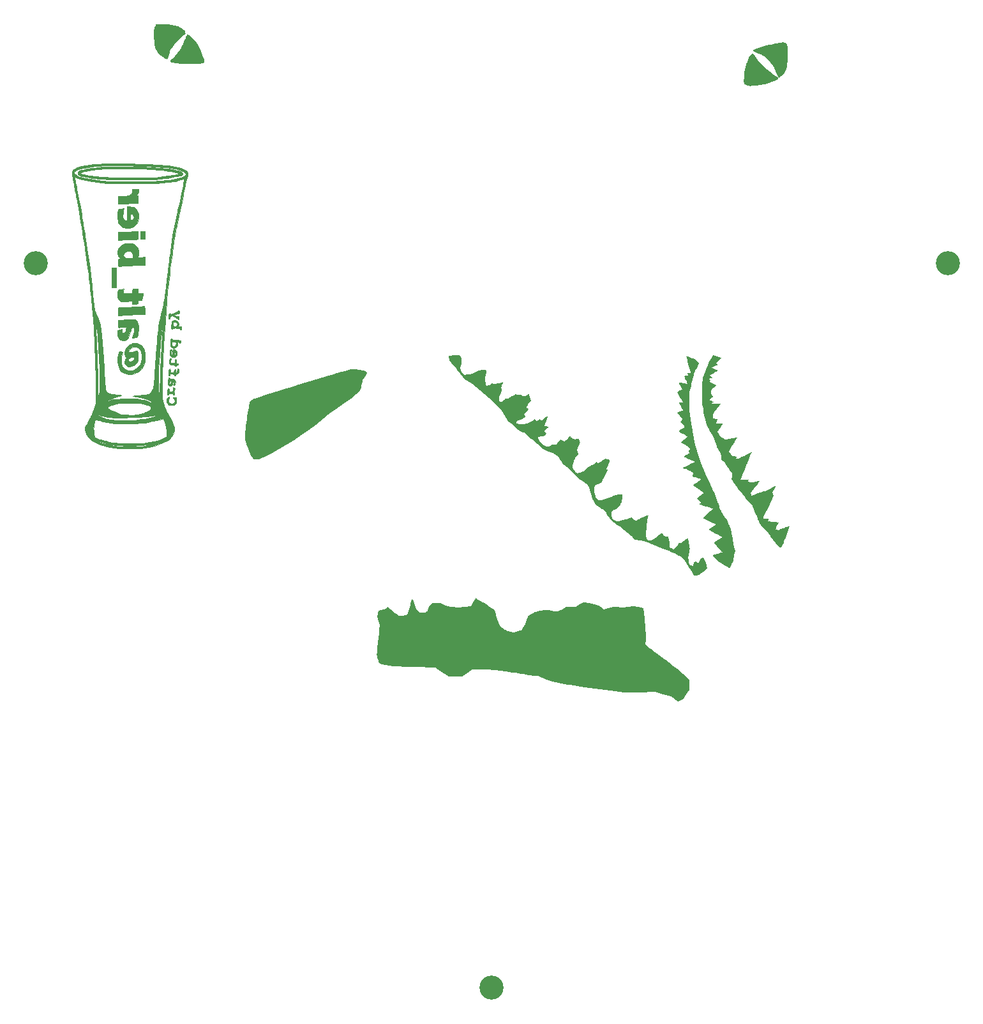
<source format=gbs>
G04 #@! TF.GenerationSoftware,KiCad,Pcbnew,7.0.10*
G04 #@! TF.CreationDate,2024-06-20T09:16:52-05:00*
G04 #@! TF.ProjectId,g0dzilla_vs,6730647a-696c-46c6-915f-76732e6b6963,1*
G04 #@! TF.SameCoordinates,Original*
G04 #@! TF.FileFunction,Soldermask,Bot*
G04 #@! TF.FilePolarity,Negative*
%FSLAX46Y46*%
G04 Gerber Fmt 4.6, Leading zero omitted, Abs format (unit mm)*
G04 Created by KiCad (PCBNEW 7.0.10) date 2024-06-20 09:16:52*
%MOMM*%
%LPD*%
G01*
G04 APERTURE LIST*
%ADD10C,0.010000*%
%ADD11C,3.200000*%
G04 APERTURE END LIST*
D10*
X62669131Y-98253643D02*
X62118798Y-98253643D01*
X62118798Y-96941310D01*
X62119018Y-96787021D01*
X62120875Y-96475425D01*
X62124420Y-96197430D01*
X62129406Y-95963249D01*
X62135587Y-95783094D01*
X62142716Y-95667180D01*
X62150548Y-95625718D01*
X62186437Y-95623344D01*
X62288135Y-95618035D01*
X62425714Y-95611598D01*
X62669131Y-95600736D01*
X62669131Y-98253643D01*
G36*
X62669131Y-98253643D02*
G01*
X62118798Y-98253643D01*
X62118798Y-96941310D01*
X62119018Y-96787021D01*
X62120875Y-96475425D01*
X62124420Y-96197430D01*
X62129406Y-95963249D01*
X62135587Y-95783094D01*
X62142716Y-95667180D01*
X62150548Y-95625718D01*
X62186437Y-95623344D01*
X62288135Y-95618035D01*
X62425714Y-95611598D01*
X62669131Y-95600736D01*
X62669131Y-98253643D01*
G37*
X66449405Y-90752617D02*
X66507514Y-90769508D01*
X66524525Y-90802977D01*
X66525417Y-90864085D01*
X66525884Y-90987991D01*
X66525935Y-91150689D01*
X66525612Y-91328895D01*
X66524959Y-91499326D01*
X66524018Y-91638697D01*
X66522832Y-91723727D01*
X66494717Y-91752697D01*
X66398069Y-91770883D01*
X66225131Y-91776643D01*
X65928798Y-91776643D01*
X65928798Y-90767591D01*
X66225227Y-90753534D01*
X66333796Y-90749593D01*
X66449405Y-90752617D01*
G36*
X66449405Y-90752617D02*
G01*
X66507514Y-90769508D01*
X66524525Y-90802977D01*
X66525417Y-90864085D01*
X66525884Y-90987991D01*
X66525935Y-91150689D01*
X66525612Y-91328895D01*
X66524959Y-91499326D01*
X66524018Y-91638697D01*
X66522832Y-91723727D01*
X66494717Y-91752697D01*
X66398069Y-91770883D01*
X66225131Y-91776643D01*
X65928798Y-91776643D01*
X65928798Y-90767591D01*
X66225227Y-90753534D01*
X66333796Y-90749593D01*
X66449405Y-90752617D01*
G37*
X65590131Y-91818977D02*
X65262048Y-91821918D01*
X65068625Y-91825433D01*
X64874250Y-91831883D01*
X64722298Y-91839854D01*
X64691776Y-91841876D01*
X64549635Y-91849881D01*
X64351941Y-91859740D01*
X64120628Y-91870392D01*
X63877632Y-91880773D01*
X63768141Y-91885540D01*
X63558824Y-91896364D01*
X63388356Y-91907482D01*
X63271994Y-91917828D01*
X63224993Y-91926337D01*
X63224634Y-91926676D01*
X63171363Y-91940319D01*
X63072959Y-91945977D01*
X62940565Y-91945977D01*
X62957627Y-91406227D01*
X62958615Y-91375279D01*
X62965458Y-91176029D01*
X62971866Y-91013170D01*
X62977160Y-90902782D01*
X62980660Y-90860945D01*
X62987505Y-90860126D01*
X63058865Y-90856570D01*
X63197798Y-90851289D01*
X63391980Y-90844708D01*
X63629087Y-90837254D01*
X63896798Y-90829350D01*
X63933351Y-90828291D01*
X64233772Y-90818726D01*
X64530819Y-90807900D01*
X64804175Y-90796645D01*
X65033524Y-90785790D01*
X65198548Y-90776165D01*
X65590131Y-90749043D01*
X65590131Y-91818977D01*
G36*
X65590131Y-91818977D02*
G01*
X65262048Y-91821918D01*
X65068625Y-91825433D01*
X64874250Y-91831883D01*
X64722298Y-91839854D01*
X64691776Y-91841876D01*
X64549635Y-91849881D01*
X64351941Y-91859740D01*
X64120628Y-91870392D01*
X63877632Y-91880773D01*
X63768141Y-91885540D01*
X63558824Y-91896364D01*
X63388356Y-91907482D01*
X63271994Y-91917828D01*
X63224993Y-91926337D01*
X63224634Y-91926676D01*
X63171363Y-91940319D01*
X63072959Y-91945977D01*
X62940565Y-91945977D01*
X62957627Y-91406227D01*
X62958615Y-91375279D01*
X62965458Y-91176029D01*
X62971866Y-91013170D01*
X62977160Y-90902782D01*
X62980660Y-90860945D01*
X62987505Y-90860126D01*
X63058865Y-90856570D01*
X63197798Y-90851289D01*
X63391980Y-90844708D01*
X63629087Y-90837254D01*
X63896798Y-90829350D01*
X63933351Y-90828291D01*
X64233772Y-90818726D01*
X64530819Y-90807900D01*
X64804175Y-90796645D01*
X65033524Y-90785790D01*
X65198548Y-90776165D01*
X65590131Y-90749043D01*
X65590131Y-91818977D01*
G37*
X69758657Y-112740235D02*
X69756164Y-112823680D01*
X69700516Y-112926608D01*
X69638728Y-113039723D01*
X69608290Y-113211233D01*
X69634218Y-113380651D01*
X69715707Y-113516734D01*
X69784800Y-113569025D01*
X69948848Y-113624919D01*
X70136262Y-113626434D01*
X70318089Y-113570964D01*
X70352188Y-113550156D01*
X70438312Y-113448431D01*
X70482346Y-113315664D01*
X70482971Y-113177160D01*
X70438865Y-113058221D01*
X70348710Y-112984152D01*
X70285026Y-112943837D01*
X70246798Y-112859691D01*
X70246818Y-112856364D01*
X70260700Y-112803862D01*
X70315189Y-112779765D01*
X70432114Y-112773977D01*
X70497259Y-112776842D01*
X70621986Y-112806640D01*
X70684114Y-112862976D01*
X70673040Y-112938603D01*
X70670343Y-112943682D01*
X70661681Y-113025212D01*
X70681962Y-113136305D01*
X70697193Y-113280956D01*
X70657999Y-113463740D01*
X70569150Y-113631049D01*
X70443011Y-113751069D01*
X70431332Y-113757937D01*
X70273087Y-113814136D01*
X70056298Y-113831993D01*
X69894455Y-113820762D01*
X69679165Y-113754577D01*
X69524580Y-113629586D01*
X69431352Y-113446411D01*
X69400131Y-113205672D01*
X69400191Y-113197395D01*
X69424817Y-113028068D01*
X69485632Y-112872474D01*
X69570261Y-112754256D01*
X69666331Y-112697057D01*
X69711050Y-112696798D01*
X69758657Y-112740235D01*
G36*
X69758657Y-112740235D02*
G01*
X69756164Y-112823680D01*
X69700516Y-112926608D01*
X69638728Y-113039723D01*
X69608290Y-113211233D01*
X69634218Y-113380651D01*
X69715707Y-113516734D01*
X69784800Y-113569025D01*
X69948848Y-113624919D01*
X70136262Y-113626434D01*
X70318089Y-113570964D01*
X70352188Y-113550156D01*
X70438312Y-113448431D01*
X70482346Y-113315664D01*
X70482971Y-113177160D01*
X70438865Y-113058221D01*
X70348710Y-112984152D01*
X70285026Y-112943837D01*
X70246798Y-112859691D01*
X70246818Y-112856364D01*
X70260700Y-112803862D01*
X70315189Y-112779765D01*
X70432114Y-112773977D01*
X70497259Y-112776842D01*
X70621986Y-112806640D01*
X70684114Y-112862976D01*
X70673040Y-112938603D01*
X70670343Y-112943682D01*
X70661681Y-113025212D01*
X70681962Y-113136305D01*
X70697193Y-113280956D01*
X70657999Y-113463740D01*
X70569150Y-113631049D01*
X70443011Y-113751069D01*
X70431332Y-113757937D01*
X70273087Y-113814136D01*
X70056298Y-113831993D01*
X69894455Y-113820762D01*
X69679165Y-113754577D01*
X69524580Y-113629586D01*
X69431352Y-113446411D01*
X69400131Y-113205672D01*
X69400191Y-113197395D01*
X69424817Y-113028068D01*
X69485632Y-112872474D01*
X69570261Y-112754256D01*
X69666331Y-112697057D01*
X69711050Y-112696798D01*
X69758657Y-112740235D01*
G37*
X69992604Y-107592183D02*
X69996514Y-107596483D01*
X70010659Y-107667144D01*
X69972603Y-107790955D01*
X69938271Y-107887948D01*
X69910800Y-108040129D01*
X69923112Y-108156931D01*
X69975094Y-108218614D01*
X70005785Y-108226510D01*
X70113690Y-108239273D01*
X70250260Y-108244310D01*
X70458464Y-108244310D01*
X70458464Y-108057272D01*
X70460021Y-107974957D01*
X70477777Y-107834128D01*
X70519411Y-107758702D01*
X70589994Y-107736310D01*
X70627444Y-107742638D01*
X70654795Y-107777696D01*
X70667206Y-107860233D01*
X70670131Y-108008794D01*
X70670131Y-108281279D01*
X70807714Y-108294544D01*
X70843368Y-108298948D01*
X70923153Y-108329019D01*
X70945298Y-108392477D01*
X70939638Y-108431189D01*
X70894576Y-108471625D01*
X70786548Y-108490282D01*
X70714187Y-108499347D01*
X70645836Y-108529148D01*
X70627798Y-108588476D01*
X70627354Y-108598455D01*
X70593839Y-108654888D01*
X70528565Y-108663389D01*
X70461946Y-108628811D01*
X70424397Y-108556011D01*
X70411135Y-108511662D01*
X70370593Y-108479450D01*
X70284375Y-108460578D01*
X70132991Y-108447811D01*
X70123138Y-108447157D01*
X69920796Y-108415787D01*
X69789056Y-108349603D01*
X69718494Y-108240625D01*
X69699685Y-108080870D01*
X69703416Y-108016373D01*
X69733759Y-107853126D01*
X69786735Y-107714259D01*
X69853459Y-107614597D01*
X69925043Y-107568964D01*
X69992604Y-107592183D01*
G36*
X69992604Y-107592183D02*
G01*
X69996514Y-107596483D01*
X70010659Y-107667144D01*
X69972603Y-107790955D01*
X69938271Y-107887948D01*
X69910800Y-108040129D01*
X69923112Y-108156931D01*
X69975094Y-108218614D01*
X70005785Y-108226510D01*
X70113690Y-108239273D01*
X70250260Y-108244310D01*
X70458464Y-108244310D01*
X70458464Y-108057272D01*
X70460021Y-107974957D01*
X70477777Y-107834128D01*
X70519411Y-107758702D01*
X70589994Y-107736310D01*
X70627444Y-107742638D01*
X70654795Y-107777696D01*
X70667206Y-107860233D01*
X70670131Y-108008794D01*
X70670131Y-108281279D01*
X70807714Y-108294544D01*
X70843368Y-108298948D01*
X70923153Y-108329019D01*
X70945298Y-108392477D01*
X70939638Y-108431189D01*
X70894576Y-108471625D01*
X70786548Y-108490282D01*
X70714187Y-108499347D01*
X70645836Y-108529148D01*
X70627798Y-108588476D01*
X70627354Y-108598455D01*
X70593839Y-108654888D01*
X70528565Y-108663389D01*
X70461946Y-108628811D01*
X70424397Y-108556011D01*
X70411135Y-108511662D01*
X70370593Y-108479450D01*
X70284375Y-108460578D01*
X70132991Y-108447811D01*
X70123138Y-108447157D01*
X69920796Y-108415787D01*
X69789056Y-108349603D01*
X69718494Y-108240625D01*
X69699685Y-108080870D01*
X69703416Y-108016373D01*
X69733759Y-107853126D01*
X69786735Y-107714259D01*
X69853459Y-107614597D01*
X69925043Y-107568964D01*
X69992604Y-107592183D01*
G37*
X70755195Y-106953499D02*
X70724777Y-107138835D01*
X70643393Y-107300221D01*
X70510849Y-107416042D01*
X70388024Y-107465420D01*
X70203228Y-107478081D01*
X70037043Y-107421118D01*
X69902893Y-107303633D01*
X69814199Y-107134725D01*
X69784385Y-106923495D01*
X69798107Y-106743934D01*
X69840251Y-106564057D01*
X69905496Y-106441157D01*
X69988743Y-106388582D01*
X70052788Y-106386462D01*
X70073680Y-106421188D01*
X70060872Y-106515582D01*
X70041183Y-106622851D01*
X70008386Y-106862050D01*
X70005373Y-107031351D01*
X70031828Y-107137471D01*
X70070932Y-107195305D01*
X70115834Y-107228310D01*
X70127452Y-107209872D01*
X70146511Y-107123506D01*
X70165361Y-106982579D01*
X70167769Y-106955642D01*
X70373798Y-106955642D01*
X70375343Y-107037176D01*
X70390627Y-107170394D01*
X70421356Y-107222574D01*
X70466417Y-107192797D01*
X70524693Y-107080143D01*
X70558278Y-106985915D01*
X70561717Y-106894356D01*
X70523420Y-106780763D01*
X70494727Y-106719901D01*
X70444893Y-106660280D01*
X70406761Y-106681293D01*
X70382380Y-106780545D01*
X70373798Y-106955642D01*
X70167769Y-106955642D01*
X70181237Y-106804977D01*
X70191932Y-106668778D01*
X70213258Y-106504575D01*
X70246414Y-106409728D01*
X70299932Y-106374691D01*
X70382345Y-106389917D01*
X70502184Y-106445860D01*
X70542576Y-106469960D01*
X70663901Y-106597445D01*
X70734838Y-106765830D01*
X70748780Y-106894356D01*
X70755195Y-106953499D01*
G36*
X70755195Y-106953499D02*
G01*
X70724777Y-107138835D01*
X70643393Y-107300221D01*
X70510849Y-107416042D01*
X70388024Y-107465420D01*
X70203228Y-107478081D01*
X70037043Y-107421118D01*
X69902893Y-107303633D01*
X69814199Y-107134725D01*
X69784385Y-106923495D01*
X69798107Y-106743934D01*
X69840251Y-106564057D01*
X69905496Y-106441157D01*
X69988743Y-106388582D01*
X70052788Y-106386462D01*
X70073680Y-106421188D01*
X70060872Y-106515582D01*
X70041183Y-106622851D01*
X70008386Y-106862050D01*
X70005373Y-107031351D01*
X70031828Y-107137471D01*
X70070932Y-107195305D01*
X70115834Y-107228310D01*
X70127452Y-107209872D01*
X70146511Y-107123506D01*
X70165361Y-106982579D01*
X70167769Y-106955642D01*
X70373798Y-106955642D01*
X70375343Y-107037176D01*
X70390627Y-107170394D01*
X70421356Y-107222574D01*
X70466417Y-107192797D01*
X70524693Y-107080143D01*
X70558278Y-106985915D01*
X70561717Y-106894356D01*
X70523420Y-106780763D01*
X70494727Y-106719901D01*
X70444893Y-106660280D01*
X70406761Y-106681293D01*
X70382380Y-106780545D01*
X70373798Y-106955642D01*
X70167769Y-106955642D01*
X70181237Y-106804977D01*
X70191932Y-106668778D01*
X70213258Y-106504575D01*
X70246414Y-106409728D01*
X70299932Y-106374691D01*
X70382345Y-106389917D01*
X70502184Y-106445860D01*
X70542576Y-106469960D01*
X70663901Y-106597445D01*
X70734838Y-106765830D01*
X70748780Y-106894356D01*
X70755195Y-106953499D01*
G37*
X70338494Y-111473297D02*
X70419572Y-111542487D01*
X70458119Y-111655328D01*
X70448982Y-111790285D01*
X70387009Y-111925822D01*
X70384467Y-111929473D01*
X70343883Y-112008855D01*
X70365842Y-112044602D01*
X70388787Y-112076100D01*
X70408826Y-112166022D01*
X70416577Y-112280546D01*
X70410213Y-112386178D01*
X70387909Y-112449421D01*
X70362569Y-112463822D01*
X70282076Y-112477643D01*
X70225791Y-112456373D01*
X70204464Y-112371810D01*
X70202233Y-112331249D01*
X70171057Y-112278576D01*
X70082756Y-112265977D01*
X69974171Y-112259974D01*
X69834862Y-112240739D01*
X69758949Y-112230816D01*
X69709292Y-112257154D01*
X69682462Y-112346573D01*
X69680873Y-112354245D01*
X69641142Y-112449338D01*
X69570523Y-112477643D01*
X69567358Y-112477627D01*
X69522954Y-112468559D01*
X69498138Y-112430209D01*
X69487409Y-112344135D01*
X69485264Y-112191893D01*
X69485853Y-112112700D01*
X69496145Y-111874092D01*
X69520228Y-111711361D01*
X69559441Y-111618286D01*
X69615125Y-111588643D01*
X69624739Y-111588998D01*
X69667762Y-111610172D01*
X69691893Y-111677777D01*
X69704836Y-111810893D01*
X69717631Y-112033143D01*
X69872456Y-112046048D01*
X69978699Y-112044719D01*
X70056471Y-112006064D01*
X70139571Y-111911733D01*
X70197018Y-111827954D01*
X70231778Y-111728759D01*
X70223451Y-111613078D01*
X70210781Y-111523094D01*
X70224220Y-111473140D01*
X70275953Y-111461643D01*
X70338494Y-111473297D01*
G36*
X70338494Y-111473297D02*
G01*
X70419572Y-111542487D01*
X70458119Y-111655328D01*
X70448982Y-111790285D01*
X70387009Y-111925822D01*
X70384467Y-111929473D01*
X70343883Y-112008855D01*
X70365842Y-112044602D01*
X70388787Y-112076100D01*
X70408826Y-112166022D01*
X70416577Y-112280546D01*
X70410213Y-112386178D01*
X70387909Y-112449421D01*
X70362569Y-112463822D01*
X70282076Y-112477643D01*
X70225791Y-112456373D01*
X70204464Y-112371810D01*
X70202233Y-112331249D01*
X70171057Y-112278576D01*
X70082756Y-112265977D01*
X69974171Y-112259974D01*
X69834862Y-112240739D01*
X69758949Y-112230816D01*
X69709292Y-112257154D01*
X69682462Y-112346573D01*
X69680873Y-112354245D01*
X69641142Y-112449338D01*
X69570523Y-112477643D01*
X69567358Y-112477627D01*
X69522954Y-112468559D01*
X69498138Y-112430209D01*
X69487409Y-112344135D01*
X69485264Y-112191893D01*
X69485853Y-112112700D01*
X69496145Y-111874092D01*
X69520228Y-111711361D01*
X69559441Y-111618286D01*
X69615125Y-111588643D01*
X69624739Y-111588998D01*
X69667762Y-111610172D01*
X69691893Y-111677777D01*
X69704836Y-111810893D01*
X69717631Y-112033143D01*
X69872456Y-112046048D01*
X69978699Y-112044719D01*
X70056471Y-112006064D01*
X70139571Y-111911733D01*
X70197018Y-111827954D01*
X70231778Y-111728759D01*
X70223451Y-111613078D01*
X70210781Y-111523094D01*
X70224220Y-111473140D01*
X70275953Y-111461643D01*
X70338494Y-111473297D01*
G37*
X65162354Y-85169845D02*
X65326298Y-85174567D01*
X65473725Y-85181126D01*
X65581920Y-85188724D01*
X65628165Y-85196566D01*
X65630058Y-85198809D01*
X65644372Y-85264098D01*
X65645261Y-85379841D01*
X65634926Y-85515866D01*
X65615569Y-85641997D01*
X65589391Y-85728061D01*
X65586089Y-85734298D01*
X65517611Y-85837729D01*
X65428872Y-85945227D01*
X65320291Y-86061643D01*
X65590131Y-86061643D01*
X65590203Y-87056477D01*
X65156250Y-87056477D01*
X64978638Y-87058233D01*
X64756913Y-87063234D01*
X64508086Y-87070854D01*
X64246123Y-87080468D01*
X63984993Y-87091450D01*
X63738661Y-87103175D01*
X63521095Y-87115016D01*
X63346262Y-87126348D01*
X63228127Y-87136545D01*
X63180659Y-87144982D01*
X63148255Y-87155734D01*
X63064242Y-87162310D01*
X62988139Y-87142515D01*
X62962764Y-87067060D01*
X62961717Y-87024114D01*
X62959119Y-86901072D01*
X62955785Y-86731258D01*
X62952181Y-86537937D01*
X62944298Y-86104064D01*
X63481964Y-86104020D01*
X63764430Y-86100402D01*
X64027732Y-86085334D01*
X64232058Y-86055707D01*
X64390994Y-86008497D01*
X64518129Y-85940683D01*
X64627048Y-85849239D01*
X64710661Y-85760277D01*
X64760962Y-85679016D01*
X64781729Y-85580723D01*
X64785798Y-85431624D01*
X64786724Y-85345526D01*
X64795611Y-85236891D01*
X64818251Y-85184442D01*
X64859881Y-85169653D01*
X64875778Y-85169089D01*
X65004609Y-85167753D01*
X65162354Y-85169845D01*
G36*
X65162354Y-85169845D02*
G01*
X65326298Y-85174567D01*
X65473725Y-85181126D01*
X65581920Y-85188724D01*
X65628165Y-85196566D01*
X65630058Y-85198809D01*
X65644372Y-85264098D01*
X65645261Y-85379841D01*
X65634926Y-85515866D01*
X65615569Y-85641997D01*
X65589391Y-85728061D01*
X65586089Y-85734298D01*
X65517611Y-85837729D01*
X65428872Y-85945227D01*
X65320291Y-86061643D01*
X65590131Y-86061643D01*
X65590203Y-87056477D01*
X65156250Y-87056477D01*
X64978638Y-87058233D01*
X64756913Y-87063234D01*
X64508086Y-87070854D01*
X64246123Y-87080468D01*
X63984993Y-87091450D01*
X63738661Y-87103175D01*
X63521095Y-87115016D01*
X63346262Y-87126348D01*
X63228127Y-87136545D01*
X63180659Y-87144982D01*
X63148255Y-87155734D01*
X63064242Y-87162310D01*
X62988139Y-87142515D01*
X62962764Y-87067060D01*
X62961717Y-87024114D01*
X62959119Y-86901072D01*
X62955785Y-86731258D01*
X62952181Y-86537937D01*
X62944298Y-86104064D01*
X63481964Y-86104020D01*
X63764430Y-86100402D01*
X64027732Y-86085334D01*
X64232058Y-86055707D01*
X64390994Y-86008497D01*
X64518129Y-85940683D01*
X64627048Y-85849239D01*
X64710661Y-85760277D01*
X64760962Y-85679016D01*
X64781729Y-85580723D01*
X64785798Y-85431624D01*
X64786724Y-85345526D01*
X64795611Y-85236891D01*
X64818251Y-85184442D01*
X64859881Y-85169653D01*
X64875778Y-85169089D01*
X65004609Y-85167753D01*
X65162354Y-85169845D01*
G37*
X66433103Y-100700689D02*
X66446154Y-100718504D01*
X66464242Y-100813932D01*
X66475351Y-100987470D01*
X66479131Y-101235069D01*
X66479131Y-101754106D01*
X65535314Y-101783104D01*
X65415753Y-101786879D01*
X65143777Y-101796245D01*
X64901148Y-101805652D01*
X64701688Y-101814506D01*
X64559220Y-101822212D01*
X64487564Y-101828175D01*
X64474284Y-101829912D01*
X64375972Y-101838463D01*
X64216879Y-101849093D01*
X64015899Y-101860616D01*
X63791924Y-101871847D01*
X63717375Y-101875417D01*
X63512593Y-101886256D01*
X63345719Y-101896604D01*
X63232315Y-101905436D01*
X63187940Y-101911723D01*
X63152342Y-101918763D01*
X63065990Y-101919738D01*
X62956317Y-101915477D01*
X62956355Y-101421356D01*
X62958123Y-101235616D01*
X62963374Y-101065603D01*
X62971267Y-100943425D01*
X62980954Y-100887495D01*
X62982984Y-100885400D01*
X63042251Y-100869993D01*
X63167131Y-100856373D01*
X63340792Y-100845952D01*
X63546407Y-100840137D01*
X63555997Y-100840000D01*
X63773311Y-100835845D01*
X63969610Y-100830260D01*
X64123677Y-100823959D01*
X64214298Y-100817657D01*
X64253600Y-100814081D01*
X64379016Y-100805694D01*
X64561066Y-100795454D01*
X64781937Y-100784338D01*
X65023813Y-100773321D01*
X65128219Y-100768654D01*
X65396538Y-100755400D01*
X65655860Y-100741008D01*
X65880982Y-100726925D01*
X66046702Y-100714597D01*
X66090018Y-100711029D01*
X66249334Y-100700662D01*
X66371556Y-100696932D01*
X66433103Y-100700689D01*
G36*
X66433103Y-100700689D02*
G01*
X66446154Y-100718504D01*
X66464242Y-100813932D01*
X66475351Y-100987470D01*
X66479131Y-101235069D01*
X66479131Y-101754106D01*
X65535314Y-101783104D01*
X65415753Y-101786879D01*
X65143777Y-101796245D01*
X64901148Y-101805652D01*
X64701688Y-101814506D01*
X64559220Y-101822212D01*
X64487564Y-101828175D01*
X64474284Y-101829912D01*
X64375972Y-101838463D01*
X64216879Y-101849093D01*
X64015899Y-101860616D01*
X63791924Y-101871847D01*
X63717375Y-101875417D01*
X63512593Y-101886256D01*
X63345719Y-101896604D01*
X63232315Y-101905436D01*
X63187940Y-101911723D01*
X63152342Y-101918763D01*
X63065990Y-101919738D01*
X62956317Y-101915477D01*
X62956355Y-101421356D01*
X62958123Y-101235616D01*
X62963374Y-101065603D01*
X62971267Y-100943425D01*
X62980954Y-100887495D01*
X62982984Y-100885400D01*
X63042251Y-100869993D01*
X63167131Y-100856373D01*
X63340792Y-100845952D01*
X63546407Y-100840137D01*
X63555997Y-100840000D01*
X63773311Y-100835845D01*
X63969610Y-100830260D01*
X64123677Y-100823959D01*
X64214298Y-100817657D01*
X64253600Y-100814081D01*
X64379016Y-100805694D01*
X64561066Y-100795454D01*
X64781937Y-100784338D01*
X65023813Y-100773321D01*
X65128219Y-100768654D01*
X65396538Y-100755400D01*
X65655860Y-100741008D01*
X65880982Y-100726925D01*
X66046702Y-100714597D01*
X66090018Y-100711029D01*
X66249334Y-100700662D01*
X66371556Y-100696932D01*
X66433103Y-100700689D01*
G37*
X70204464Y-110648335D02*
X70188212Y-110804441D01*
X70125700Y-110999541D01*
X70028763Y-111150922D01*
X69958572Y-111208978D01*
X69831797Y-111249183D01*
X69710896Y-111223086D01*
X69612049Y-111140815D01*
X69551437Y-111012497D01*
X69548055Y-110922907D01*
X69747004Y-110922907D01*
X69754237Y-110959067D01*
X69792655Y-111027202D01*
X69845615Y-111028045D01*
X69902176Y-110970992D01*
X69951397Y-110865441D01*
X69982339Y-110720787D01*
X69982881Y-110715953D01*
X69990532Y-110599140D01*
X69975571Y-110544098D01*
X69932643Y-110530310D01*
X69913770Y-110534438D01*
X69851084Y-110592126D01*
X69793293Y-110695346D01*
X69754050Y-110815229D01*
X69747004Y-110922907D01*
X69548055Y-110922907D01*
X69545238Y-110848260D01*
X69557404Y-110758263D01*
X69577570Y-110588750D01*
X69595983Y-110413893D01*
X69607613Y-110308942D01*
X69627811Y-110207934D01*
X69657846Y-110160885D01*
X69705359Y-110149310D01*
X69756651Y-110163284D01*
X69811198Y-110233977D01*
X69831699Y-110278036D01*
X69892384Y-110310177D01*
X70012585Y-110318643D01*
X70061055Y-110319495D01*
X70281184Y-110353545D01*
X70434017Y-110438239D01*
X70520465Y-110574872D01*
X70541441Y-110764743D01*
X70497857Y-111009150D01*
X70470053Y-111092889D01*
X70426425Y-111150376D01*
X70360510Y-111157296D01*
X70297915Y-111132670D01*
X70278723Y-111059456D01*
X70282305Y-111031630D01*
X70297256Y-110917839D01*
X70315600Y-110780223D01*
X70326129Y-110666095D01*
X70314375Y-110593219D01*
X70273092Y-110559302D01*
X70257680Y-110554295D01*
X70215835Y-110567573D01*
X70211390Y-110599140D01*
X70204464Y-110648335D01*
G36*
X70204464Y-110648335D02*
G01*
X70188212Y-110804441D01*
X70125700Y-110999541D01*
X70028763Y-111150922D01*
X69958572Y-111208978D01*
X69831797Y-111249183D01*
X69710896Y-111223086D01*
X69612049Y-111140815D01*
X69551437Y-111012497D01*
X69548055Y-110922907D01*
X69747004Y-110922907D01*
X69754237Y-110959067D01*
X69792655Y-111027202D01*
X69845615Y-111028045D01*
X69902176Y-110970992D01*
X69951397Y-110865441D01*
X69982339Y-110720787D01*
X69982881Y-110715953D01*
X69990532Y-110599140D01*
X69975571Y-110544098D01*
X69932643Y-110530310D01*
X69913770Y-110534438D01*
X69851084Y-110592126D01*
X69793293Y-110695346D01*
X69754050Y-110815229D01*
X69747004Y-110922907D01*
X69548055Y-110922907D01*
X69545238Y-110848260D01*
X69557404Y-110758263D01*
X69577570Y-110588750D01*
X69595983Y-110413893D01*
X69607613Y-110308942D01*
X69627811Y-110207934D01*
X69657846Y-110160885D01*
X69705359Y-110149310D01*
X69756651Y-110163284D01*
X69811198Y-110233977D01*
X69831699Y-110278036D01*
X69892384Y-110310177D01*
X70012585Y-110318643D01*
X70061055Y-110319495D01*
X70281184Y-110353545D01*
X70434017Y-110438239D01*
X70520465Y-110574872D01*
X70541441Y-110764743D01*
X70497857Y-111009150D01*
X70470053Y-111092889D01*
X70426425Y-111150376D01*
X70360510Y-111157296D01*
X70297915Y-111132670D01*
X70278723Y-111059456D01*
X70282305Y-111031630D01*
X70297256Y-110917839D01*
X70315600Y-110780223D01*
X70326129Y-110666095D01*
X70314375Y-110593219D01*
X70273092Y-110559302D01*
X70257680Y-110554295D01*
X70215835Y-110567573D01*
X70211390Y-110599140D01*
X70204464Y-110648335D01*
G37*
X70955077Y-108989259D02*
X70981671Y-109044977D01*
X71001770Y-109181087D01*
X70993542Y-109341237D01*
X70959851Y-109491592D01*
X70903558Y-109598320D01*
X70826203Y-109653240D01*
X70709267Y-109683643D01*
X70664657Y-109686120D01*
X70598702Y-109719827D01*
X70563780Y-109813000D01*
X70535917Y-109885373D01*
X70476830Y-109930180D01*
X70417540Y-109903181D01*
X70382118Y-109805387D01*
X70372675Y-109755609D01*
X70340792Y-109712625D01*
X70267405Y-109688086D01*
X70130997Y-109670429D01*
X70089006Y-109666235D01*
X69946681Y-109657764D01*
X69866605Y-109671303D01*
X69831344Y-109713744D01*
X69823464Y-109791975D01*
X69805753Y-109869840D01*
X69738798Y-109895310D01*
X69706194Y-109891866D01*
X69677972Y-109868672D01*
X69662308Y-109809382D01*
X69655570Y-109697810D01*
X69654131Y-109517772D01*
X69657079Y-109299717D01*
X69668180Y-109151746D01*
X69690739Y-109062235D01*
X69728060Y-109018113D01*
X69783448Y-109006310D01*
X69794540Y-109006761D01*
X69837420Y-109028190D01*
X69861342Y-109095703D01*
X69874169Y-109228560D01*
X69886964Y-109450810D01*
X70124107Y-109463319D01*
X70361249Y-109475827D01*
X70399273Y-109251652D01*
X70414117Y-109175865D01*
X70452768Y-109063609D01*
X70500798Y-109027477D01*
X70538331Y-109048139D01*
X70563219Y-109124477D01*
X70576994Y-109270893D01*
X70587483Y-109393462D01*
X70611237Y-109485982D01*
X70649588Y-109514310D01*
X70665017Y-109512871D01*
X70735055Y-109459411D01*
X70780772Y-109337671D01*
X70797131Y-109159758D01*
X70804332Y-109051567D01*
X70836117Y-108956599D01*
X70888211Y-108933837D01*
X70955077Y-108989259D01*
G36*
X70955077Y-108989259D02*
G01*
X70981671Y-109044977D01*
X71001770Y-109181087D01*
X70993542Y-109341237D01*
X70959851Y-109491592D01*
X70903558Y-109598320D01*
X70826203Y-109653240D01*
X70709267Y-109683643D01*
X70664657Y-109686120D01*
X70598702Y-109719827D01*
X70563780Y-109813000D01*
X70535917Y-109885373D01*
X70476830Y-109930180D01*
X70417540Y-109903181D01*
X70382118Y-109805387D01*
X70372675Y-109755609D01*
X70340792Y-109712625D01*
X70267405Y-109688086D01*
X70130997Y-109670429D01*
X70089006Y-109666235D01*
X69946681Y-109657764D01*
X69866605Y-109671303D01*
X69831344Y-109713744D01*
X69823464Y-109791975D01*
X69805753Y-109869840D01*
X69738798Y-109895310D01*
X69706194Y-109891866D01*
X69677972Y-109868672D01*
X69662308Y-109809382D01*
X69655570Y-109697810D01*
X69654131Y-109517772D01*
X69657079Y-109299717D01*
X69668180Y-109151746D01*
X69690739Y-109062235D01*
X69728060Y-109018113D01*
X69783448Y-109006310D01*
X69794540Y-109006761D01*
X69837420Y-109028190D01*
X69861342Y-109095703D01*
X69874169Y-109228560D01*
X69886964Y-109450810D01*
X70124107Y-109463319D01*
X70361249Y-109475827D01*
X70399273Y-109251652D01*
X70414117Y-109175865D01*
X70452768Y-109063609D01*
X70500798Y-109027477D01*
X70538331Y-109048139D01*
X70563219Y-109124477D01*
X70576994Y-109270893D01*
X70587483Y-109393462D01*
X70611237Y-109485982D01*
X70649588Y-109514310D01*
X70665017Y-109512871D01*
X70735055Y-109459411D01*
X70780772Y-109337671D01*
X70797131Y-109159758D01*
X70804332Y-109051567D01*
X70836117Y-108956599D01*
X70888211Y-108933837D01*
X70955077Y-108989259D01*
G37*
X70984010Y-103150110D02*
X70941380Y-103323060D01*
X70931781Y-103365806D01*
X70944446Y-103401196D01*
X71004618Y-103415587D01*
X71130860Y-103418310D01*
X71347464Y-103418310D01*
X71347464Y-103580588D01*
X71347066Y-103608163D01*
X71337522Y-103713921D01*
X71319242Y-103771088D01*
X71316882Y-103773371D01*
X71242697Y-103802066D01*
X71169127Y-103780758D01*
X71135798Y-103720397D01*
X71134505Y-103708337D01*
X71084426Y-103654670D01*
X70959518Y-103617049D01*
X70756908Y-103594899D01*
X70473723Y-103587643D01*
X70455026Y-103587688D01*
X70306773Y-103593853D01*
X70227779Y-103612504D01*
X70204464Y-103646614D01*
X70177507Y-103707040D01*
X70109503Y-103732851D01*
X70041827Y-103701544D01*
X70018954Y-103633389D01*
X70006753Y-103501467D01*
X70005943Y-103331292D01*
X70015305Y-103146237D01*
X70027975Y-103024093D01*
X70213477Y-103024093D01*
X70223332Y-103171631D01*
X70289131Y-103291310D01*
X70370462Y-103346468D01*
X70481555Y-103375977D01*
X70551370Y-103362923D01*
X70669370Y-103290831D01*
X70760557Y-103180025D01*
X70797131Y-103058477D01*
X70776988Y-102963091D01*
X70699915Y-102852438D01*
X70587070Y-102773946D01*
X70462033Y-102742598D01*
X70348385Y-102773375D01*
X70346848Y-102774411D01*
X70255879Y-102880939D01*
X70213477Y-103024093D01*
X70027975Y-103024093D01*
X70033619Y-102969676D01*
X70059665Y-102824982D01*
X70092225Y-102735528D01*
X70199857Y-102621565D01*
X70356910Y-102549037D01*
X70529766Y-102538827D01*
X70699272Y-102588262D01*
X70846270Y-102694671D01*
X70951608Y-102855382D01*
X70973731Y-102914345D01*
X70994568Y-103024212D01*
X70991694Y-103058477D01*
X70984010Y-103150110D01*
G36*
X70984010Y-103150110D02*
G01*
X70941380Y-103323060D01*
X70931781Y-103365806D01*
X70944446Y-103401196D01*
X71004618Y-103415587D01*
X71130860Y-103418310D01*
X71347464Y-103418310D01*
X71347464Y-103580588D01*
X71347066Y-103608163D01*
X71337522Y-103713921D01*
X71319242Y-103771088D01*
X71316882Y-103773371D01*
X71242697Y-103802066D01*
X71169127Y-103780758D01*
X71135798Y-103720397D01*
X71134505Y-103708337D01*
X71084426Y-103654670D01*
X70959518Y-103617049D01*
X70756908Y-103594899D01*
X70473723Y-103587643D01*
X70455026Y-103587688D01*
X70306773Y-103593853D01*
X70227779Y-103612504D01*
X70204464Y-103646614D01*
X70177507Y-103707040D01*
X70109503Y-103732851D01*
X70041827Y-103701544D01*
X70018954Y-103633389D01*
X70006753Y-103501467D01*
X70005943Y-103331292D01*
X70015305Y-103146237D01*
X70027975Y-103024093D01*
X70213477Y-103024093D01*
X70223332Y-103171631D01*
X70289131Y-103291310D01*
X70370462Y-103346468D01*
X70481555Y-103375977D01*
X70551370Y-103362923D01*
X70669370Y-103290831D01*
X70760557Y-103180025D01*
X70797131Y-103058477D01*
X70776988Y-102963091D01*
X70699915Y-102852438D01*
X70587070Y-102773946D01*
X70462033Y-102742598D01*
X70348385Y-102773375D01*
X70346848Y-102774411D01*
X70255879Y-102880939D01*
X70213477Y-103024093D01*
X70027975Y-103024093D01*
X70033619Y-102969676D01*
X70059665Y-102824982D01*
X70092225Y-102735528D01*
X70199857Y-102621565D01*
X70356910Y-102549037D01*
X70529766Y-102538827D01*
X70699272Y-102588262D01*
X70846270Y-102694671D01*
X70951608Y-102855382D01*
X70973731Y-102914345D01*
X70994568Y-103024212D01*
X70991694Y-103058477D01*
X70984010Y-103150110D01*
G37*
X70824340Y-105807990D02*
X70754219Y-105989334D01*
X70612587Y-106125703D01*
X70543611Y-106164324D01*
X70354325Y-106213976D01*
X70172630Y-106180437D01*
X70005796Y-106064441D01*
X69924924Y-105978432D01*
X69882092Y-105904739D01*
X69870797Y-105814062D01*
X69880285Y-105672858D01*
X69882137Y-105651848D01*
X70066902Y-105651848D01*
X70074374Y-105791390D01*
X70139191Y-105914017D01*
X70155381Y-105930476D01*
X70271186Y-105991303D01*
X70396680Y-105985918D01*
X70511512Y-105924361D01*
X70595335Y-105816676D01*
X70627798Y-105672904D01*
X70620475Y-105618131D01*
X70557413Y-105496399D01*
X70451766Y-105402967D01*
X70330445Y-105365643D01*
X70306520Y-105366975D01*
X70191180Y-105416116D01*
X70108573Y-105518915D01*
X70066902Y-105651848D01*
X69882137Y-105651848D01*
X69888148Y-105583640D01*
X69903845Y-105388650D01*
X69915970Y-105217477D01*
X69918979Y-105174608D01*
X69934737Y-105065420D01*
X69966307Y-105012152D01*
X70024548Y-104992282D01*
X70097292Y-104999003D01*
X70119798Y-105060154D01*
X70119917Y-105066388D01*
X70133171Y-105106775D01*
X70180272Y-105133540D01*
X70278138Y-105152365D01*
X70443685Y-105168931D01*
X70632598Y-105182425D01*
X70832091Y-105192471D01*
X70991520Y-105196310D01*
X71078252Y-105198721D01*
X71184406Y-105210241D01*
X71233231Y-105228060D01*
X71235754Y-105234936D01*
X71239749Y-105307317D01*
X71231098Y-105418560D01*
X71224798Y-105460382D01*
X71192613Y-105550660D01*
X71136104Y-105577310D01*
X71088444Y-105561527D01*
X71038865Y-105492643D01*
X71005708Y-105436728D01*
X70907738Y-105407977D01*
X70866650Y-105409086D01*
X70822649Y-105425942D01*
X70811972Y-105481162D01*
X70824708Y-105597355D01*
X70824576Y-105672904D01*
X70824340Y-105807990D01*
G36*
X70824340Y-105807990D02*
G01*
X70754219Y-105989334D01*
X70612587Y-106125703D01*
X70543611Y-106164324D01*
X70354325Y-106213976D01*
X70172630Y-106180437D01*
X70005796Y-106064441D01*
X69924924Y-105978432D01*
X69882092Y-105904739D01*
X69870797Y-105814062D01*
X69880285Y-105672858D01*
X69882137Y-105651848D01*
X70066902Y-105651848D01*
X70074374Y-105791390D01*
X70139191Y-105914017D01*
X70155381Y-105930476D01*
X70271186Y-105991303D01*
X70396680Y-105985918D01*
X70511512Y-105924361D01*
X70595335Y-105816676D01*
X70627798Y-105672904D01*
X70620475Y-105618131D01*
X70557413Y-105496399D01*
X70451766Y-105402967D01*
X70330445Y-105365643D01*
X70306520Y-105366975D01*
X70191180Y-105416116D01*
X70108573Y-105518915D01*
X70066902Y-105651848D01*
X69882137Y-105651848D01*
X69888148Y-105583640D01*
X69903845Y-105388650D01*
X69915970Y-105217477D01*
X69918979Y-105174608D01*
X69934737Y-105065420D01*
X69966307Y-105012152D01*
X70024548Y-104992282D01*
X70097292Y-104999003D01*
X70119798Y-105060154D01*
X70119917Y-105066388D01*
X70133171Y-105106775D01*
X70180272Y-105133540D01*
X70278138Y-105152365D01*
X70443685Y-105168931D01*
X70632598Y-105182425D01*
X70832091Y-105192471D01*
X70991520Y-105196310D01*
X71078252Y-105198721D01*
X71184406Y-105210241D01*
X71233231Y-105228060D01*
X71235754Y-105234936D01*
X71239749Y-105307317D01*
X71231098Y-105418560D01*
X71224798Y-105460382D01*
X71192613Y-105550660D01*
X71136104Y-105577310D01*
X71088444Y-105561527D01*
X71038865Y-105492643D01*
X71005708Y-105436728D01*
X70907738Y-105407977D01*
X70866650Y-105409086D01*
X70822649Y-105425942D01*
X70811972Y-105481162D01*
X70824708Y-105597355D01*
X70824576Y-105672904D01*
X70824340Y-105807990D01*
G37*
X71067731Y-101326174D02*
X71071496Y-101339017D01*
X71077903Y-101434875D01*
X71066850Y-101559007D01*
X71055521Y-101617538D01*
X71019527Y-101701018D01*
X70961054Y-101724977D01*
X70917005Y-101717787D01*
X70881798Y-101682643D01*
X70880186Y-101669471D01*
X70837735Y-101642981D01*
X70734251Y-101662584D01*
X70565183Y-101728947D01*
X70473014Y-101771431D01*
X70414896Y-101812239D01*
X70420005Y-101853623D01*
X70491897Y-101909170D01*
X70634124Y-101992466D01*
X70671179Y-102013290D01*
X70773339Y-102063657D01*
X70828517Y-102071786D01*
X70855046Y-102041766D01*
X70890357Y-101998654D01*
X70964916Y-101980386D01*
X71027257Y-102016929D01*
X71032965Y-102036714D01*
X71035291Y-102125539D01*
X71024001Y-102249762D01*
X71007605Y-102342405D01*
X70974318Y-102421874D01*
X70922906Y-102444643D01*
X70882372Y-102436770D01*
X70826533Y-102387339D01*
X70811778Y-102368275D01*
X70736177Y-102306496D01*
X70613384Y-102222459D01*
X70461059Y-102128664D01*
X70319239Y-102046884D01*
X70201466Y-101985840D01*
X70120662Y-101958163D01*
X70057835Y-101957746D01*
X69993992Y-101978482D01*
X69943212Y-102003280D01*
X69881435Y-102069287D01*
X69857521Y-102184240D01*
X69849219Y-102250155D01*
X69816828Y-102324480D01*
X69749381Y-102352337D01*
X69704781Y-102355180D01*
X69670966Y-102334210D01*
X69656921Y-102267408D01*
X69654131Y-102135379D01*
X69659668Y-101938676D01*
X69682367Y-101768939D01*
X69724087Y-101671473D01*
X69786423Y-101640310D01*
X69830857Y-101651266D01*
X69865798Y-101703810D01*
X69870856Y-101733059D01*
X69910507Y-101767310D01*
X69974118Y-101751281D01*
X70093599Y-101706364D01*
X70248768Y-101641237D01*
X70420612Y-101564601D01*
X70590118Y-101485156D01*
X70738274Y-101411605D01*
X70846067Y-101352648D01*
X70894485Y-101316986D01*
X70936496Y-101273933D01*
X71011169Y-101266626D01*
X71067731Y-101326174D01*
G36*
X71067731Y-101326174D02*
G01*
X71071496Y-101339017D01*
X71077903Y-101434875D01*
X71066850Y-101559007D01*
X71055521Y-101617538D01*
X71019527Y-101701018D01*
X70961054Y-101724977D01*
X70917005Y-101717787D01*
X70881798Y-101682643D01*
X70880186Y-101669471D01*
X70837735Y-101642981D01*
X70734251Y-101662584D01*
X70565183Y-101728947D01*
X70473014Y-101771431D01*
X70414896Y-101812239D01*
X70420005Y-101853623D01*
X70491897Y-101909170D01*
X70634124Y-101992466D01*
X70671179Y-102013290D01*
X70773339Y-102063657D01*
X70828517Y-102071786D01*
X70855046Y-102041766D01*
X70890357Y-101998654D01*
X70964916Y-101980386D01*
X71027257Y-102016929D01*
X71032965Y-102036714D01*
X71035291Y-102125539D01*
X71024001Y-102249762D01*
X71007605Y-102342405D01*
X70974318Y-102421874D01*
X70922906Y-102444643D01*
X70882372Y-102436770D01*
X70826533Y-102387339D01*
X70811778Y-102368275D01*
X70736177Y-102306496D01*
X70613384Y-102222459D01*
X70461059Y-102128664D01*
X70319239Y-102046884D01*
X70201466Y-101985840D01*
X70120662Y-101958163D01*
X70057835Y-101957746D01*
X69993992Y-101978482D01*
X69943212Y-102003280D01*
X69881435Y-102069287D01*
X69857521Y-102184240D01*
X69849219Y-102250155D01*
X69816828Y-102324480D01*
X69749381Y-102352337D01*
X69704781Y-102355180D01*
X69670966Y-102334210D01*
X69656921Y-102267408D01*
X69654131Y-102135379D01*
X69659668Y-101938676D01*
X69682367Y-101768939D01*
X69724087Y-101671473D01*
X69786423Y-101640310D01*
X69830857Y-101651266D01*
X69865798Y-101703810D01*
X69870856Y-101733059D01*
X69910507Y-101767310D01*
X69974118Y-101751281D01*
X70093599Y-101706364D01*
X70248768Y-101641237D01*
X70420612Y-101564601D01*
X70590118Y-101485156D01*
X70738274Y-101411605D01*
X70846067Y-101352648D01*
X70894485Y-101316986D01*
X70936496Y-101273933D01*
X71011169Y-101266626D01*
X71067731Y-101326174D01*
G37*
X65547798Y-98981846D02*
X65907631Y-98955241D01*
X65975014Y-98950843D01*
X66124657Y-98945902D01*
X66228663Y-98949586D01*
X66267704Y-98961557D01*
X66265199Y-98987149D01*
X66247961Y-99084043D01*
X66218504Y-99226242D01*
X66181729Y-99392379D01*
X66142541Y-99561086D01*
X66105840Y-99710995D01*
X66076530Y-99820737D01*
X66059514Y-99868945D01*
X66056481Y-99871587D01*
X65992885Y-99894198D01*
X65879099Y-99917554D01*
X65745354Y-99936373D01*
X65621881Y-99945378D01*
X65618429Y-99945496D01*
X65574597Y-99964204D01*
X65553349Y-100027906D01*
X65547798Y-100156209D01*
X65547798Y-100365442D01*
X65367881Y-100378684D01*
X65347531Y-100380110D01*
X65179915Y-100388426D01*
X65022851Y-100391701D01*
X64857738Y-100391477D01*
X64853518Y-100200977D01*
X64851891Y-100147207D01*
X64840640Y-100056747D01*
X64808859Y-100020681D01*
X64743464Y-100017157D01*
X64719777Y-100018508D01*
X64610957Y-100023965D01*
X64443132Y-100031878D01*
X64234342Y-100041407D01*
X64002631Y-100051710D01*
X63771126Y-100060018D01*
X63531475Y-100060039D01*
X63352361Y-100043905D01*
X63220353Y-100007491D01*
X63122019Y-99946671D01*
X63043929Y-99857319D01*
X62972652Y-99735310D01*
X62928807Y-99642970D01*
X62901157Y-99554637D01*
X62888055Y-99449860D01*
X62886705Y-99305973D01*
X62894310Y-99100310D01*
X62901657Y-98963944D01*
X62914591Y-98789534D01*
X62928656Y-98657404D01*
X62941883Y-98588724D01*
X62991257Y-98546467D01*
X63118184Y-98502707D01*
X63325622Y-98459475D01*
X63682091Y-98397312D01*
X63657670Y-98632394D01*
X63652210Y-98689699D01*
X63649180Y-98810649D01*
X63669485Y-98886201D01*
X63718608Y-98944427D01*
X63727397Y-98952054D01*
X63775334Y-98982110D01*
X63843027Y-99001033D01*
X63946674Y-99010516D01*
X64102476Y-99012250D01*
X64326633Y-99007927D01*
X64849298Y-98994477D01*
X64855476Y-98740477D01*
X64858576Y-98625664D01*
X64862709Y-98502293D01*
X64866059Y-98433560D01*
X64867376Y-98427774D01*
X64911068Y-98400730D01*
X65022198Y-98385450D01*
X65209131Y-98380643D01*
X65547798Y-98380643D01*
X65547798Y-98981846D01*
G36*
X65547798Y-98981846D02*
G01*
X65907631Y-98955241D01*
X65975014Y-98950843D01*
X66124657Y-98945902D01*
X66228663Y-98949586D01*
X66267704Y-98961557D01*
X66265199Y-98987149D01*
X66247961Y-99084043D01*
X66218504Y-99226242D01*
X66181729Y-99392379D01*
X66142541Y-99561086D01*
X66105840Y-99710995D01*
X66076530Y-99820737D01*
X66059514Y-99868945D01*
X66056481Y-99871587D01*
X65992885Y-99894198D01*
X65879099Y-99917554D01*
X65745354Y-99936373D01*
X65621881Y-99945378D01*
X65618429Y-99945496D01*
X65574597Y-99964204D01*
X65553349Y-100027906D01*
X65547798Y-100156209D01*
X65547798Y-100365442D01*
X65367881Y-100378684D01*
X65347531Y-100380110D01*
X65179915Y-100388426D01*
X65022851Y-100391701D01*
X64857738Y-100391477D01*
X64853518Y-100200977D01*
X64851891Y-100147207D01*
X64840640Y-100056747D01*
X64808859Y-100020681D01*
X64743464Y-100017157D01*
X64719777Y-100018508D01*
X64610957Y-100023965D01*
X64443132Y-100031878D01*
X64234342Y-100041407D01*
X64002631Y-100051710D01*
X63771126Y-100060018D01*
X63531475Y-100060039D01*
X63352361Y-100043905D01*
X63220353Y-100007491D01*
X63122019Y-99946671D01*
X63043929Y-99857319D01*
X62972652Y-99735310D01*
X62928807Y-99642970D01*
X62901157Y-99554637D01*
X62888055Y-99449860D01*
X62886705Y-99305973D01*
X62894310Y-99100310D01*
X62901657Y-98963944D01*
X62914591Y-98789534D01*
X62928656Y-98657404D01*
X62941883Y-98588724D01*
X62991257Y-98546467D01*
X63118184Y-98502707D01*
X63325622Y-98459475D01*
X63682091Y-98397312D01*
X63657670Y-98632394D01*
X63652210Y-98689699D01*
X63649180Y-98810649D01*
X63669485Y-98886201D01*
X63718608Y-98944427D01*
X63727397Y-98952054D01*
X63775334Y-98982110D01*
X63843027Y-99001033D01*
X63946674Y-99010516D01*
X64102476Y-99012250D01*
X64326633Y-99007927D01*
X64849298Y-98994477D01*
X64855476Y-98740477D01*
X64858576Y-98625664D01*
X64862709Y-98502293D01*
X64866059Y-98433560D01*
X64867376Y-98427774D01*
X64911068Y-98400730D01*
X65022198Y-98385450D01*
X65209131Y-98380643D01*
X65547798Y-98380643D01*
X65547798Y-98981846D01*
G37*
X65651605Y-88918404D02*
X65645477Y-89016051D01*
X65584749Y-89376947D01*
X65465084Y-89678481D01*
X65284313Y-89923810D01*
X65040265Y-90116091D01*
X64730771Y-90258481D01*
X64508401Y-90310625D01*
X64230814Y-90333441D01*
X63949167Y-90321689D01*
X63701549Y-90274764D01*
X63583507Y-90229438D01*
X63370344Y-90100878D01*
X63183519Y-89932689D01*
X63052036Y-89748376D01*
X62997939Y-89618359D01*
X62931096Y-89350759D01*
X62892344Y-89026603D01*
X62884030Y-88661084D01*
X62884608Y-88635748D01*
X62894236Y-88423109D01*
X62910895Y-88219623D01*
X62932330Y-88044163D01*
X62956289Y-87915601D01*
X62980519Y-87852811D01*
X62980806Y-87852556D01*
X63028386Y-87838427D01*
X63134061Y-87815973D01*
X63274311Y-87789344D01*
X63425614Y-87762687D01*
X63564450Y-87740152D01*
X63667298Y-87725886D01*
X63710637Y-87724038D01*
X63711223Y-87729856D01*
X63701043Y-87794980D01*
X63675879Y-87915896D01*
X63639784Y-88072660D01*
X63596625Y-88279407D01*
X63562524Y-88604883D01*
X63585136Y-88871261D01*
X63664847Y-89081308D01*
X63802043Y-89237795D01*
X63907238Y-89294752D01*
X64029507Y-89321310D01*
X64150798Y-89321310D01*
X64150798Y-88851114D01*
X64574131Y-88851114D01*
X64574162Y-88901206D01*
X64575835Y-89078018D01*
X64582378Y-89188896D01*
X64596972Y-89249144D01*
X64622796Y-89274069D01*
X64663031Y-89278977D01*
X64695931Y-89272464D01*
X64792193Y-89221002D01*
X64895864Y-89135043D01*
X64973258Y-89041306D01*
X65039716Y-88879819D01*
X65027541Y-88721659D01*
X64935889Y-88578552D01*
X64928056Y-88570888D01*
X64840253Y-88502663D01*
X64770018Y-88474643D01*
X64737880Y-88472267D01*
X64641094Y-88448947D01*
X64616552Y-88444943D01*
X64594586Y-88467280D01*
X64581708Y-88533326D01*
X64575647Y-88656723D01*
X64574131Y-88851114D01*
X64150798Y-88851114D01*
X64150798Y-87500977D01*
X64288381Y-87496077D01*
X64508899Y-87493345D01*
X64762343Y-87511629D01*
X64964577Y-87560208D01*
X65133479Y-87643946D01*
X65286924Y-87767705D01*
X65422878Y-87927014D01*
X65562236Y-88201320D01*
X65638501Y-88531854D01*
X65650297Y-88879819D01*
X65651605Y-88918404D01*
G36*
X65651605Y-88918404D02*
G01*
X65645477Y-89016051D01*
X65584749Y-89376947D01*
X65465084Y-89678481D01*
X65284313Y-89923810D01*
X65040265Y-90116091D01*
X64730771Y-90258481D01*
X64508401Y-90310625D01*
X64230814Y-90333441D01*
X63949167Y-90321689D01*
X63701549Y-90274764D01*
X63583507Y-90229438D01*
X63370344Y-90100878D01*
X63183519Y-89932689D01*
X63052036Y-89748376D01*
X62997939Y-89618359D01*
X62931096Y-89350759D01*
X62892344Y-89026603D01*
X62884030Y-88661084D01*
X62884608Y-88635748D01*
X62894236Y-88423109D01*
X62910895Y-88219623D01*
X62932330Y-88044163D01*
X62956289Y-87915601D01*
X62980519Y-87852811D01*
X62980806Y-87852556D01*
X63028386Y-87838427D01*
X63134061Y-87815973D01*
X63274311Y-87789344D01*
X63425614Y-87762687D01*
X63564450Y-87740152D01*
X63667298Y-87725886D01*
X63710637Y-87724038D01*
X63711223Y-87729856D01*
X63701043Y-87794980D01*
X63675879Y-87915896D01*
X63639784Y-88072660D01*
X63596625Y-88279407D01*
X63562524Y-88604883D01*
X63585136Y-88871261D01*
X63664847Y-89081308D01*
X63802043Y-89237795D01*
X63907238Y-89294752D01*
X64029507Y-89321310D01*
X64150798Y-89321310D01*
X64150798Y-88851114D01*
X64574131Y-88851114D01*
X64574162Y-88901206D01*
X64575835Y-89078018D01*
X64582378Y-89188896D01*
X64596972Y-89249144D01*
X64622796Y-89274069D01*
X64663031Y-89278977D01*
X64695931Y-89272464D01*
X64792193Y-89221002D01*
X64895864Y-89135043D01*
X64973258Y-89041306D01*
X65039716Y-88879819D01*
X65027541Y-88721659D01*
X64935889Y-88578552D01*
X64928056Y-88570888D01*
X64840253Y-88502663D01*
X64770018Y-88474643D01*
X64737880Y-88472267D01*
X64641094Y-88448947D01*
X64616552Y-88444943D01*
X64594586Y-88467280D01*
X64581708Y-88533326D01*
X64575647Y-88656723D01*
X64574131Y-88851114D01*
X64150798Y-88851114D01*
X64150798Y-87500977D01*
X64288381Y-87496077D01*
X64508899Y-87493345D01*
X64762343Y-87511629D01*
X64964577Y-87560208D01*
X65133479Y-87643946D01*
X65286924Y-87767705D01*
X65422878Y-87927014D01*
X65562236Y-88201320D01*
X65638501Y-88531854D01*
X65650297Y-88879819D01*
X65651605Y-88918404D01*
G37*
X65624662Y-94064005D02*
X65611567Y-94146463D01*
X65581656Y-94240702D01*
X66030394Y-94210116D01*
X66479131Y-94179530D01*
X66479131Y-95247977D01*
X65875881Y-95251215D01*
X65799751Y-95251721D01*
X65585276Y-95254216D01*
X65403884Y-95257872D01*
X65272771Y-95262279D01*
X65209131Y-95267031D01*
X65185583Y-95269929D01*
X65084834Y-95277703D01*
X64924371Y-95287635D01*
X64720485Y-95298752D01*
X64489464Y-95310077D01*
X64411393Y-95313820D01*
X64146901Y-95327998D01*
X63888496Y-95343852D01*
X63662349Y-95359703D01*
X63494631Y-95373874D01*
X63340195Y-95389684D01*
X63167292Y-95404351D01*
X63056279Y-95398114D01*
X62993458Y-95360068D01*
X62965127Y-95279309D01*
X62957588Y-95144931D01*
X62957140Y-94946029D01*
X62957079Y-94935649D01*
X62958621Y-94708202D01*
X62967767Y-94553123D01*
X62986825Y-94458722D01*
X63018103Y-94413312D01*
X63063907Y-94405203D01*
X63117412Y-94409734D01*
X63176063Y-94396171D01*
X63169423Y-94343780D01*
X63099692Y-94242560D01*
X62990288Y-94075972D01*
X62917135Y-93875626D01*
X63663964Y-93875626D01*
X63665919Y-93937122D01*
X63695711Y-94065424D01*
X63773474Y-94170229D01*
X63833867Y-94217756D01*
X64014215Y-94289451D01*
X64269811Y-94325257D01*
X64601442Y-94325322D01*
X64724346Y-94316350D01*
X64827082Y-94289857D01*
X64883281Y-94230468D01*
X64906981Y-94120962D01*
X64912220Y-93944124D01*
X64908215Y-93855487D01*
X64853890Y-93651581D01*
X64737047Y-93504451D01*
X64558952Y-93415295D01*
X64320874Y-93385310D01*
X64210008Y-93389927D01*
X63978389Y-93438962D01*
X63806942Y-93538671D01*
X63700517Y-93685432D01*
X63663964Y-93875626D01*
X62917135Y-93875626D01*
X62906576Y-93846708D01*
X62880798Y-93577034D01*
X62887517Y-93441142D01*
X62956470Y-93141920D01*
X63095999Y-92882844D01*
X63301134Y-92668377D01*
X63566909Y-92502984D01*
X63888353Y-92391130D01*
X64260499Y-92337279D01*
X64489998Y-92333929D01*
X64786765Y-92372367D01*
X65038563Y-92466655D01*
X65259839Y-92620894D01*
X65325936Y-92682663D01*
X65474137Y-92865240D01*
X65571869Y-93074545D01*
X65625616Y-93327930D01*
X65641867Y-93642747D01*
X65640927Y-93742118D01*
X65634935Y-93921140D01*
X65633282Y-93944124D01*
X65624662Y-94064005D01*
G36*
X65624662Y-94064005D02*
G01*
X65611567Y-94146463D01*
X65581656Y-94240702D01*
X66030394Y-94210116D01*
X66479131Y-94179530D01*
X66479131Y-95247977D01*
X65875881Y-95251215D01*
X65799751Y-95251721D01*
X65585276Y-95254216D01*
X65403884Y-95257872D01*
X65272771Y-95262279D01*
X65209131Y-95267031D01*
X65185583Y-95269929D01*
X65084834Y-95277703D01*
X64924371Y-95287635D01*
X64720485Y-95298752D01*
X64489464Y-95310077D01*
X64411393Y-95313820D01*
X64146901Y-95327998D01*
X63888496Y-95343852D01*
X63662349Y-95359703D01*
X63494631Y-95373874D01*
X63340195Y-95389684D01*
X63167292Y-95404351D01*
X63056279Y-95398114D01*
X62993458Y-95360068D01*
X62965127Y-95279309D01*
X62957588Y-95144931D01*
X62957140Y-94946029D01*
X62957079Y-94935649D01*
X62958621Y-94708202D01*
X62967767Y-94553123D01*
X62986825Y-94458722D01*
X63018103Y-94413312D01*
X63063907Y-94405203D01*
X63117412Y-94409734D01*
X63176063Y-94396171D01*
X63169423Y-94343780D01*
X63099692Y-94242560D01*
X62990288Y-94075972D01*
X62917135Y-93875626D01*
X63663964Y-93875626D01*
X63665919Y-93937122D01*
X63695711Y-94065424D01*
X63773474Y-94170229D01*
X63833867Y-94217756D01*
X64014215Y-94289451D01*
X64269811Y-94325257D01*
X64601442Y-94325322D01*
X64724346Y-94316350D01*
X64827082Y-94289857D01*
X64883281Y-94230468D01*
X64906981Y-94120962D01*
X64912220Y-93944124D01*
X64908215Y-93855487D01*
X64853890Y-93651581D01*
X64737047Y-93504451D01*
X64558952Y-93415295D01*
X64320874Y-93385310D01*
X64210008Y-93389927D01*
X63978389Y-93438962D01*
X63806942Y-93538671D01*
X63700517Y-93685432D01*
X63663964Y-93875626D01*
X62917135Y-93875626D01*
X62906576Y-93846708D01*
X62880798Y-93577034D01*
X62887517Y-93441142D01*
X62956470Y-93141920D01*
X63095999Y-92882844D01*
X63301134Y-92668377D01*
X63566909Y-92502984D01*
X63888353Y-92391130D01*
X64260499Y-92337279D01*
X64489998Y-92333929D01*
X64786765Y-92372367D01*
X65038563Y-92466655D01*
X65259839Y-92620894D01*
X65325936Y-92682663D01*
X65474137Y-92865240D01*
X65571869Y-93074545D01*
X65625616Y-93327930D01*
X65641867Y-93642747D01*
X65640927Y-93742118D01*
X65634935Y-93921140D01*
X65633282Y-93944124D01*
X65624662Y-94064005D01*
G37*
X65033274Y-102416191D02*
X65137263Y-102431973D01*
X65222030Y-102459627D01*
X65389686Y-102574624D01*
X65516561Y-102761980D01*
X65601483Y-103019403D01*
X65644020Y-103344908D01*
X65643738Y-103736510D01*
X65600204Y-104192225D01*
X65584968Y-104304728D01*
X65554115Y-104508965D01*
X65522928Y-104648646D01*
X65483873Y-104737327D01*
X65429417Y-104788567D01*
X65352027Y-104815923D01*
X65244168Y-104832954D01*
X65160472Y-104844528D01*
X65021260Y-104866507D01*
X64926683Y-104884937D01*
X64834735Y-104907498D01*
X64941098Y-104575654D01*
X64997371Y-104366595D01*
X65043864Y-104132503D01*
X65069846Y-103926310D01*
X65071638Y-103900447D01*
X65079254Y-103742687D01*
X65073225Y-103643563D01*
X65049880Y-103580496D01*
X65005548Y-103530911D01*
X64990787Y-103518526D01*
X64882257Y-103475616D01*
X64782084Y-103511313D01*
X64706299Y-103620801D01*
X64674747Y-103716672D01*
X64634093Y-103865434D01*
X64594124Y-104032143D01*
X64520293Y-104336929D01*
X64437957Y-104603441D01*
X64348375Y-104808285D01*
X64244998Y-104963438D01*
X64121277Y-105080883D01*
X63970663Y-105172597D01*
X63764239Y-105246104D01*
X63533735Y-105252663D01*
X63305125Y-105175657D01*
X63151732Y-105061915D01*
X63012606Y-104889610D01*
X62924994Y-104697579D01*
X62906048Y-104599730D01*
X62890544Y-104444541D01*
X62883129Y-104271635D01*
X62884182Y-104106473D01*
X62894078Y-103974514D01*
X62913196Y-103901216D01*
X62962157Y-103867402D01*
X63069869Y-103818027D01*
X63210909Y-103765723D01*
X63477520Y-103676492D01*
X63469760Y-103833151D01*
X63468530Y-103859024D01*
X63465874Y-104024358D01*
X63480040Y-104128171D01*
X63516628Y-104190462D01*
X63581239Y-104231230D01*
X63643503Y-104254002D01*
X63711546Y-104244556D01*
X63791505Y-104177406D01*
X63796589Y-104172055D01*
X63861304Y-104075196D01*
X63932431Y-103928833D01*
X63995471Y-103762464D01*
X64096947Y-103450452D01*
X63603957Y-103479876D01*
X63421021Y-103490996D01*
X63241787Y-103502327D01*
X63106940Y-103511336D01*
X63036548Y-103516722D01*
X63036491Y-103516727D01*
X63003150Y-103512040D01*
X62981426Y-103480417D01*
X62968827Y-103407428D01*
X62962860Y-103278647D01*
X62961031Y-103079643D01*
X62960830Y-102943282D01*
X62961001Y-102769206D01*
X62961647Y-102637593D01*
X62962699Y-102569546D01*
X62972310Y-102544814D01*
X63013514Y-102523379D01*
X63099604Y-102509038D01*
X63243840Y-102499763D01*
X63459479Y-102493523D01*
X63645972Y-102488579D01*
X63811816Y-102482128D01*
X63928415Y-102475241D01*
X63978063Y-102468763D01*
X63979506Y-102468153D01*
X64036509Y-102460126D01*
X64159397Y-102449320D01*
X64331223Y-102437076D01*
X64535040Y-102424734D01*
X64696078Y-102416613D01*
X64892175Y-102411374D01*
X65033274Y-102416191D01*
G36*
X65033274Y-102416191D02*
G01*
X65137263Y-102431973D01*
X65222030Y-102459627D01*
X65389686Y-102574624D01*
X65516561Y-102761980D01*
X65601483Y-103019403D01*
X65644020Y-103344908D01*
X65643738Y-103736510D01*
X65600204Y-104192225D01*
X65584968Y-104304728D01*
X65554115Y-104508965D01*
X65522928Y-104648646D01*
X65483873Y-104737327D01*
X65429417Y-104788567D01*
X65352027Y-104815923D01*
X65244168Y-104832954D01*
X65160472Y-104844528D01*
X65021260Y-104866507D01*
X64926683Y-104884937D01*
X64834735Y-104907498D01*
X64941098Y-104575654D01*
X64997371Y-104366595D01*
X65043864Y-104132503D01*
X65069846Y-103926310D01*
X65071638Y-103900447D01*
X65079254Y-103742687D01*
X65073225Y-103643563D01*
X65049880Y-103580496D01*
X65005548Y-103530911D01*
X64990787Y-103518526D01*
X64882257Y-103475616D01*
X64782084Y-103511313D01*
X64706299Y-103620801D01*
X64674747Y-103716672D01*
X64634093Y-103865434D01*
X64594124Y-104032143D01*
X64520293Y-104336929D01*
X64437957Y-104603441D01*
X64348375Y-104808285D01*
X64244998Y-104963438D01*
X64121277Y-105080883D01*
X63970663Y-105172597D01*
X63764239Y-105246104D01*
X63533735Y-105252663D01*
X63305125Y-105175657D01*
X63151732Y-105061915D01*
X63012606Y-104889610D01*
X62924994Y-104697579D01*
X62906048Y-104599730D01*
X62890544Y-104444541D01*
X62883129Y-104271635D01*
X62884182Y-104106473D01*
X62894078Y-103974514D01*
X62913196Y-103901216D01*
X62962157Y-103867402D01*
X63069869Y-103818027D01*
X63210909Y-103765723D01*
X63477520Y-103676492D01*
X63469760Y-103833151D01*
X63468530Y-103859024D01*
X63465874Y-104024358D01*
X63480040Y-104128171D01*
X63516628Y-104190462D01*
X63581239Y-104231230D01*
X63643503Y-104254002D01*
X63711546Y-104244556D01*
X63791505Y-104177406D01*
X63796589Y-104172055D01*
X63861304Y-104075196D01*
X63932431Y-103928833D01*
X63995471Y-103762464D01*
X64096947Y-103450452D01*
X63603957Y-103479876D01*
X63421021Y-103490996D01*
X63241787Y-103502327D01*
X63106940Y-103511336D01*
X63036548Y-103516722D01*
X63036491Y-103516727D01*
X63003150Y-103512040D01*
X62981426Y-103480417D01*
X62968827Y-103407428D01*
X62962860Y-103278647D01*
X62961031Y-103079643D01*
X62960830Y-102943282D01*
X62961001Y-102769206D01*
X62961647Y-102637593D01*
X62962699Y-102569546D01*
X62972310Y-102544814D01*
X63013514Y-102523379D01*
X63099604Y-102509038D01*
X63243840Y-102499763D01*
X63459479Y-102493523D01*
X63645972Y-102488579D01*
X63811816Y-102482128D01*
X63928415Y-102475241D01*
X63978063Y-102468763D01*
X63979506Y-102468153D01*
X64036509Y-102460126D01*
X64159397Y-102449320D01*
X64331223Y-102437076D01*
X64535040Y-102424734D01*
X64696078Y-102416613D01*
X64892175Y-102411374D01*
X65033274Y-102416191D01*
G37*
X65579494Y-107629750D02*
X65548603Y-107865590D01*
X65487311Y-108057708D01*
X65391438Y-108221716D01*
X65256803Y-108373225D01*
X65194851Y-108429129D01*
X64977894Y-108573860D01*
X64746726Y-108663342D01*
X64514942Y-108698234D01*
X64296139Y-108679196D01*
X64103913Y-108606888D01*
X63951858Y-108481970D01*
X63853571Y-108305103D01*
X63845361Y-108277674D01*
X63824326Y-108064070D01*
X63861041Y-107852512D01*
X64324953Y-107852512D01*
X64386655Y-107966119D01*
X64489602Y-108020413D01*
X64631959Y-108025094D01*
X64783840Y-107982403D01*
X64920174Y-107899599D01*
X65015892Y-107783941D01*
X65061615Y-107658100D01*
X65082131Y-107521292D01*
X65082131Y-107386736D01*
X64863844Y-107415692D01*
X64791775Y-107427432D01*
X64640211Y-107463945D01*
X64526433Y-107506251D01*
X64404911Y-107599653D01*
X64333174Y-107723333D01*
X64324953Y-107852512D01*
X63861041Y-107852512D01*
X63863324Y-107839358D01*
X63956741Y-107639746D01*
X63982905Y-107600788D01*
X64025720Y-107525337D01*
X64022985Y-107483004D01*
X63977560Y-107447363D01*
X63971758Y-107443496D01*
X63900712Y-107350599D01*
X63849873Y-107200548D01*
X63825011Y-107017901D01*
X63831893Y-106827217D01*
X63912952Y-106501552D01*
X64069504Y-106200459D01*
X64294157Y-105945123D01*
X64581166Y-105743849D01*
X64619799Y-105723081D01*
X64757076Y-105656132D01*
X64874290Y-105618911D01*
X65006299Y-105603197D01*
X65187964Y-105600771D01*
X65319408Y-105603679D01*
X65478620Y-105619127D01*
X65608734Y-105653977D01*
X65743520Y-105715183D01*
X65821079Y-105759494D01*
X66057411Y-105948755D01*
X66256807Y-106190380D01*
X66397932Y-106460083D01*
X66436143Y-106584560D01*
X66482954Y-106830685D01*
X66513214Y-107118980D01*
X66525414Y-107424314D01*
X66518043Y-107721555D01*
X66489591Y-107985573D01*
X66408763Y-108319377D01*
X66244618Y-108696852D01*
X66015066Y-109025515D01*
X65725293Y-109299584D01*
X65380490Y-109513281D01*
X64985844Y-109660824D01*
X64707401Y-109711064D01*
X64378670Y-109717297D01*
X64057152Y-109672889D01*
X63765179Y-109581135D01*
X63525085Y-109445330D01*
X63470855Y-109403300D01*
X63328112Y-109275487D01*
X63218455Y-109137521D01*
X63112300Y-108954204D01*
X63022842Y-108749754D01*
X62927707Y-108394709D01*
X62883379Y-108007837D01*
X62890407Y-107611248D01*
X62949341Y-107227051D01*
X63060728Y-106877358D01*
X63146689Y-106674572D01*
X63341827Y-106702865D01*
X63402322Y-106712253D01*
X63505616Y-106731822D01*
X63554172Y-106746469D01*
X63556273Y-106754459D01*
X63541507Y-106818514D01*
X63502216Y-106920962D01*
X63427406Y-107121900D01*
X63374637Y-107354720D01*
X63351780Y-107618597D01*
X63355186Y-107938800D01*
X63360227Y-108044195D01*
X63374772Y-108235391D01*
X63397385Y-108377104D01*
X63432830Y-108493809D01*
X63485873Y-108609979D01*
X63542361Y-108707525D01*
X63705920Y-108910411D01*
X63900187Y-109071039D01*
X64102472Y-109168846D01*
X64269044Y-109203391D01*
X64539148Y-109217312D01*
X64816094Y-109192224D01*
X65060840Y-109129721D01*
X65064435Y-109128367D01*
X65312951Y-108997558D01*
X65551413Y-108806274D01*
X65755893Y-108577174D01*
X65902457Y-108332914D01*
X66002212Y-108058202D01*
X66070126Y-107732221D01*
X66092473Y-107402567D01*
X66071218Y-107082792D01*
X66008323Y-106786446D01*
X65905755Y-106527083D01*
X65765476Y-106318251D01*
X65589452Y-106173504D01*
X65568328Y-106162122D01*
X65342634Y-106085839D01*
X65103145Y-106073758D01*
X64867950Y-106120232D01*
X64655138Y-106219613D01*
X64482796Y-106366255D01*
X64369012Y-106554510D01*
X64355136Y-106594708D01*
X64342208Y-106680444D01*
X64370785Y-106735702D01*
X64448853Y-106761946D01*
X64584401Y-106760641D01*
X64785414Y-106733252D01*
X65059879Y-106681245D01*
X65178153Y-106658824D01*
X65343909Y-106633838D01*
X65463480Y-106624242D01*
X65518737Y-106631982D01*
X65534453Y-106684142D01*
X65551188Y-106803707D01*
X65566546Y-106972249D01*
X65578526Y-107171708D01*
X65584164Y-107334576D01*
X65581209Y-107521292D01*
X65579494Y-107629750D01*
G36*
X65579494Y-107629750D02*
G01*
X65548603Y-107865590D01*
X65487311Y-108057708D01*
X65391438Y-108221716D01*
X65256803Y-108373225D01*
X65194851Y-108429129D01*
X64977894Y-108573860D01*
X64746726Y-108663342D01*
X64514942Y-108698234D01*
X64296139Y-108679196D01*
X64103913Y-108606888D01*
X63951858Y-108481970D01*
X63853571Y-108305103D01*
X63845361Y-108277674D01*
X63824326Y-108064070D01*
X63861041Y-107852512D01*
X64324953Y-107852512D01*
X64386655Y-107966119D01*
X64489602Y-108020413D01*
X64631959Y-108025094D01*
X64783840Y-107982403D01*
X64920174Y-107899599D01*
X65015892Y-107783941D01*
X65061615Y-107658100D01*
X65082131Y-107521292D01*
X65082131Y-107386736D01*
X64863844Y-107415692D01*
X64791775Y-107427432D01*
X64640211Y-107463945D01*
X64526433Y-107506251D01*
X64404911Y-107599653D01*
X64333174Y-107723333D01*
X64324953Y-107852512D01*
X63861041Y-107852512D01*
X63863324Y-107839358D01*
X63956741Y-107639746D01*
X63982905Y-107600788D01*
X64025720Y-107525337D01*
X64022985Y-107483004D01*
X63977560Y-107447363D01*
X63971758Y-107443496D01*
X63900712Y-107350599D01*
X63849873Y-107200548D01*
X63825011Y-107017901D01*
X63831893Y-106827217D01*
X63912952Y-106501552D01*
X64069504Y-106200459D01*
X64294157Y-105945123D01*
X64581166Y-105743849D01*
X64619799Y-105723081D01*
X64757076Y-105656132D01*
X64874290Y-105618911D01*
X65006299Y-105603197D01*
X65187964Y-105600771D01*
X65319408Y-105603679D01*
X65478620Y-105619127D01*
X65608734Y-105653977D01*
X65743520Y-105715183D01*
X65821079Y-105759494D01*
X66057411Y-105948755D01*
X66256807Y-106190380D01*
X66397932Y-106460083D01*
X66436143Y-106584560D01*
X66482954Y-106830685D01*
X66513214Y-107118980D01*
X66525414Y-107424314D01*
X66518043Y-107721555D01*
X66489591Y-107985573D01*
X66408763Y-108319377D01*
X66244618Y-108696852D01*
X66015066Y-109025515D01*
X65725293Y-109299584D01*
X65380490Y-109513281D01*
X64985844Y-109660824D01*
X64707401Y-109711064D01*
X64378670Y-109717297D01*
X64057152Y-109672889D01*
X63765179Y-109581135D01*
X63525085Y-109445330D01*
X63470855Y-109403300D01*
X63328112Y-109275487D01*
X63218455Y-109137521D01*
X63112300Y-108954204D01*
X63022842Y-108749754D01*
X62927707Y-108394709D01*
X62883379Y-108007837D01*
X62890407Y-107611248D01*
X62949341Y-107227051D01*
X63060728Y-106877358D01*
X63146689Y-106674572D01*
X63341827Y-106702865D01*
X63402322Y-106712253D01*
X63505616Y-106731822D01*
X63554172Y-106746469D01*
X63556273Y-106754459D01*
X63541507Y-106818514D01*
X63502216Y-106920962D01*
X63427406Y-107121900D01*
X63374637Y-107354720D01*
X63351780Y-107618597D01*
X63355186Y-107938800D01*
X63360227Y-108044195D01*
X63374772Y-108235391D01*
X63397385Y-108377104D01*
X63432830Y-108493809D01*
X63485873Y-108609979D01*
X63542361Y-108707525D01*
X63705920Y-108910411D01*
X63900187Y-109071039D01*
X64102472Y-109168846D01*
X64269044Y-109203391D01*
X64539148Y-109217312D01*
X64816094Y-109192224D01*
X65060840Y-109129721D01*
X65064435Y-109128367D01*
X65312951Y-108997558D01*
X65551413Y-108806274D01*
X65755893Y-108577174D01*
X65902457Y-108332914D01*
X66002212Y-108058202D01*
X66070126Y-107732221D01*
X66092473Y-107402567D01*
X66071218Y-107082792D01*
X66008323Y-106786446D01*
X65905755Y-106527083D01*
X65765476Y-106318251D01*
X65589452Y-106173504D01*
X65568328Y-106162122D01*
X65342634Y-106085839D01*
X65103145Y-106073758D01*
X64867950Y-106120232D01*
X64655138Y-106219613D01*
X64482796Y-106366255D01*
X64369012Y-106554510D01*
X64355136Y-106594708D01*
X64342208Y-106680444D01*
X64370785Y-106735702D01*
X64448853Y-106761946D01*
X64584401Y-106760641D01*
X64785414Y-106733252D01*
X65059879Y-106681245D01*
X65178153Y-106658824D01*
X65343909Y-106633838D01*
X65463480Y-106624242D01*
X65518737Y-106631982D01*
X65534453Y-106684142D01*
X65551188Y-106803707D01*
X65566546Y-106972249D01*
X65578526Y-107171708D01*
X65584164Y-107334576D01*
X65581209Y-107521292D01*
X65579494Y-107629750D01*
G37*
X71501438Y-83196078D02*
X71500390Y-83200141D01*
X71464826Y-83271629D01*
X71389262Y-83324032D01*
X71251788Y-83372864D01*
X71233082Y-83378250D01*
X71062356Y-83419347D01*
X70822596Y-83467590D01*
X70526951Y-83521013D01*
X70188571Y-83577654D01*
X69820607Y-83635546D01*
X69436208Y-83692728D01*
X69048526Y-83747233D01*
X68670710Y-83797098D01*
X68315911Y-83840358D01*
X67997279Y-83875050D01*
X67727964Y-83899209D01*
X67572223Y-83909851D01*
X67391039Y-83919069D01*
X67251065Y-83922551D01*
X67173869Y-83919505D01*
X67169592Y-83919012D01*
X67098030Y-83916251D01*
X66950623Y-83913453D01*
X66734837Y-83910678D01*
X66458136Y-83907984D01*
X66127986Y-83905430D01*
X65751853Y-83903075D01*
X65337201Y-83900977D01*
X64891495Y-83899197D01*
X64422203Y-83897792D01*
X64310411Y-83897499D01*
X63669143Y-83895155D01*
X63103696Y-83891731D01*
X62606463Y-83887010D01*
X62169836Y-83880776D01*
X61786210Y-83872810D01*
X61447976Y-83862897D01*
X61147529Y-83850820D01*
X60877261Y-83836360D01*
X60629566Y-83819301D01*
X60396836Y-83799427D01*
X60171464Y-83776519D01*
X60103622Y-83769152D01*
X59885525Y-83745943D01*
X59676986Y-83724353D01*
X59515298Y-83708261D01*
X59481001Y-83704532D01*
X59325044Y-83682685D01*
X59116480Y-83648722D01*
X58878390Y-83606525D01*
X58633852Y-83559978D01*
X58422599Y-83516513D01*
X58133491Y-83447765D01*
X57915482Y-83379942D01*
X57760306Y-83308890D01*
X57659699Y-83230453D01*
X57605396Y-83140478D01*
X57589326Y-83036079D01*
X57860381Y-83036079D01*
X57904330Y-83083852D01*
X58020125Y-83136502D01*
X58199772Y-83192454D01*
X58435277Y-83250133D01*
X58718645Y-83307966D01*
X59041882Y-83364377D01*
X59396994Y-83417793D01*
X59775986Y-83466638D01*
X60170863Y-83509338D01*
X60573631Y-83544318D01*
X60600359Y-83546383D01*
X60779002Y-83562035D01*
X60935746Y-83578619D01*
X61039298Y-83592872D01*
X61048650Y-83593934D01*
X61133029Y-83597627D01*
X61291923Y-83601289D01*
X61517448Y-83604887D01*
X61801718Y-83608390D01*
X62136850Y-83611763D01*
X62514958Y-83614976D01*
X62928157Y-83617994D01*
X63368563Y-83620786D01*
X63828290Y-83623318D01*
X64299453Y-83625559D01*
X64774167Y-83627475D01*
X65244549Y-83629033D01*
X65702712Y-83630202D01*
X66140771Y-83630949D01*
X66550843Y-83631241D01*
X66925041Y-83631045D01*
X67255481Y-83630328D01*
X67534279Y-83629059D01*
X67753548Y-83627204D01*
X67905405Y-83624731D01*
X67981964Y-83621606D01*
X68067347Y-83612682D01*
X68269872Y-83588151D01*
X68521255Y-83554678D01*
X68809431Y-83514141D01*
X69122337Y-83468419D01*
X69447907Y-83419389D01*
X69774076Y-83368929D01*
X70088781Y-83318916D01*
X70379957Y-83271229D01*
X70635539Y-83227745D01*
X70843462Y-83190341D01*
X70991662Y-83160895D01*
X71068074Y-83141286D01*
X71121399Y-83116158D01*
X71112437Y-83093180D01*
X71030822Y-83057686D01*
X70903649Y-83014581D01*
X70656268Y-82949769D01*
X70347979Y-82884656D01*
X69992817Y-82821491D01*
X69604816Y-82762525D01*
X69198011Y-82710007D01*
X68786438Y-82666189D01*
X68384131Y-82633321D01*
X68068975Y-82611770D01*
X67748085Y-82589225D01*
X67492293Y-82570385D01*
X67290879Y-82554428D01*
X67133121Y-82540532D01*
X67008298Y-82527875D01*
X66854068Y-82514284D01*
X66591688Y-82498677D01*
X66258073Y-82484667D01*
X65860663Y-82472418D01*
X65406901Y-82462092D01*
X64904226Y-82453856D01*
X64360078Y-82447873D01*
X63781900Y-82444307D01*
X63177131Y-82443323D01*
X62935132Y-82443616D01*
X62414387Y-82445718D01*
X61961377Y-82450335D01*
X61564191Y-82458134D01*
X61210917Y-82469783D01*
X60889646Y-82485949D01*
X60588465Y-82507299D01*
X60295465Y-82534501D01*
X59998734Y-82568220D01*
X59686362Y-82609125D01*
X59346439Y-82657882D01*
X59343822Y-82658270D01*
X59147144Y-82691293D01*
X58922196Y-82735146D01*
X58684897Y-82786010D01*
X58451165Y-82840069D01*
X58236919Y-82893503D01*
X58058078Y-82942496D01*
X57930561Y-82983230D01*
X57870286Y-83011888D01*
X57860381Y-83036079D01*
X57589326Y-83036079D01*
X57589131Y-83034810D01*
X57589917Y-83005325D01*
X57605809Y-82921202D01*
X57649257Y-82850152D01*
X57729563Y-82787545D01*
X57856033Y-82728748D01*
X58037970Y-82669132D01*
X58284677Y-82604063D01*
X58605460Y-82528913D01*
X58744412Y-82499722D01*
X59029913Y-82449106D01*
X59385955Y-82395592D01*
X59816035Y-82338701D01*
X60323650Y-82277955D01*
X60912298Y-82212872D01*
X61015384Y-82206477D01*
X61190535Y-82200978D01*
X61428495Y-82196361D01*
X61720049Y-82192611D01*
X62055978Y-82189712D01*
X62427066Y-82187648D01*
X62824096Y-82186403D01*
X63237851Y-82185961D01*
X63659112Y-82186306D01*
X64078664Y-82187422D01*
X64487289Y-82189292D01*
X64875770Y-82191902D01*
X65234889Y-82195234D01*
X65555430Y-82199273D01*
X65828175Y-82204003D01*
X66043907Y-82209408D01*
X66193409Y-82215471D01*
X66267464Y-82222177D01*
X66290940Y-82225906D01*
X66399585Y-82236648D01*
X66567279Y-82248876D01*
X66775962Y-82261353D01*
X67007570Y-82272843D01*
X67117971Y-82277943D01*
X67327742Y-82288664D01*
X67498829Y-82298786D01*
X67615929Y-82307363D01*
X67663737Y-82313448D01*
X67663814Y-82313490D01*
X67712846Y-82320505D01*
X67829014Y-82330482D01*
X67995036Y-82342098D01*
X68193631Y-82354030D01*
X68295263Y-82360095D01*
X68728975Y-82393856D01*
X69178653Y-82440098D01*
X69624172Y-82496114D01*
X70045407Y-82559197D01*
X70422231Y-82626641D01*
X70734521Y-82695739D01*
X70942762Y-82751596D01*
X71185771Y-82831166D01*
X71356152Y-82910839D01*
X71460896Y-82995174D01*
X71506995Y-83088733D01*
X71505575Y-83116158D01*
X71501438Y-83196078D01*
G36*
X71501438Y-83196078D02*
G01*
X71500390Y-83200141D01*
X71464826Y-83271629D01*
X71389262Y-83324032D01*
X71251788Y-83372864D01*
X71233082Y-83378250D01*
X71062356Y-83419347D01*
X70822596Y-83467590D01*
X70526951Y-83521013D01*
X70188571Y-83577654D01*
X69820607Y-83635546D01*
X69436208Y-83692728D01*
X69048526Y-83747233D01*
X68670710Y-83797098D01*
X68315911Y-83840358D01*
X67997279Y-83875050D01*
X67727964Y-83899209D01*
X67572223Y-83909851D01*
X67391039Y-83919069D01*
X67251065Y-83922551D01*
X67173869Y-83919505D01*
X67169592Y-83919012D01*
X67098030Y-83916251D01*
X66950623Y-83913453D01*
X66734837Y-83910678D01*
X66458136Y-83907984D01*
X66127986Y-83905430D01*
X65751853Y-83903075D01*
X65337201Y-83900977D01*
X64891495Y-83899197D01*
X64422203Y-83897792D01*
X64310411Y-83897499D01*
X63669143Y-83895155D01*
X63103696Y-83891731D01*
X62606463Y-83887010D01*
X62169836Y-83880776D01*
X61786210Y-83872810D01*
X61447976Y-83862897D01*
X61147529Y-83850820D01*
X60877261Y-83836360D01*
X60629566Y-83819301D01*
X60396836Y-83799427D01*
X60171464Y-83776519D01*
X60103622Y-83769152D01*
X59885525Y-83745943D01*
X59676986Y-83724353D01*
X59515298Y-83708261D01*
X59481001Y-83704532D01*
X59325044Y-83682685D01*
X59116480Y-83648722D01*
X58878390Y-83606525D01*
X58633852Y-83559978D01*
X58422599Y-83516513D01*
X58133491Y-83447765D01*
X57915482Y-83379942D01*
X57760306Y-83308890D01*
X57659699Y-83230453D01*
X57605396Y-83140478D01*
X57589326Y-83036079D01*
X57860381Y-83036079D01*
X57904330Y-83083852D01*
X58020125Y-83136502D01*
X58199772Y-83192454D01*
X58435277Y-83250133D01*
X58718645Y-83307966D01*
X59041882Y-83364377D01*
X59396994Y-83417793D01*
X59775986Y-83466638D01*
X60170863Y-83509338D01*
X60573631Y-83544318D01*
X60600359Y-83546383D01*
X60779002Y-83562035D01*
X60935746Y-83578619D01*
X61039298Y-83592872D01*
X61048650Y-83593934D01*
X61133029Y-83597627D01*
X61291923Y-83601289D01*
X61517448Y-83604887D01*
X61801718Y-83608390D01*
X62136850Y-83611763D01*
X62514958Y-83614976D01*
X62928157Y-83617994D01*
X63368563Y-83620786D01*
X63828290Y-83623318D01*
X64299453Y-83625559D01*
X64774167Y-83627475D01*
X65244549Y-83629033D01*
X65702712Y-83630202D01*
X66140771Y-83630949D01*
X66550843Y-83631241D01*
X66925041Y-83631045D01*
X67255481Y-83630328D01*
X67534279Y-83629059D01*
X67753548Y-83627204D01*
X67905405Y-83624731D01*
X67981964Y-83621606D01*
X68067347Y-83612682D01*
X68269872Y-83588151D01*
X68521255Y-83554678D01*
X68809431Y-83514141D01*
X69122337Y-83468419D01*
X69447907Y-83419389D01*
X69774076Y-83368929D01*
X70088781Y-83318916D01*
X70379957Y-83271229D01*
X70635539Y-83227745D01*
X70843462Y-83190341D01*
X70991662Y-83160895D01*
X71068074Y-83141286D01*
X71121399Y-83116158D01*
X71112437Y-83093180D01*
X71030822Y-83057686D01*
X70903649Y-83014581D01*
X70656268Y-82949769D01*
X70347979Y-82884656D01*
X69992817Y-82821491D01*
X69604816Y-82762525D01*
X69198011Y-82710007D01*
X68786438Y-82666189D01*
X68384131Y-82633321D01*
X68068975Y-82611770D01*
X67748085Y-82589225D01*
X67492293Y-82570385D01*
X67290879Y-82554428D01*
X67133121Y-82540532D01*
X67008298Y-82527875D01*
X66854068Y-82514284D01*
X66591688Y-82498677D01*
X66258073Y-82484667D01*
X65860663Y-82472418D01*
X65406901Y-82462092D01*
X64904226Y-82453856D01*
X64360078Y-82447873D01*
X63781900Y-82444307D01*
X63177131Y-82443323D01*
X62935132Y-82443616D01*
X62414387Y-82445718D01*
X61961377Y-82450335D01*
X61564191Y-82458134D01*
X61210917Y-82469783D01*
X60889646Y-82485949D01*
X60588465Y-82507299D01*
X60295465Y-82534501D01*
X59998734Y-82568220D01*
X59686362Y-82609125D01*
X59346439Y-82657882D01*
X59343822Y-82658270D01*
X59147144Y-82691293D01*
X58922196Y-82735146D01*
X58684897Y-82786010D01*
X58451165Y-82840069D01*
X58236919Y-82893503D01*
X58058078Y-82942496D01*
X57930561Y-82983230D01*
X57870286Y-83011888D01*
X57860381Y-83036079D01*
X57589326Y-83036079D01*
X57589131Y-83034810D01*
X57589917Y-83005325D01*
X57605809Y-82921202D01*
X57649257Y-82850152D01*
X57729563Y-82787545D01*
X57856033Y-82728748D01*
X58037970Y-82669132D01*
X58284677Y-82604063D01*
X58605460Y-82528913D01*
X58744412Y-82499722D01*
X59029913Y-82449106D01*
X59385955Y-82395592D01*
X59816035Y-82338701D01*
X60323650Y-82277955D01*
X60912298Y-82212872D01*
X61015384Y-82206477D01*
X61190535Y-82200978D01*
X61428495Y-82196361D01*
X61720049Y-82192611D01*
X62055978Y-82189712D01*
X62427066Y-82187648D01*
X62824096Y-82186403D01*
X63237851Y-82185961D01*
X63659112Y-82186306D01*
X64078664Y-82187422D01*
X64487289Y-82189292D01*
X64875770Y-82191902D01*
X65234889Y-82195234D01*
X65555430Y-82199273D01*
X65828175Y-82204003D01*
X66043907Y-82209408D01*
X66193409Y-82215471D01*
X66267464Y-82222177D01*
X66290940Y-82225906D01*
X66399585Y-82236648D01*
X66567279Y-82248876D01*
X66775962Y-82261353D01*
X67007570Y-82272843D01*
X67117971Y-82277943D01*
X67327742Y-82288664D01*
X67498829Y-82298786D01*
X67615929Y-82307363D01*
X67663737Y-82313448D01*
X67663814Y-82313490D01*
X67712846Y-82320505D01*
X67829014Y-82330482D01*
X67995036Y-82342098D01*
X68193631Y-82354030D01*
X68295263Y-82360095D01*
X68728975Y-82393856D01*
X69178653Y-82440098D01*
X69624172Y-82496114D01*
X70045407Y-82559197D01*
X70422231Y-82626641D01*
X70734521Y-82695739D01*
X70942762Y-82751596D01*
X71185771Y-82831166D01*
X71356152Y-82910839D01*
X71460896Y-82995174D01*
X71506995Y-83088733D01*
X71505575Y-83116158D01*
X71501438Y-83196078D01*
G37*
X72199417Y-83231125D02*
X72161365Y-83385602D01*
X72086351Y-83593583D01*
X72060781Y-83662126D01*
X72003062Y-83836437D01*
X71993909Y-83864079D01*
X71941018Y-84055776D01*
X71911779Y-84203430D01*
X71900694Y-84279054D01*
X71871048Y-84451911D01*
X71827395Y-84689078D01*
X71771936Y-84979585D01*
X71706877Y-85312463D01*
X71634419Y-85676743D01*
X71556768Y-86061456D01*
X71476125Y-86455632D01*
X71394694Y-86848304D01*
X71314680Y-87228501D01*
X71238284Y-87585255D01*
X71167711Y-87907596D01*
X71132211Y-88067566D01*
X71005202Y-88641312D01*
X70894869Y-89142967D01*
X70799601Y-89580873D01*
X70717783Y-89963374D01*
X70647803Y-90298811D01*
X70588048Y-90595527D01*
X70536906Y-90861864D01*
X70492763Y-91106165D01*
X70454006Y-91336771D01*
X70419022Y-91562024D01*
X70386200Y-91790268D01*
X70353924Y-92029845D01*
X70320584Y-92289096D01*
X70280667Y-92600035D01*
X70230457Y-92983524D01*
X70174525Y-93404751D01*
X70116013Y-93840207D01*
X70058063Y-94266381D01*
X70003815Y-94659763D01*
X69932732Y-95179928D01*
X69852682Y-95787242D01*
X69774975Y-96398750D01*
X69700714Y-97004678D01*
X69631004Y-97595252D01*
X69566949Y-98160699D01*
X69509653Y-98691244D01*
X69460221Y-99177114D01*
X69419756Y-99608534D01*
X69389363Y-99975730D01*
X69370146Y-100268930D01*
X69356025Y-100530639D01*
X69331125Y-100957581D01*
X69306673Y-101334767D01*
X69283766Y-101644763D01*
X69279362Y-101702240D01*
X69267210Y-101877194D01*
X69253728Y-102087993D01*
X69241106Y-102300930D01*
X69235729Y-102393748D01*
X69222365Y-102609898D01*
X69209043Y-102808917D01*
X69197979Y-102957096D01*
X69173587Y-103254221D01*
X69162223Y-103392662D01*
X69121453Y-103896593D01*
X69086731Y-104336845D01*
X69057247Y-104725125D01*
X69032192Y-105073139D01*
X69010759Y-105392592D01*
X68992139Y-105695192D01*
X68975523Y-105992644D01*
X68960103Y-106296654D01*
X68945070Y-106618930D01*
X68936637Y-106798166D01*
X68924673Y-107033179D01*
X68912975Y-107244667D01*
X68903179Y-107402096D01*
X68901627Y-107425338D01*
X68892295Y-107585427D01*
X68881283Y-107799885D01*
X68869836Y-108043510D01*
X68859201Y-108291096D01*
X68856047Y-108366569D01*
X68845633Y-108592421D01*
X68835075Y-108791437D01*
X68825448Y-108944359D01*
X68817828Y-109031930D01*
X68817080Y-109039162D01*
X68812674Y-109124212D01*
X68807515Y-109281949D01*
X68801825Y-109502344D01*
X68795829Y-109775368D01*
X68789748Y-110090992D01*
X68783807Y-110439189D01*
X68778229Y-110809930D01*
X68775065Y-111041109D01*
X68770411Y-111429729D01*
X68767927Y-111749407D01*
X68767888Y-112010496D01*
X68770569Y-112223354D01*
X68776243Y-112398334D01*
X68785186Y-112545793D01*
X68797673Y-112676086D01*
X68813979Y-112799569D01*
X68834377Y-112926596D01*
X68972662Y-113556605D01*
X69171525Y-114151166D01*
X69184233Y-114178158D01*
X69432080Y-114704596D01*
X69523748Y-114874056D01*
X69563944Y-114948366D01*
X69796141Y-115388864D01*
X69992930Y-115778322D01*
X70152376Y-116112614D01*
X70272547Y-116387613D01*
X70351510Y-116599193D01*
X70387330Y-116743230D01*
X70391149Y-116777135D01*
X70384326Y-117124142D01*
X70298891Y-117465653D01*
X70297029Y-117473098D01*
X70132347Y-117815251D01*
X69893374Y-118141847D01*
X69806451Y-118237612D01*
X69696332Y-118341258D01*
X69572815Y-118431727D01*
X69414338Y-118524321D01*
X69199336Y-118634340D01*
X68976984Y-118738369D01*
X68619438Y-118887859D01*
X68602840Y-118894799D01*
X68197617Y-119046364D01*
X67787546Y-119183924D01*
X67398856Y-119298342D01*
X67057778Y-119380477D01*
X66880053Y-119413496D01*
X66612519Y-119456176D01*
X66328788Y-119495464D01*
X66066669Y-119525813D01*
X66010079Y-119531205D01*
X65701230Y-119553254D01*
X65333640Y-119570064D01*
X64927760Y-119581463D01*
X64504044Y-119587277D01*
X64082941Y-119587337D01*
X63684904Y-119581469D01*
X63330386Y-119569501D01*
X63039836Y-119551262D01*
X62562229Y-119500439D01*
X61866725Y-119388351D01*
X61210407Y-119236230D01*
X60603408Y-119046953D01*
X60055859Y-118823396D01*
X59577895Y-118568436D01*
X59362617Y-118425754D01*
X59311606Y-118382954D01*
X59824716Y-118382954D01*
X59835496Y-118401780D01*
X59905949Y-118451664D01*
X60037467Y-118526085D01*
X60285963Y-118639280D01*
X60590570Y-118755738D01*
X60934956Y-118870450D01*
X61302791Y-118978407D01*
X61677743Y-119074599D01*
X62043479Y-119154017D01*
X62383669Y-119211652D01*
X62412348Y-119215675D01*
X62590295Y-119240993D01*
X62746275Y-119263721D01*
X62849336Y-119279360D01*
X62854494Y-119280079D01*
X62939099Y-119286083D01*
X63094628Y-119292682D01*
X63308923Y-119299525D01*
X63569827Y-119306258D01*
X63865184Y-119312529D01*
X64182836Y-119317987D01*
X64315239Y-119319782D01*
X64857895Y-119321532D01*
X65334365Y-119312389D01*
X65759279Y-119291432D01*
X66147270Y-119257737D01*
X66512967Y-119210382D01*
X66871003Y-119148445D01*
X66987687Y-119124487D01*
X67178688Y-119080789D01*
X67370178Y-119032639D01*
X67545541Y-118984653D01*
X67688161Y-118941449D01*
X67781423Y-118907645D01*
X67808710Y-118887859D01*
X67793012Y-118886527D01*
X67710692Y-118897189D01*
X67575292Y-118922059D01*
X67405846Y-118957832D01*
X67351431Y-118969505D01*
X67009465Y-119028041D01*
X66596452Y-119077943D01*
X66123594Y-119118387D01*
X65602097Y-119148547D01*
X65043165Y-119167600D01*
X64458003Y-119174721D01*
X63974143Y-119170874D01*
X63333363Y-119147573D01*
X62742103Y-119100306D01*
X62180793Y-119025736D01*
X61629864Y-118920525D01*
X61069747Y-118781336D01*
X60480872Y-118604829D01*
X59843669Y-118387668D01*
X59824716Y-118382954D01*
X59311606Y-118382954D01*
X59134884Y-118234678D01*
X58956616Y-118023993D01*
X58808510Y-117773763D01*
X58727360Y-117603357D01*
X58622301Y-117319534D01*
X58578657Y-117067210D01*
X58590750Y-116905930D01*
X59696946Y-116905930D01*
X59697617Y-116963858D01*
X59705436Y-117136929D01*
X59720366Y-117336917D01*
X59740335Y-117545253D01*
X59763270Y-117743366D01*
X59787100Y-117912688D01*
X59809753Y-118034649D01*
X59829155Y-118090681D01*
X59851311Y-118102972D01*
X59943920Y-118139862D01*
X60092247Y-118192695D01*
X60280377Y-118256306D01*
X60492390Y-118325530D01*
X60712371Y-118395202D01*
X60924400Y-118460157D01*
X61112562Y-118515231D01*
X61260938Y-118555259D01*
X61336972Y-118573908D01*
X61756367Y-118666753D01*
X62205999Y-118752080D01*
X62649062Y-118823328D01*
X63048751Y-118873936D01*
X63233716Y-118888025D01*
X63504929Y-118899512D01*
X63830461Y-118906782D01*
X64194421Y-118909954D01*
X64580920Y-118909147D01*
X64974068Y-118904481D01*
X65357976Y-118896074D01*
X65716755Y-118884046D01*
X66034515Y-118868516D01*
X66295366Y-118849602D01*
X66708633Y-118802799D01*
X67224159Y-118720185D01*
X67728606Y-118614248D01*
X68203625Y-118489405D01*
X68630865Y-118350071D01*
X68991978Y-118200661D01*
X68994208Y-118199601D01*
X69157270Y-118120246D01*
X69260671Y-118060589D01*
X69321476Y-118005113D01*
X69356751Y-117938303D01*
X69383561Y-117844645D01*
X69400911Y-117767143D01*
X69431826Y-117465653D01*
X69411900Y-117125203D01*
X69340180Y-116736961D01*
X69215709Y-116292096D01*
X69142131Y-116068068D01*
X69058736Y-115840558D01*
X68989316Y-115687557D01*
X68931657Y-115604360D01*
X68883545Y-115586266D01*
X68746210Y-115625970D01*
X68086282Y-115803311D01*
X67469218Y-115946446D01*
X66905431Y-116053125D01*
X66405336Y-116121102D01*
X66262808Y-116135775D01*
X66048537Y-116157803D01*
X65860625Y-116177088D01*
X65728003Y-116190659D01*
X65664320Y-116197591D01*
X65509645Y-116217307D01*
X65389336Y-116236286D01*
X65323345Y-116243922D01*
X65171623Y-116252619D01*
X64958691Y-116259698D01*
X64697893Y-116265122D01*
X64402572Y-116268853D01*
X64086071Y-116270854D01*
X63761734Y-116271088D01*
X63442902Y-116269517D01*
X63142921Y-116266103D01*
X62875131Y-116260810D01*
X62652878Y-116253598D01*
X62489503Y-116244432D01*
X62023389Y-116192684D01*
X61493841Y-116104710D01*
X60965124Y-115989903D01*
X60475690Y-115855686D01*
X60308610Y-115804076D01*
X60140543Y-115752403D01*
X60015506Y-115714235D01*
X59952416Y-115695366D01*
X59933205Y-115700067D01*
X59890355Y-115764962D01*
X59845130Y-115891277D01*
X59800774Y-116063634D01*
X59760533Y-116266655D01*
X59727651Y-116484963D01*
X59705373Y-116703180D01*
X59696946Y-116905930D01*
X58590750Y-116905930D01*
X58596533Y-116828806D01*
X58676038Y-116586748D01*
X58817275Y-116323459D01*
X58881042Y-116214009D01*
X59005078Y-115979398D01*
X59145803Y-115692670D01*
X59295648Y-115370950D01*
X59393822Y-115150734D01*
X60330503Y-115150734D01*
X60355360Y-115186791D01*
X60447670Y-115248486D01*
X60593904Y-115323014D01*
X60778933Y-115404190D01*
X60987626Y-115485826D01*
X61204854Y-115561736D01*
X61415489Y-115625735D01*
X61604400Y-115671634D01*
X61782734Y-115704720D01*
X61994218Y-115738833D01*
X62172003Y-115762501D01*
X62290057Y-115775704D01*
X62502838Y-115800329D01*
X62701169Y-115824099D01*
X62741357Y-115828132D01*
X62888025Y-115837083D01*
X63090070Y-115844681D01*
X63329994Y-115850738D01*
X63590296Y-115855067D01*
X63853477Y-115857482D01*
X64102038Y-115857795D01*
X64318479Y-115855818D01*
X64485301Y-115851365D01*
X64585003Y-115844248D01*
X64638139Y-115837782D01*
X64764778Y-115823838D01*
X64937619Y-115805622D01*
X65135336Y-115785414D01*
X65579193Y-115738180D01*
X66068547Y-115677994D01*
X66493745Y-115614741D01*
X66866197Y-115546279D01*
X67197313Y-115470463D01*
X67498500Y-115385149D01*
X67781169Y-115288193D01*
X67904825Y-115239166D01*
X68090792Y-115156142D01*
X68264048Y-115069184D01*
X68408156Y-114987228D01*
X68506676Y-114919207D01*
X68543169Y-114874056D01*
X68517747Y-114875309D01*
X68441124Y-114900935D01*
X68340939Y-114941462D01*
X68245555Y-114985314D01*
X68183336Y-115020915D01*
X68154069Y-115036985D01*
X68057919Y-115076334D01*
X67929336Y-115120746D01*
X67897684Y-115130477D01*
X67814898Y-115152508D01*
X67712630Y-115174417D01*
X67580116Y-115197908D01*
X67406593Y-115224684D01*
X67181298Y-115256446D01*
X66893467Y-115294898D01*
X66532336Y-115341743D01*
X66520247Y-115343082D01*
X66412078Y-115349548D01*
X66238099Y-115355115D01*
X66014083Y-115359460D01*
X65755805Y-115362263D01*
X65479042Y-115363203D01*
X65429077Y-115363257D01*
X65151856Y-115366099D01*
X64893958Y-115372749D01*
X64671716Y-115382520D01*
X64501466Y-115394722D01*
X64399542Y-115408669D01*
X64286683Y-115428268D01*
X64066312Y-115449008D01*
X63787816Y-115461985D01*
X63466479Y-115467467D01*
X63117584Y-115465720D01*
X62756415Y-115457011D01*
X62398256Y-115441608D01*
X62058389Y-115419778D01*
X61752099Y-115391787D01*
X61494669Y-115357903D01*
X61386026Y-115338928D01*
X61172384Y-115295318D01*
X60954269Y-115244323D01*
X60753633Y-115191530D01*
X60592429Y-115142525D01*
X60492607Y-115102894D01*
X60440750Y-115083733D01*
X60362801Y-115092532D01*
X60330503Y-115150734D01*
X59393822Y-115150734D01*
X59447041Y-115031359D01*
X59592413Y-114691022D01*
X59724192Y-114367061D01*
X59804449Y-114156317D01*
X61585982Y-114156317D01*
X61607246Y-114191980D01*
X61709153Y-114284962D01*
X61881553Y-114396277D01*
X62117169Y-114521898D01*
X62408727Y-114657800D01*
X62748952Y-114799957D01*
X63399669Y-115058605D01*
X63971169Y-115084661D01*
X63992324Y-115085628D01*
X64225669Y-115096703D01*
X64446460Y-115107832D01*
X64630686Y-115117772D01*
X64754336Y-115125276D01*
X64815349Y-115127826D01*
X64979322Y-115122671D01*
X65114169Y-115103579D01*
X65152991Y-115095320D01*
X65289520Y-115073001D01*
X65469505Y-115049074D01*
X65664503Y-115027472D01*
X65698212Y-115024053D01*
X65873385Y-115001887D01*
X66025387Y-114971072D01*
X66178936Y-114924289D01*
X66358747Y-114854219D01*
X66589538Y-114753542D01*
X66619177Y-114740252D01*
X66857289Y-114630920D01*
X67029436Y-114544572D01*
X67146964Y-114473354D01*
X67221222Y-114409412D01*
X67263556Y-114344890D01*
X67285314Y-114271934D01*
X67296893Y-114178158D01*
X67278978Y-114061226D01*
X67208595Y-113966845D01*
X67075341Y-113883193D01*
X66868815Y-113798442D01*
X66742136Y-113753191D01*
X66541856Y-113685956D01*
X66359553Y-113633349D01*
X66180565Y-113593292D01*
X65990228Y-113563710D01*
X65773878Y-113542526D01*
X65516851Y-113527664D01*
X65204485Y-113517046D01*
X64822116Y-113508597D01*
X64426991Y-113503112D01*
X64008096Y-113503956D01*
X63645128Y-113514092D01*
X63322455Y-113534570D01*
X63024445Y-113566440D01*
X62735468Y-113610751D01*
X62439891Y-113668552D01*
X62409795Y-113675055D01*
X62082510Y-113758964D01*
X61835388Y-113849672D01*
X61669526Y-113946552D01*
X61586025Y-114048976D01*
X61585982Y-114156317D01*
X59804449Y-114156317D01*
X59834808Y-114076600D01*
X59916691Y-113836763D01*
X59928725Y-113797206D01*
X59945058Y-113736774D01*
X59958624Y-113671337D01*
X59969589Y-113593655D01*
X59978121Y-113496486D01*
X59984388Y-113372587D01*
X59988557Y-113214719D01*
X59990796Y-113015638D01*
X59991273Y-112768103D01*
X59990155Y-112464873D01*
X59987610Y-112098706D01*
X59983805Y-111662361D01*
X59978908Y-111148596D01*
X59975618Y-110827115D01*
X59970624Y-110393165D01*
X59965320Y-109986945D01*
X59959846Y-109616589D01*
X59954343Y-109290230D01*
X59948949Y-109016001D01*
X59943806Y-108802035D01*
X59939053Y-108656467D01*
X59934830Y-108587430D01*
X59934185Y-108582495D01*
X59926382Y-108487610D01*
X59917233Y-108325382D01*
X59907468Y-108111606D01*
X59897812Y-107862078D01*
X59888996Y-107592596D01*
X59881299Y-107340045D01*
X59871287Y-107025476D01*
X59861161Y-106720190D01*
X59851759Y-106449302D01*
X59843915Y-106237930D01*
X59843247Y-106220860D01*
X59833711Y-105973727D01*
X59822570Y-105680164D01*
X59811155Y-105375466D01*
X59800797Y-105094930D01*
X59798537Y-105034005D01*
X59788338Y-104775779D01*
X59777509Y-104523661D01*
X59767211Y-104303821D01*
X59758603Y-104142430D01*
X59756001Y-104098820D01*
X59743527Y-103888381D01*
X59729395Y-103648416D01*
X59716188Y-103422763D01*
X59711758Y-103348621D01*
X59698338Y-103140429D01*
X59684771Y-102949282D01*
X59673409Y-102808930D01*
X59670575Y-102777893D01*
X59658478Y-102645221D01*
X59649147Y-102542813D01*
X59921310Y-102542813D01*
X59926562Y-102618430D01*
X59935990Y-102719990D01*
X59953448Y-102949129D01*
X59972726Y-103245374D01*
X59993203Y-103597817D01*
X60014258Y-103995551D01*
X60035269Y-104427668D01*
X60055614Y-104883263D01*
X60064587Y-105092723D01*
X60076558Y-105370730D01*
X60088112Y-105637729D01*
X60097661Y-105856930D01*
X60099475Y-105899768D01*
X60106832Y-106092007D01*
X60115619Y-106343280D01*
X60125180Y-106633849D01*
X60134861Y-106943978D01*
X60144008Y-107253930D01*
X60148327Y-107399870D01*
X60157291Y-107674349D01*
X60166344Y-107918530D01*
X60174928Y-108118827D01*
X60182483Y-108261655D01*
X60188450Y-108333430D01*
X60189592Y-108345091D01*
X60193474Y-108433381D01*
X60197935Y-108595169D01*
X60202830Y-108822085D01*
X60208011Y-109105757D01*
X60213333Y-109437815D01*
X60218651Y-109809888D01*
X60223817Y-110213605D01*
X60228687Y-110640596D01*
X60230384Y-110796158D01*
X60235220Y-111212409D01*
X60240150Y-111600430D01*
X60245045Y-111952160D01*
X60249777Y-112259535D01*
X60254216Y-112514495D01*
X60258235Y-112708977D01*
X60261704Y-112834921D01*
X60264495Y-112884263D01*
X60266026Y-112886928D01*
X60286195Y-112857793D01*
X60321515Y-112766722D01*
X60365410Y-112630263D01*
X60430057Y-112355440D01*
X60481384Y-112009070D01*
X60515341Y-111619014D01*
X60530186Y-111205502D01*
X60524173Y-110788763D01*
X60519072Y-110654808D01*
X60510714Y-110402897D01*
X60501673Y-110099369D01*
X60492501Y-109763742D01*
X60483744Y-109415534D01*
X60475953Y-109074263D01*
X60469098Y-108776055D01*
X60461594Y-108487868D01*
X60454091Y-108234016D01*
X60446990Y-108027078D01*
X60440689Y-107879634D01*
X60435589Y-107804263D01*
X60429410Y-107741529D01*
X60418531Y-107600076D01*
X60406288Y-107415484D01*
X60394343Y-107211596D01*
X60386789Y-107076247D01*
X60373614Y-106850244D01*
X60361019Y-106644807D01*
X60350932Y-106491930D01*
X60345218Y-106405951D01*
X60333804Y-106216956D01*
X60321365Y-105995058D01*
X60309735Y-105772263D01*
X60271817Y-105105401D01*
X60226360Y-104483099D01*
X60174907Y-103932823D01*
X60117789Y-103457701D01*
X60055340Y-103060860D01*
X59987892Y-102745430D01*
X59953000Y-102613410D01*
X59929573Y-102540002D01*
X59921310Y-102542813D01*
X59649147Y-102542813D01*
X59640683Y-102449913D01*
X59618616Y-102207628D01*
X59593704Y-101934025D01*
X59567372Y-101644763D01*
X59549655Y-101451863D01*
X59508305Y-101012088D01*
X59462245Y-100534023D01*
X59412623Y-100028811D01*
X59360588Y-99507597D01*
X59307291Y-98981525D01*
X59253881Y-98461740D01*
X59201507Y-97959384D01*
X59151318Y-97485602D01*
X59104464Y-97051538D01*
X59062094Y-96668337D01*
X59025357Y-96347141D01*
X58995403Y-96099096D01*
X58985859Y-96023816D01*
X58919805Y-95521971D01*
X58842125Y-94959508D01*
X58754459Y-94346749D01*
X58658449Y-93694017D01*
X58555738Y-93011635D01*
X58447966Y-92309925D01*
X58336775Y-91599212D01*
X58223807Y-90889817D01*
X58110703Y-90192063D01*
X57999104Y-89516274D01*
X57890653Y-88872772D01*
X57786990Y-88271881D01*
X57689757Y-87723922D01*
X57600596Y-87239220D01*
X57521149Y-86828096D01*
X57503320Y-86738539D01*
X57443424Y-86434241D01*
X57385753Y-86136468D01*
X57333957Y-85864332D01*
X57291684Y-85636948D01*
X57262582Y-85473430D01*
X57262495Y-85472918D01*
X57232328Y-85302021D01*
X57189708Y-85069297D01*
X57138589Y-84795893D01*
X57082925Y-84502960D01*
X57026669Y-84211645D01*
X57019720Y-84175781D01*
X56968871Y-83900666D01*
X56924786Y-83640484D01*
X56910088Y-83543844D01*
X57155584Y-83543844D01*
X57166863Y-83579305D01*
X57172377Y-83598951D01*
X57193556Y-83694506D01*
X57226089Y-83854227D01*
X57267450Y-84065326D01*
X57315114Y-84315013D01*
X57366555Y-84590499D01*
X57418082Y-84867318D01*
X57485451Y-85225428D01*
X57560838Y-85623133D01*
X57639950Y-86037862D01*
X57718494Y-86447041D01*
X57792175Y-86828096D01*
X57851148Y-87136605D01*
X57932522Y-87574809D01*
X58016238Y-88037602D01*
X58097502Y-88498091D01*
X58171522Y-88929387D01*
X58233507Y-89304596D01*
X58270571Y-89534942D01*
X58333872Y-89927588D01*
X58399682Y-90335024D01*
X58464025Y-90732652D01*
X58522922Y-91095875D01*
X58572395Y-91400096D01*
X58580233Y-91448267D01*
X58661052Y-91953096D01*
X58744713Y-92489235D01*
X58829365Y-93043922D01*
X58913156Y-93604398D01*
X58994235Y-94157903D01*
X59070751Y-94691677D01*
X59140852Y-95192960D01*
X59202687Y-95648992D01*
X59254403Y-96047013D01*
X59294150Y-96374263D01*
X59301722Y-96439755D01*
X59327119Y-96656336D01*
X59349549Y-96843164D01*
X59366815Y-96982116D01*
X59376717Y-97055068D01*
X59376787Y-97055508D01*
X59383870Y-97116174D01*
X59398293Y-97252300D01*
X59419188Y-97455280D01*
X59445685Y-97716506D01*
X59476917Y-98027372D01*
X59512014Y-98379269D01*
X59550108Y-98763593D01*
X59590330Y-99171734D01*
X59789677Y-101200263D01*
X60143444Y-101983430D01*
X60173532Y-102050248D01*
X60307461Y-102356195D01*
X60414337Y-102622178D01*
X60498545Y-102865992D01*
X60564474Y-103105428D01*
X60616508Y-103358280D01*
X60659036Y-103642342D01*
X60696443Y-103975405D01*
X60733116Y-104375263D01*
X60746916Y-104532719D01*
X60762843Y-104708483D01*
X60775405Y-104840930D01*
X60786988Y-104968795D01*
X60801445Y-105144082D01*
X60815546Y-105327763D01*
X60825141Y-105450877D01*
X60841091Y-105646183D01*
X60861985Y-105896612D01*
X60886579Y-106187360D01*
X60913628Y-106503622D01*
X60941889Y-106830596D01*
X60945843Y-106876151D01*
X60977768Y-107249138D01*
X61004057Y-107570159D01*
X61025968Y-107858726D01*
X61044759Y-108134348D01*
X61061688Y-108416535D01*
X61078015Y-108724799D01*
X61094996Y-109078649D01*
X61113891Y-109497596D01*
X61132345Y-109895290D01*
X61150923Y-110254833D01*
X61168327Y-110549050D01*
X61184175Y-110771506D01*
X61198085Y-110915763D01*
X61200426Y-110935577D01*
X61213254Y-111063295D01*
X61225749Y-111205502D01*
X61228476Y-111236550D01*
X61243283Y-111423763D01*
X61250339Y-111506105D01*
X61286139Y-111733729D01*
X61348196Y-111904355D01*
X61446174Y-112038417D01*
X61589735Y-112156345D01*
X61664593Y-112205888D01*
X61762736Y-112260810D01*
X61868160Y-112303042D01*
X61996298Y-112336353D01*
X62162582Y-112364511D01*
X62382445Y-112391285D01*
X62671318Y-112420443D01*
X62827242Y-112435635D01*
X63043431Y-112457390D01*
X63220638Y-112476060D01*
X63343758Y-112490038D01*
X63397685Y-112497719D01*
X63391249Y-112505007D01*
X63322821Y-112534202D01*
X63193941Y-112581079D01*
X63017158Y-112641145D01*
X62805019Y-112709908D01*
X62563441Y-112786885D01*
X62311883Y-112868618D01*
X62120218Y-112934082D01*
X61976566Y-112988181D01*
X61869045Y-113035819D01*
X61785775Y-113081903D01*
X61714874Y-113131337D01*
X61644463Y-113189025D01*
X61551136Y-113275537D01*
X61489872Y-113347788D01*
X61479304Y-113382980D01*
X61521367Y-113372449D01*
X61617996Y-113307528D01*
X61669751Y-113273294D01*
X61840161Y-113192656D01*
X62060359Y-113117205D01*
X62306067Y-113054602D01*
X62553003Y-113012509D01*
X62633478Y-113005821D01*
X62794439Y-112997145D01*
X63014175Y-112988040D01*
X63278732Y-112979022D01*
X63574159Y-112970604D01*
X63886503Y-112963303D01*
X63957192Y-112961901D01*
X64512192Y-112956665D01*
X64995481Y-112964029D01*
X65417947Y-112985002D01*
X65790478Y-113020591D01*
X66123965Y-113071802D01*
X66429296Y-113139643D01*
X66717360Y-113225120D01*
X66865460Y-113276407D01*
X67053533Y-113346531D01*
X67207850Y-113409668D01*
X67304919Y-113456564D01*
X67372364Y-113492906D01*
X67430756Y-113509347D01*
X67428290Y-113477951D01*
X67366681Y-113403666D01*
X67247646Y-113291439D01*
X67154127Y-113217175D01*
X66991477Y-113117540D01*
X66790720Y-113026646D01*
X66542596Y-112941440D01*
X66237842Y-112858867D01*
X65867197Y-112775876D01*
X65421398Y-112689412D01*
X65399359Y-112685360D01*
X65206766Y-112648981D01*
X65051303Y-112617930D01*
X64948379Y-112595387D01*
X64913398Y-112584533D01*
X64915615Y-112583160D01*
X64975979Y-112570891D01*
X65104156Y-112555209D01*
X65285506Y-112537558D01*
X65505390Y-112519383D01*
X65749169Y-112502125D01*
X65848237Y-112495544D01*
X66197730Y-112469234D01*
X66475952Y-112441961D01*
X66693627Y-112412021D01*
X66861480Y-112377711D01*
X66990236Y-112337331D01*
X67090618Y-112289176D01*
X67249380Y-112176122D01*
X67379964Y-112028692D01*
X67486433Y-111833433D01*
X67581388Y-111571930D01*
X67614858Y-111459879D01*
X67647206Y-111336475D01*
X67674393Y-111207878D01*
X67697398Y-111064159D01*
X67717197Y-110895389D01*
X67718162Y-110884200D01*
X68256217Y-110884200D01*
X68257605Y-111194853D01*
X68262414Y-111461970D01*
X68270832Y-111671872D01*
X68283051Y-111810880D01*
X68317120Y-112000046D01*
X68363168Y-112191268D01*
X68410725Y-112340046D01*
X68492042Y-112545596D01*
X68495420Y-111677763D01*
X68497149Y-111421102D01*
X68501162Y-111081566D01*
X68506806Y-110741834D01*
X68513598Y-110430192D01*
X68521054Y-110174930D01*
X68532421Y-109851581D01*
X68547179Y-109435899D01*
X68559685Y-109090186D01*
X68570281Y-108805683D01*
X68579313Y-108573632D01*
X68587124Y-108385273D01*
X68594057Y-108231848D01*
X68600458Y-108104598D01*
X68606669Y-107994763D01*
X68628585Y-107623185D01*
X68648321Y-107272332D01*
X68664841Y-106956033D01*
X68679503Y-106648163D01*
X68693668Y-106322596D01*
X68696995Y-106246545D01*
X68714676Y-105903903D01*
X68739853Y-105489248D01*
X68772728Y-104999520D01*
X68813505Y-104431656D01*
X68862388Y-103782596D01*
X68875409Y-103624573D01*
X68890873Y-103458206D01*
X68903959Y-103338096D01*
X68912869Y-103254221D01*
X68906994Y-103235292D01*
X68881809Y-103287076D01*
X68869133Y-103329625D01*
X68849117Y-103427880D01*
X68823450Y-103581580D01*
X68791446Y-103795502D01*
X68752422Y-104074422D01*
X68705692Y-104423116D01*
X68650573Y-104846359D01*
X68586380Y-105348930D01*
X68585413Y-105356609D01*
X68570871Y-105484588D01*
X68554639Y-105651016D01*
X68536204Y-105862472D01*
X68515053Y-106125534D01*
X68490671Y-106446782D01*
X68462544Y-106832794D01*
X68430160Y-107290151D01*
X68393004Y-107825430D01*
X68387332Y-107904811D01*
X68369435Y-108136284D01*
X68348240Y-108392039D01*
X68327208Y-108629763D01*
X68326311Y-108639589D01*
X68309075Y-108872001D01*
X68293930Y-109156626D01*
X68281066Y-109479786D01*
X68270673Y-109827802D01*
X68262940Y-110186995D01*
X68258058Y-110543687D01*
X68256217Y-110884200D01*
X67718162Y-110884200D01*
X67734770Y-110691639D01*
X67751093Y-110442981D01*
X67767144Y-110139485D01*
X67783902Y-109771222D01*
X67802344Y-109328263D01*
X67828537Y-108765306D01*
X67864920Y-108177683D01*
X67911607Y-107596014D01*
X67971590Y-106978763D01*
X67988265Y-106817861D01*
X68019621Y-106507013D01*
X68044361Y-106245606D01*
X68064591Y-106009663D01*
X68082420Y-105775208D01*
X68099954Y-105518263D01*
X68110722Y-105358575D01*
X68151685Y-104828925D01*
X68199828Y-104328997D01*
X68257434Y-103844982D01*
X68326787Y-103363072D01*
X68410172Y-102869456D01*
X68509872Y-102350327D01*
X68628172Y-101791874D01*
X68767356Y-101180289D01*
X68929707Y-100501763D01*
X68974447Y-100314993D01*
X69060054Y-99928712D01*
X69126116Y-99577029D01*
X69178242Y-99228271D01*
X69222040Y-98850763D01*
X69244618Y-98632201D01*
X69274889Y-98341568D01*
X69299760Y-98107724D01*
X69321156Y-97913796D01*
X69341005Y-97742909D01*
X69361233Y-97578191D01*
X69383765Y-97402767D01*
X69410529Y-97199763D01*
X69420781Y-97121342D01*
X69454531Y-96851066D01*
X69488531Y-96564121D01*
X69516776Y-96310763D01*
X69526424Y-96223930D01*
X69554397Y-95992520D01*
X69589826Y-95717643D01*
X69629149Y-95426576D01*
X69668803Y-95146596D01*
X69706118Y-94889360D01*
X69772087Y-94428174D01*
X69829562Y-94015780D01*
X69881697Y-93628985D01*
X69931647Y-93244599D01*
X69982565Y-92839430D01*
X70014006Y-92586892D01*
X70064476Y-92189280D01*
X70109041Y-91852290D01*
X70150049Y-91560808D01*
X70189850Y-91299722D01*
X70230793Y-91053920D01*
X70275226Y-90808290D01*
X70325499Y-90547720D01*
X70383960Y-90257096D01*
X70417013Y-90096641D01*
X70489026Y-89754413D01*
X70571701Y-89368800D01*
X70659570Y-88965029D01*
X70747165Y-88568330D01*
X70829015Y-88203930D01*
X70854922Y-88089417D01*
X70953152Y-87648281D01*
X71051331Y-87197174D01*
X71147946Y-86743820D01*
X71241484Y-86295937D01*
X71330430Y-85861249D01*
X71413272Y-85447475D01*
X71488497Y-85062338D01*
X71554589Y-84713558D01*
X71610038Y-84408857D01*
X71653328Y-84155955D01*
X71682946Y-83962575D01*
X71697379Y-83836437D01*
X71695114Y-83785263D01*
X71690511Y-83782968D01*
X71631638Y-83792862D01*
X71535543Y-83831316D01*
X71530474Y-83833693D01*
X71407011Y-83881052D01*
X71224413Y-83939248D01*
X71005063Y-84002125D01*
X70771340Y-84063528D01*
X70545628Y-84117301D01*
X70350307Y-84157288D01*
X70295931Y-84166148D01*
X70133351Y-84188395D01*
X69918625Y-84214267D01*
X69673311Y-84241231D01*
X69418974Y-84266751D01*
X69278351Y-84280229D01*
X69042829Y-84303215D01*
X68836630Y-84323840D01*
X68678080Y-84340260D01*
X68585503Y-84350631D01*
X68527349Y-84357454D01*
X68332494Y-84375043D01*
X68089156Y-84390194D01*
X67792813Y-84403007D01*
X67438946Y-84413578D01*
X67023033Y-84422007D01*
X66540553Y-84428391D01*
X65986985Y-84432830D01*
X65357809Y-84435421D01*
X64648503Y-84436263D01*
X64445667Y-84436228D01*
X63889479Y-84435646D01*
X63407494Y-84434203D01*
X62991864Y-84431709D01*
X62634739Y-84427976D01*
X62328270Y-84422815D01*
X62064607Y-84416038D01*
X61835902Y-84407456D01*
X61634305Y-84396879D01*
X61451967Y-84384121D01*
X61281038Y-84368991D01*
X61113669Y-84351301D01*
X61084816Y-84348048D01*
X60919159Y-84329609D01*
X60753836Y-84311496D01*
X60175538Y-84245672D01*
X59580034Y-84169346D01*
X59060290Y-84092095D01*
X58611525Y-84012980D01*
X58228960Y-83931063D01*
X57907816Y-83845405D01*
X57643312Y-83755068D01*
X57430669Y-83659114D01*
X57308944Y-83595377D01*
X57212674Y-83547660D01*
X57166204Y-83531889D01*
X57155584Y-83543844D01*
X56910088Y-83543844D01*
X56890070Y-83412227D01*
X56867329Y-83232888D01*
X56859169Y-83119459D01*
X56859173Y-83116250D01*
X56868599Y-83019420D01*
X57113169Y-83019420D01*
X57117942Y-83044157D01*
X57174724Y-83133032D01*
X57281109Y-83239191D01*
X57418782Y-83345897D01*
X57569430Y-83436413D01*
X57634652Y-83467300D01*
X57890482Y-83561823D01*
X58225758Y-83654672D01*
X58636541Y-83745174D01*
X59118891Y-83832656D01*
X59668869Y-83916447D01*
X60282534Y-83995873D01*
X60955948Y-84070263D01*
X61685169Y-84138943D01*
X61689918Y-84139354D01*
X61897145Y-84154583D01*
X62137667Y-84167102D01*
X62418822Y-84177041D01*
X62747945Y-84184532D01*
X63132372Y-84189705D01*
X63579439Y-84192692D01*
X64096482Y-84193624D01*
X64690836Y-84192631D01*
X64898064Y-84191964D01*
X65334728Y-84190273D01*
X65749349Y-84188292D01*
X66132979Y-84186084D01*
X66476674Y-84183716D01*
X66771486Y-84181251D01*
X67008470Y-84178755D01*
X67178680Y-84176293D01*
X67273169Y-84173928D01*
X67349306Y-84170213D01*
X67574703Y-84156363D01*
X67858319Y-84136215D01*
X68182087Y-84111266D01*
X68527938Y-84083014D01*
X68877807Y-84052956D01*
X69213624Y-84022590D01*
X69517323Y-83993413D01*
X69770836Y-83966921D01*
X69795587Y-83964137D01*
X70183302Y-83909806D01*
X70556617Y-83838490D01*
X70905531Y-83753543D01*
X71220040Y-83658317D01*
X71490142Y-83556166D01*
X71705835Y-83450443D01*
X71857116Y-83344503D01*
X71933981Y-83241699D01*
X71944131Y-83156643D01*
X71889209Y-83032883D01*
X71755469Y-82909551D01*
X71546291Y-82789507D01*
X71265052Y-82675608D01*
X71237432Y-82666282D01*
X71048576Y-82610580D01*
X70808898Y-82549099D01*
X70544815Y-82487751D01*
X70282744Y-82432443D01*
X70049100Y-82389086D01*
X69870302Y-82363590D01*
X69518453Y-82328930D01*
X69089564Y-82290219D01*
X68692241Y-82258193D01*
X68352669Y-82235070D01*
X68249700Y-82228766D01*
X68049906Y-82215557D01*
X67877079Y-82202944D01*
X67760003Y-82192969D01*
X67737788Y-82190953D01*
X67613293Y-82182198D01*
X67431066Y-82171588D01*
X67211962Y-82160285D01*
X66976836Y-82149445D01*
X66932343Y-82147511D01*
X66680492Y-82136266D01*
X66434842Y-82124861D01*
X66221525Y-82114530D01*
X66066669Y-82106505D01*
X66053443Y-82105845D01*
X65937612Y-82101972D01*
X65748371Y-82097396D01*
X65495139Y-82092280D01*
X65187332Y-82086785D01*
X64834367Y-82081072D01*
X64445663Y-82075302D01*
X64030636Y-82069637D01*
X63598703Y-82064237D01*
X63193057Y-82060017D01*
X62504597Y-82056271D01*
X61893189Y-82057898D01*
X61353992Y-82065008D01*
X60882165Y-82077712D01*
X60472868Y-82096120D01*
X60121261Y-82120344D01*
X59822503Y-82150493D01*
X59448932Y-82197996D01*
X58882682Y-82280829D01*
X58398566Y-82366780D01*
X57997207Y-82455719D01*
X57679229Y-82547519D01*
X57445254Y-82642050D01*
X57374182Y-82683063D01*
X57242400Y-82790921D01*
X57148783Y-82910554D01*
X57113169Y-83019420D01*
X56868599Y-83019420D01*
X56880115Y-82901131D01*
X56947056Y-82722480D01*
X57067728Y-82573217D01*
X57249864Y-82446261D01*
X57501195Y-82334532D01*
X57829455Y-82230948D01*
X58169324Y-82146442D01*
X58660862Y-82047980D01*
X59198996Y-81962685D01*
X59762589Y-81893821D01*
X60330503Y-81844653D01*
X60356258Y-81842998D01*
X60560899Y-81833733D01*
X60835037Y-81826238D01*
X61169604Y-81820448D01*
X61555533Y-81816299D01*
X61983754Y-81813725D01*
X62445200Y-81812663D01*
X62930801Y-81813047D01*
X63431490Y-81814813D01*
X63938199Y-81817896D01*
X64441858Y-81822231D01*
X64933401Y-81827753D01*
X65403757Y-81834398D01*
X65843859Y-81842101D01*
X66244639Y-81850797D01*
X66597029Y-81860422D01*
X66891959Y-81870910D01*
X67120362Y-81882197D01*
X67273169Y-81894218D01*
X67330849Y-81899744D01*
X67475804Y-81911327D01*
X67662836Y-81924619D01*
X67865836Y-81937703D01*
X67904273Y-81940070D01*
X68234748Y-81961955D01*
X68621582Y-81990120D01*
X69074073Y-82025263D01*
X69601517Y-82068083D01*
X69683056Y-82075282D01*
X70096489Y-82125747D01*
X70499088Y-82196801D01*
X70880313Y-82285074D01*
X71229624Y-82387192D01*
X71536481Y-82499781D01*
X71790345Y-82619470D01*
X71980675Y-82742885D01*
X72096933Y-82866653D01*
X72165940Y-82992649D01*
X72200832Y-83107644D01*
X72200270Y-83156643D01*
X72199417Y-83231125D01*
G36*
X72199417Y-83231125D02*
G01*
X72161365Y-83385602D01*
X72086351Y-83593583D01*
X72060781Y-83662126D01*
X72003062Y-83836437D01*
X71993909Y-83864079D01*
X71941018Y-84055776D01*
X71911779Y-84203430D01*
X71900694Y-84279054D01*
X71871048Y-84451911D01*
X71827395Y-84689078D01*
X71771936Y-84979585D01*
X71706877Y-85312463D01*
X71634419Y-85676743D01*
X71556768Y-86061456D01*
X71476125Y-86455632D01*
X71394694Y-86848304D01*
X71314680Y-87228501D01*
X71238284Y-87585255D01*
X71167711Y-87907596D01*
X71132211Y-88067566D01*
X71005202Y-88641312D01*
X70894869Y-89142967D01*
X70799601Y-89580873D01*
X70717783Y-89963374D01*
X70647803Y-90298811D01*
X70588048Y-90595527D01*
X70536906Y-90861864D01*
X70492763Y-91106165D01*
X70454006Y-91336771D01*
X70419022Y-91562024D01*
X70386200Y-91790268D01*
X70353924Y-92029845D01*
X70320584Y-92289096D01*
X70280667Y-92600035D01*
X70230457Y-92983524D01*
X70174525Y-93404751D01*
X70116013Y-93840207D01*
X70058063Y-94266381D01*
X70003815Y-94659763D01*
X69932732Y-95179928D01*
X69852682Y-95787242D01*
X69774975Y-96398750D01*
X69700714Y-97004678D01*
X69631004Y-97595252D01*
X69566949Y-98160699D01*
X69509653Y-98691244D01*
X69460221Y-99177114D01*
X69419756Y-99608534D01*
X69389363Y-99975730D01*
X69370146Y-100268930D01*
X69356025Y-100530639D01*
X69331125Y-100957581D01*
X69306673Y-101334767D01*
X69283766Y-101644763D01*
X69279362Y-101702240D01*
X69267210Y-101877194D01*
X69253728Y-102087993D01*
X69241106Y-102300930D01*
X69235729Y-102393748D01*
X69222365Y-102609898D01*
X69209043Y-102808917D01*
X69197979Y-102957096D01*
X69173587Y-103254221D01*
X69162223Y-103392662D01*
X69121453Y-103896593D01*
X69086731Y-104336845D01*
X69057247Y-104725125D01*
X69032192Y-105073139D01*
X69010759Y-105392592D01*
X68992139Y-105695192D01*
X68975523Y-105992644D01*
X68960103Y-106296654D01*
X68945070Y-106618930D01*
X68936637Y-106798166D01*
X68924673Y-107033179D01*
X68912975Y-107244667D01*
X68903179Y-107402096D01*
X68901627Y-107425338D01*
X68892295Y-107585427D01*
X68881283Y-107799885D01*
X68869836Y-108043510D01*
X68859201Y-108291096D01*
X68856047Y-108366569D01*
X68845633Y-108592421D01*
X68835075Y-108791437D01*
X68825448Y-108944359D01*
X68817828Y-109031930D01*
X68817080Y-109039162D01*
X68812674Y-109124212D01*
X68807515Y-109281949D01*
X68801825Y-109502344D01*
X68795829Y-109775368D01*
X68789748Y-110090992D01*
X68783807Y-110439189D01*
X68778229Y-110809930D01*
X68775065Y-111041109D01*
X68770411Y-111429729D01*
X68767927Y-111749407D01*
X68767888Y-112010496D01*
X68770569Y-112223354D01*
X68776243Y-112398334D01*
X68785186Y-112545793D01*
X68797673Y-112676086D01*
X68813979Y-112799569D01*
X68834377Y-112926596D01*
X68972662Y-113556605D01*
X69171525Y-114151166D01*
X69184233Y-114178158D01*
X69432080Y-114704596D01*
X69523748Y-114874056D01*
X69563944Y-114948366D01*
X69796141Y-115388864D01*
X69992930Y-115778322D01*
X70152376Y-116112614D01*
X70272547Y-116387613D01*
X70351510Y-116599193D01*
X70387330Y-116743230D01*
X70391149Y-116777135D01*
X70384326Y-117124142D01*
X70298891Y-117465653D01*
X70297029Y-117473098D01*
X70132347Y-117815251D01*
X69893374Y-118141847D01*
X69806451Y-118237612D01*
X69696332Y-118341258D01*
X69572815Y-118431727D01*
X69414338Y-118524321D01*
X69199336Y-118634340D01*
X68976984Y-118738369D01*
X68619438Y-118887859D01*
X68602840Y-118894799D01*
X68197617Y-119046364D01*
X67787546Y-119183924D01*
X67398856Y-119298342D01*
X67057778Y-119380477D01*
X66880053Y-119413496D01*
X66612519Y-119456176D01*
X66328788Y-119495464D01*
X66066669Y-119525813D01*
X66010079Y-119531205D01*
X65701230Y-119553254D01*
X65333640Y-119570064D01*
X64927760Y-119581463D01*
X64504044Y-119587277D01*
X64082941Y-119587337D01*
X63684904Y-119581469D01*
X63330386Y-119569501D01*
X63039836Y-119551262D01*
X62562229Y-119500439D01*
X61866725Y-119388351D01*
X61210407Y-119236230D01*
X60603408Y-119046953D01*
X60055859Y-118823396D01*
X59577895Y-118568436D01*
X59362617Y-118425754D01*
X59311606Y-118382954D01*
X59824716Y-118382954D01*
X59835496Y-118401780D01*
X59905949Y-118451664D01*
X60037467Y-118526085D01*
X60285963Y-118639280D01*
X60590570Y-118755738D01*
X60934956Y-118870450D01*
X61302791Y-118978407D01*
X61677743Y-119074599D01*
X62043479Y-119154017D01*
X62383669Y-119211652D01*
X62412348Y-119215675D01*
X62590295Y-119240993D01*
X62746275Y-119263721D01*
X62849336Y-119279360D01*
X62854494Y-119280079D01*
X62939099Y-119286083D01*
X63094628Y-119292682D01*
X63308923Y-119299525D01*
X63569827Y-119306258D01*
X63865184Y-119312529D01*
X64182836Y-119317987D01*
X64315239Y-119319782D01*
X64857895Y-119321532D01*
X65334365Y-119312389D01*
X65759279Y-119291432D01*
X66147270Y-119257737D01*
X66512967Y-119210382D01*
X66871003Y-119148445D01*
X66987687Y-119124487D01*
X67178688Y-119080789D01*
X67370178Y-119032639D01*
X67545541Y-118984653D01*
X67688161Y-118941449D01*
X67781423Y-118907645D01*
X67808710Y-118887859D01*
X67793012Y-118886527D01*
X67710692Y-118897189D01*
X67575292Y-118922059D01*
X67405846Y-118957832D01*
X67351431Y-118969505D01*
X67009465Y-119028041D01*
X66596452Y-119077943D01*
X66123594Y-119118387D01*
X65602097Y-119148547D01*
X65043165Y-119167600D01*
X64458003Y-119174721D01*
X63974143Y-119170874D01*
X63333363Y-119147573D01*
X62742103Y-119100306D01*
X62180793Y-119025736D01*
X61629864Y-118920525D01*
X61069747Y-118781336D01*
X60480872Y-118604829D01*
X59843669Y-118387668D01*
X59824716Y-118382954D01*
X59311606Y-118382954D01*
X59134884Y-118234678D01*
X58956616Y-118023993D01*
X58808510Y-117773763D01*
X58727360Y-117603357D01*
X58622301Y-117319534D01*
X58578657Y-117067210D01*
X58590750Y-116905930D01*
X59696946Y-116905930D01*
X59697617Y-116963858D01*
X59705436Y-117136929D01*
X59720366Y-117336917D01*
X59740335Y-117545253D01*
X59763270Y-117743366D01*
X59787100Y-117912688D01*
X59809753Y-118034649D01*
X59829155Y-118090681D01*
X59851311Y-118102972D01*
X59943920Y-118139862D01*
X60092247Y-118192695D01*
X60280377Y-118256306D01*
X60492390Y-118325530D01*
X60712371Y-118395202D01*
X60924400Y-118460157D01*
X61112562Y-118515231D01*
X61260938Y-118555259D01*
X61336972Y-118573908D01*
X61756367Y-118666753D01*
X62205999Y-118752080D01*
X62649062Y-118823328D01*
X63048751Y-118873936D01*
X63233716Y-118888025D01*
X63504929Y-118899512D01*
X63830461Y-118906782D01*
X64194421Y-118909954D01*
X64580920Y-118909147D01*
X64974068Y-118904481D01*
X65357976Y-118896074D01*
X65716755Y-118884046D01*
X66034515Y-118868516D01*
X66295366Y-118849602D01*
X66708633Y-118802799D01*
X67224159Y-118720185D01*
X67728606Y-118614248D01*
X68203625Y-118489405D01*
X68630865Y-118350071D01*
X68991978Y-118200661D01*
X68994208Y-118199601D01*
X69157270Y-118120246D01*
X69260671Y-118060589D01*
X69321476Y-118005113D01*
X69356751Y-117938303D01*
X69383561Y-117844645D01*
X69400911Y-117767143D01*
X69431826Y-117465653D01*
X69411900Y-117125203D01*
X69340180Y-116736961D01*
X69215709Y-116292096D01*
X69142131Y-116068068D01*
X69058736Y-115840558D01*
X68989316Y-115687557D01*
X68931657Y-115604360D01*
X68883545Y-115586266D01*
X68746210Y-115625970D01*
X68086282Y-115803311D01*
X67469218Y-115946446D01*
X66905431Y-116053125D01*
X66405336Y-116121102D01*
X66262808Y-116135775D01*
X66048537Y-116157803D01*
X65860625Y-116177088D01*
X65728003Y-116190659D01*
X65664320Y-116197591D01*
X65509645Y-116217307D01*
X65389336Y-116236286D01*
X65323345Y-116243922D01*
X65171623Y-116252619D01*
X64958691Y-116259698D01*
X64697893Y-116265122D01*
X64402572Y-116268853D01*
X64086071Y-116270854D01*
X63761734Y-116271088D01*
X63442902Y-116269517D01*
X63142921Y-116266103D01*
X62875131Y-116260810D01*
X62652878Y-116253598D01*
X62489503Y-116244432D01*
X62023389Y-116192684D01*
X61493841Y-116104710D01*
X60965124Y-115989903D01*
X60475690Y-115855686D01*
X60308610Y-115804076D01*
X60140543Y-115752403D01*
X60015506Y-115714235D01*
X59952416Y-115695366D01*
X59933205Y-115700067D01*
X59890355Y-115764962D01*
X59845130Y-115891277D01*
X59800774Y-116063634D01*
X59760533Y-116266655D01*
X59727651Y-116484963D01*
X59705373Y-116703180D01*
X59696946Y-116905930D01*
X58590750Y-116905930D01*
X58596533Y-116828806D01*
X58676038Y-116586748D01*
X58817275Y-116323459D01*
X58881042Y-116214009D01*
X59005078Y-115979398D01*
X59145803Y-115692670D01*
X59295648Y-115370950D01*
X59393822Y-115150734D01*
X60330503Y-115150734D01*
X60355360Y-115186791D01*
X60447670Y-115248486D01*
X60593904Y-115323014D01*
X60778933Y-115404190D01*
X60987626Y-115485826D01*
X61204854Y-115561736D01*
X61415489Y-115625735D01*
X61604400Y-115671634D01*
X61782734Y-115704720D01*
X61994218Y-115738833D01*
X62172003Y-115762501D01*
X62290057Y-115775704D01*
X62502838Y-115800329D01*
X62701169Y-115824099D01*
X62741357Y-115828132D01*
X62888025Y-115837083D01*
X63090070Y-115844681D01*
X63329994Y-115850738D01*
X63590296Y-115855067D01*
X63853477Y-115857482D01*
X64102038Y-115857795D01*
X64318479Y-115855818D01*
X64485301Y-115851365D01*
X64585003Y-115844248D01*
X64638139Y-115837782D01*
X64764778Y-115823838D01*
X64937619Y-115805622D01*
X65135336Y-115785414D01*
X65579193Y-115738180D01*
X66068547Y-115677994D01*
X66493745Y-115614741D01*
X66866197Y-115546279D01*
X67197313Y-115470463D01*
X67498500Y-115385149D01*
X67781169Y-115288193D01*
X67904825Y-115239166D01*
X68090792Y-115156142D01*
X68264048Y-115069184D01*
X68408156Y-114987228D01*
X68506676Y-114919207D01*
X68543169Y-114874056D01*
X68517747Y-114875309D01*
X68441124Y-114900935D01*
X68340939Y-114941462D01*
X68245555Y-114985314D01*
X68183336Y-115020915D01*
X68154069Y-115036985D01*
X68057919Y-115076334D01*
X67929336Y-115120746D01*
X67897684Y-115130477D01*
X67814898Y-115152508D01*
X67712630Y-115174417D01*
X67580116Y-115197908D01*
X67406593Y-115224684D01*
X67181298Y-115256446D01*
X66893467Y-115294898D01*
X66532336Y-115341743D01*
X66520247Y-115343082D01*
X66412078Y-115349548D01*
X66238099Y-115355115D01*
X66014083Y-115359460D01*
X65755805Y-115362263D01*
X65479042Y-115363203D01*
X65429077Y-115363257D01*
X65151856Y-115366099D01*
X64893958Y-115372749D01*
X64671716Y-115382520D01*
X64501466Y-115394722D01*
X64399542Y-115408669D01*
X64286683Y-115428268D01*
X64066312Y-115449008D01*
X63787816Y-115461985D01*
X63466479Y-115467467D01*
X63117584Y-115465720D01*
X62756415Y-115457011D01*
X62398256Y-115441608D01*
X62058389Y-115419778D01*
X61752099Y-115391787D01*
X61494669Y-115357903D01*
X61386026Y-115338928D01*
X61172384Y-115295318D01*
X60954269Y-115244323D01*
X60753633Y-115191530D01*
X60592429Y-115142525D01*
X60492607Y-115102894D01*
X60440750Y-115083733D01*
X60362801Y-115092532D01*
X60330503Y-115150734D01*
X59393822Y-115150734D01*
X59447041Y-115031359D01*
X59592413Y-114691022D01*
X59724192Y-114367061D01*
X59804449Y-114156317D01*
X61585982Y-114156317D01*
X61607246Y-114191980D01*
X61709153Y-114284962D01*
X61881553Y-114396277D01*
X62117169Y-114521898D01*
X62408727Y-114657800D01*
X62748952Y-114799957D01*
X63399669Y-115058605D01*
X63971169Y-115084661D01*
X63992324Y-115085628D01*
X64225669Y-115096703D01*
X64446460Y-115107832D01*
X64630686Y-115117772D01*
X64754336Y-115125276D01*
X64815349Y-115127826D01*
X64979322Y-115122671D01*
X65114169Y-115103579D01*
X65152991Y-115095320D01*
X65289520Y-115073001D01*
X65469505Y-115049074D01*
X65664503Y-115027472D01*
X65698212Y-115024053D01*
X65873385Y-115001887D01*
X66025387Y-114971072D01*
X66178936Y-114924289D01*
X66358747Y-114854219D01*
X66589538Y-114753542D01*
X66619177Y-114740252D01*
X66857289Y-114630920D01*
X67029436Y-114544572D01*
X67146964Y-114473354D01*
X67221222Y-114409412D01*
X67263556Y-114344890D01*
X67285314Y-114271934D01*
X67296893Y-114178158D01*
X67278978Y-114061226D01*
X67208595Y-113966845D01*
X67075341Y-113883193D01*
X66868815Y-113798442D01*
X66742136Y-113753191D01*
X66541856Y-113685956D01*
X66359553Y-113633349D01*
X66180565Y-113593292D01*
X65990228Y-113563710D01*
X65773878Y-113542526D01*
X65516851Y-113527664D01*
X65204485Y-113517046D01*
X64822116Y-113508597D01*
X64426991Y-113503112D01*
X64008096Y-113503956D01*
X63645128Y-113514092D01*
X63322455Y-113534570D01*
X63024445Y-113566440D01*
X62735468Y-113610751D01*
X62439891Y-113668552D01*
X62409795Y-113675055D01*
X62082510Y-113758964D01*
X61835388Y-113849672D01*
X61669526Y-113946552D01*
X61586025Y-114048976D01*
X61585982Y-114156317D01*
X59804449Y-114156317D01*
X59834808Y-114076600D01*
X59916691Y-113836763D01*
X59928725Y-113797206D01*
X59945058Y-113736774D01*
X59958624Y-113671337D01*
X59969589Y-113593655D01*
X59978121Y-113496486D01*
X59984388Y-113372587D01*
X59988557Y-113214719D01*
X59990796Y-113015638D01*
X59991273Y-112768103D01*
X59990155Y-112464873D01*
X59987610Y-112098706D01*
X59983805Y-111662361D01*
X59978908Y-111148596D01*
X59975618Y-110827115D01*
X59970624Y-110393165D01*
X59965320Y-109986945D01*
X59959846Y-109616589D01*
X59954343Y-109290230D01*
X59948949Y-109016001D01*
X59943806Y-108802035D01*
X59939053Y-108656467D01*
X59934830Y-108587430D01*
X59934185Y-108582495D01*
X59926382Y-108487610D01*
X59917233Y-108325382D01*
X59907468Y-108111606D01*
X59897812Y-107862078D01*
X59888996Y-107592596D01*
X59881299Y-107340045D01*
X59871287Y-107025476D01*
X59861161Y-106720190D01*
X59851759Y-106449302D01*
X59843915Y-106237930D01*
X59843247Y-106220860D01*
X59833711Y-105973727D01*
X59822570Y-105680164D01*
X59811155Y-105375466D01*
X59800797Y-105094930D01*
X59798537Y-105034005D01*
X59788338Y-104775779D01*
X59777509Y-104523661D01*
X59767211Y-104303821D01*
X59758603Y-104142430D01*
X59756001Y-104098820D01*
X59743527Y-103888381D01*
X59729395Y-103648416D01*
X59716188Y-103422763D01*
X59711758Y-103348621D01*
X59698338Y-103140429D01*
X59684771Y-102949282D01*
X59673409Y-102808930D01*
X59670575Y-102777893D01*
X59658478Y-102645221D01*
X59649147Y-102542813D01*
X59921310Y-102542813D01*
X59926562Y-102618430D01*
X59935990Y-102719990D01*
X59953448Y-102949129D01*
X59972726Y-103245374D01*
X59993203Y-103597817D01*
X60014258Y-103995551D01*
X60035269Y-104427668D01*
X60055614Y-104883263D01*
X60064587Y-105092723D01*
X60076558Y-105370730D01*
X60088112Y-105637729D01*
X60097661Y-105856930D01*
X60099475Y-105899768D01*
X60106832Y-106092007D01*
X60115619Y-106343280D01*
X60125180Y-106633849D01*
X60134861Y-106943978D01*
X60144008Y-107253930D01*
X60148327Y-107399870D01*
X60157291Y-107674349D01*
X60166344Y-107918530D01*
X60174928Y-108118827D01*
X60182483Y-108261655D01*
X60188450Y-108333430D01*
X60189592Y-108345091D01*
X60193474Y-108433381D01*
X60197935Y-108595169D01*
X60202830Y-108822085D01*
X60208011Y-109105757D01*
X60213333Y-109437815D01*
X60218651Y-109809888D01*
X60223817Y-110213605D01*
X60228687Y-110640596D01*
X60230384Y-110796158D01*
X60235220Y-111212409D01*
X60240150Y-111600430D01*
X60245045Y-111952160D01*
X60249777Y-112259535D01*
X60254216Y-112514495D01*
X60258235Y-112708977D01*
X60261704Y-112834921D01*
X60264495Y-112884263D01*
X60266026Y-112886928D01*
X60286195Y-112857793D01*
X60321515Y-112766722D01*
X60365410Y-112630263D01*
X60430057Y-112355440D01*
X60481384Y-112009070D01*
X60515341Y-111619014D01*
X60530186Y-111205502D01*
X60524173Y-110788763D01*
X60519072Y-110654808D01*
X60510714Y-110402897D01*
X60501673Y-110099369D01*
X60492501Y-109763742D01*
X60483744Y-109415534D01*
X60475953Y-109074263D01*
X60469098Y-108776055D01*
X60461594Y-108487868D01*
X60454091Y-108234016D01*
X60446990Y-108027078D01*
X60440689Y-107879634D01*
X60435589Y-107804263D01*
X60429410Y-107741529D01*
X60418531Y-107600076D01*
X60406288Y-107415484D01*
X60394343Y-107211596D01*
X60386789Y-107076247D01*
X60373614Y-106850244D01*
X60361019Y-106644807D01*
X60350932Y-106491930D01*
X60345218Y-106405951D01*
X60333804Y-106216956D01*
X60321365Y-105995058D01*
X60309735Y-105772263D01*
X60271817Y-105105401D01*
X60226360Y-104483099D01*
X60174907Y-103932823D01*
X60117789Y-103457701D01*
X60055340Y-103060860D01*
X59987892Y-102745430D01*
X59953000Y-102613410D01*
X59929573Y-102540002D01*
X59921310Y-102542813D01*
X59649147Y-102542813D01*
X59640683Y-102449913D01*
X59618616Y-102207628D01*
X59593704Y-101934025D01*
X59567372Y-101644763D01*
X59549655Y-101451863D01*
X59508305Y-101012088D01*
X59462245Y-100534023D01*
X59412623Y-100028811D01*
X59360588Y-99507597D01*
X59307291Y-98981525D01*
X59253881Y-98461740D01*
X59201507Y-97959384D01*
X59151318Y-97485602D01*
X59104464Y-97051538D01*
X59062094Y-96668337D01*
X59025357Y-96347141D01*
X58995403Y-96099096D01*
X58985859Y-96023816D01*
X58919805Y-95521971D01*
X58842125Y-94959508D01*
X58754459Y-94346749D01*
X58658449Y-93694017D01*
X58555738Y-93011635D01*
X58447966Y-92309925D01*
X58336775Y-91599212D01*
X58223807Y-90889817D01*
X58110703Y-90192063D01*
X57999104Y-89516274D01*
X57890653Y-88872772D01*
X57786990Y-88271881D01*
X57689757Y-87723922D01*
X57600596Y-87239220D01*
X57521149Y-86828096D01*
X57503320Y-86738539D01*
X57443424Y-86434241D01*
X57385753Y-86136468D01*
X57333957Y-85864332D01*
X57291684Y-85636948D01*
X57262582Y-85473430D01*
X57262495Y-85472918D01*
X57232328Y-85302021D01*
X57189708Y-85069297D01*
X57138589Y-84795893D01*
X57082925Y-84502960D01*
X57026669Y-84211645D01*
X57019720Y-84175781D01*
X56968871Y-83900666D01*
X56924786Y-83640484D01*
X56910088Y-83543844D01*
X57155584Y-83543844D01*
X57166863Y-83579305D01*
X57172377Y-83598951D01*
X57193556Y-83694506D01*
X57226089Y-83854227D01*
X57267450Y-84065326D01*
X57315114Y-84315013D01*
X57366555Y-84590499D01*
X57418082Y-84867318D01*
X57485451Y-85225428D01*
X57560838Y-85623133D01*
X57639950Y-86037862D01*
X57718494Y-86447041D01*
X57792175Y-86828096D01*
X57851148Y-87136605D01*
X57932522Y-87574809D01*
X58016238Y-88037602D01*
X58097502Y-88498091D01*
X58171522Y-88929387D01*
X58233507Y-89304596D01*
X58270571Y-89534942D01*
X58333872Y-89927588D01*
X58399682Y-90335024D01*
X58464025Y-90732652D01*
X58522922Y-91095875D01*
X58572395Y-91400096D01*
X58580233Y-91448267D01*
X58661052Y-91953096D01*
X58744713Y-92489235D01*
X58829365Y-93043922D01*
X58913156Y-93604398D01*
X58994235Y-94157903D01*
X59070751Y-94691677D01*
X59140852Y-95192960D01*
X59202687Y-95648992D01*
X59254403Y-96047013D01*
X59294150Y-96374263D01*
X59301722Y-96439755D01*
X59327119Y-96656336D01*
X59349549Y-96843164D01*
X59366815Y-96982116D01*
X59376717Y-97055068D01*
X59376787Y-97055508D01*
X59383870Y-97116174D01*
X59398293Y-97252300D01*
X59419188Y-97455280D01*
X59445685Y-97716506D01*
X59476917Y-98027372D01*
X59512014Y-98379269D01*
X59550108Y-98763593D01*
X59590330Y-99171734D01*
X59789677Y-101200263D01*
X60143444Y-101983430D01*
X60173532Y-102050248D01*
X60307461Y-102356195D01*
X60414337Y-102622178D01*
X60498545Y-102865992D01*
X60564474Y-103105428D01*
X60616508Y-103358280D01*
X60659036Y-103642342D01*
X60696443Y-103975405D01*
X60733116Y-104375263D01*
X60746916Y-104532719D01*
X60762843Y-104708483D01*
X60775405Y-104840930D01*
X60786988Y-104968795D01*
X60801445Y-105144082D01*
X60815546Y-105327763D01*
X60825141Y-105450877D01*
X60841091Y-105646183D01*
X60861985Y-105896612D01*
X60886579Y-106187360D01*
X60913628Y-106503622D01*
X60941889Y-106830596D01*
X60945843Y-106876151D01*
X60977768Y-107249138D01*
X61004057Y-107570159D01*
X61025968Y-107858726D01*
X61044759Y-108134348D01*
X61061688Y-108416535D01*
X61078015Y-108724799D01*
X61094996Y-109078649D01*
X61113891Y-109497596D01*
X61132345Y-109895290D01*
X61150923Y-110254833D01*
X61168327Y-110549050D01*
X61184175Y-110771506D01*
X61198085Y-110915763D01*
X61200426Y-110935577D01*
X61213254Y-111063295D01*
X61225749Y-111205502D01*
X61228476Y-111236550D01*
X61243283Y-111423763D01*
X61250339Y-111506105D01*
X61286139Y-111733729D01*
X61348196Y-111904355D01*
X61446174Y-112038417D01*
X61589735Y-112156345D01*
X61664593Y-112205888D01*
X61762736Y-112260810D01*
X61868160Y-112303042D01*
X61996298Y-112336353D01*
X62162582Y-112364511D01*
X62382445Y-112391285D01*
X62671318Y-112420443D01*
X62827242Y-112435635D01*
X63043431Y-112457390D01*
X63220638Y-112476060D01*
X63343758Y-112490038D01*
X63397685Y-112497719D01*
X63391249Y-112505007D01*
X63322821Y-112534202D01*
X63193941Y-112581079D01*
X63017158Y-112641145D01*
X62805019Y-112709908D01*
X62563441Y-112786885D01*
X62311883Y-112868618D01*
X62120218Y-112934082D01*
X61976566Y-112988181D01*
X61869045Y-113035819D01*
X61785775Y-113081903D01*
X61714874Y-113131337D01*
X61644463Y-113189025D01*
X61551136Y-113275537D01*
X61489872Y-113347788D01*
X61479304Y-113382980D01*
X61521367Y-113372449D01*
X61617996Y-113307528D01*
X61669751Y-113273294D01*
X61840161Y-113192656D01*
X62060359Y-113117205D01*
X62306067Y-113054602D01*
X62553003Y-113012509D01*
X62633478Y-113005821D01*
X62794439Y-112997145D01*
X63014175Y-112988040D01*
X63278732Y-112979022D01*
X63574159Y-112970604D01*
X63886503Y-112963303D01*
X63957192Y-112961901D01*
X64512192Y-112956665D01*
X64995481Y-112964029D01*
X65417947Y-112985002D01*
X65790478Y-113020591D01*
X66123965Y-113071802D01*
X66429296Y-113139643D01*
X66717360Y-113225120D01*
X66865460Y-113276407D01*
X67053533Y-113346531D01*
X67207850Y-113409668D01*
X67304919Y-113456564D01*
X67372364Y-113492906D01*
X67430756Y-113509347D01*
X67428290Y-113477951D01*
X67366681Y-113403666D01*
X67247646Y-113291439D01*
X67154127Y-113217175D01*
X66991477Y-113117540D01*
X66790720Y-113026646D01*
X66542596Y-112941440D01*
X66237842Y-112858867D01*
X65867197Y-112775876D01*
X65421398Y-112689412D01*
X65399359Y-112685360D01*
X65206766Y-112648981D01*
X65051303Y-112617930D01*
X64948379Y-112595387D01*
X64913398Y-112584533D01*
X64915615Y-112583160D01*
X64975979Y-112570891D01*
X65104156Y-112555209D01*
X65285506Y-112537558D01*
X65505390Y-112519383D01*
X65749169Y-112502125D01*
X65848237Y-112495544D01*
X66197730Y-112469234D01*
X66475952Y-112441961D01*
X66693627Y-112412021D01*
X66861480Y-112377711D01*
X66990236Y-112337331D01*
X67090618Y-112289176D01*
X67249380Y-112176122D01*
X67379964Y-112028692D01*
X67486433Y-111833433D01*
X67581388Y-111571930D01*
X67614858Y-111459879D01*
X67647206Y-111336475D01*
X67674393Y-111207878D01*
X67697398Y-111064159D01*
X67717197Y-110895389D01*
X67718162Y-110884200D01*
X68256217Y-110884200D01*
X68257605Y-111194853D01*
X68262414Y-111461970D01*
X68270832Y-111671872D01*
X68283051Y-111810880D01*
X68317120Y-112000046D01*
X68363168Y-112191268D01*
X68410725Y-112340046D01*
X68492042Y-112545596D01*
X68495420Y-111677763D01*
X68497149Y-111421102D01*
X68501162Y-111081566D01*
X68506806Y-110741834D01*
X68513598Y-110430192D01*
X68521054Y-110174930D01*
X68532421Y-109851581D01*
X68547179Y-109435899D01*
X68559685Y-109090186D01*
X68570281Y-108805683D01*
X68579313Y-108573632D01*
X68587124Y-108385273D01*
X68594057Y-108231848D01*
X68600458Y-108104598D01*
X68606669Y-107994763D01*
X68628585Y-107623185D01*
X68648321Y-107272332D01*
X68664841Y-106956033D01*
X68679503Y-106648163D01*
X68693668Y-106322596D01*
X68696995Y-106246545D01*
X68714676Y-105903903D01*
X68739853Y-105489248D01*
X68772728Y-104999520D01*
X68813505Y-104431656D01*
X68862388Y-103782596D01*
X68875409Y-103624573D01*
X68890873Y-103458206D01*
X68903959Y-103338096D01*
X68912869Y-103254221D01*
X68906994Y-103235292D01*
X68881809Y-103287076D01*
X68869133Y-103329625D01*
X68849117Y-103427880D01*
X68823450Y-103581580D01*
X68791446Y-103795502D01*
X68752422Y-104074422D01*
X68705692Y-104423116D01*
X68650573Y-104846359D01*
X68586380Y-105348930D01*
X68585413Y-105356609D01*
X68570871Y-105484588D01*
X68554639Y-105651016D01*
X68536204Y-105862472D01*
X68515053Y-106125534D01*
X68490671Y-106446782D01*
X68462544Y-106832794D01*
X68430160Y-107290151D01*
X68393004Y-107825430D01*
X68387332Y-107904811D01*
X68369435Y-108136284D01*
X68348240Y-108392039D01*
X68327208Y-108629763D01*
X68326311Y-108639589D01*
X68309075Y-108872001D01*
X68293930Y-109156626D01*
X68281066Y-109479786D01*
X68270673Y-109827802D01*
X68262940Y-110186995D01*
X68258058Y-110543687D01*
X68256217Y-110884200D01*
X67718162Y-110884200D01*
X67734770Y-110691639D01*
X67751093Y-110442981D01*
X67767144Y-110139485D01*
X67783902Y-109771222D01*
X67802344Y-109328263D01*
X67828537Y-108765306D01*
X67864920Y-108177683D01*
X67911607Y-107596014D01*
X67971590Y-106978763D01*
X67988265Y-106817861D01*
X68019621Y-106507013D01*
X68044361Y-106245606D01*
X68064591Y-106009663D01*
X68082420Y-105775208D01*
X68099954Y-105518263D01*
X68110722Y-105358575D01*
X68151685Y-104828925D01*
X68199828Y-104328997D01*
X68257434Y-103844982D01*
X68326787Y-103363072D01*
X68410172Y-102869456D01*
X68509872Y-102350327D01*
X68628172Y-101791874D01*
X68767356Y-101180289D01*
X68929707Y-100501763D01*
X68974447Y-100314993D01*
X69060054Y-99928712D01*
X69126116Y-99577029D01*
X69178242Y-99228271D01*
X69222040Y-98850763D01*
X69244618Y-98632201D01*
X69274889Y-98341568D01*
X69299760Y-98107724D01*
X69321156Y-97913796D01*
X69341005Y-97742909D01*
X69361233Y-97578191D01*
X69383765Y-97402767D01*
X69410529Y-97199763D01*
X69420781Y-97121342D01*
X69454531Y-96851066D01*
X69488531Y-96564121D01*
X69516776Y-96310763D01*
X69526424Y-96223930D01*
X69554397Y-95992520D01*
X69589826Y-95717643D01*
X69629149Y-95426576D01*
X69668803Y-95146596D01*
X69706118Y-94889360D01*
X69772087Y-94428174D01*
X69829562Y-94015780D01*
X69881697Y-93628985D01*
X69931647Y-93244599D01*
X69982565Y-92839430D01*
X70014006Y-92586892D01*
X70064476Y-92189280D01*
X70109041Y-91852290D01*
X70150049Y-91560808D01*
X70189850Y-91299722D01*
X70230793Y-91053920D01*
X70275226Y-90808290D01*
X70325499Y-90547720D01*
X70383960Y-90257096D01*
X70417013Y-90096641D01*
X70489026Y-89754413D01*
X70571701Y-89368800D01*
X70659570Y-88965029D01*
X70747165Y-88568330D01*
X70829015Y-88203930D01*
X70854922Y-88089417D01*
X70953152Y-87648281D01*
X71051331Y-87197174D01*
X71147946Y-86743820D01*
X71241484Y-86295937D01*
X71330430Y-85861249D01*
X71413272Y-85447475D01*
X71488497Y-85062338D01*
X71554589Y-84713558D01*
X71610038Y-84408857D01*
X71653328Y-84155955D01*
X71682946Y-83962575D01*
X71697379Y-83836437D01*
X71695114Y-83785263D01*
X71690511Y-83782968D01*
X71631638Y-83792862D01*
X71535543Y-83831316D01*
X71530474Y-83833693D01*
X71407011Y-83881052D01*
X71224413Y-83939248D01*
X71005063Y-84002125D01*
X70771340Y-84063528D01*
X70545628Y-84117301D01*
X70350307Y-84157288D01*
X70295931Y-84166148D01*
X70133351Y-84188395D01*
X69918625Y-84214267D01*
X69673311Y-84241231D01*
X69418974Y-84266751D01*
X69278351Y-84280229D01*
X69042829Y-84303215D01*
X68836630Y-84323840D01*
X68678080Y-84340260D01*
X68585503Y-84350631D01*
X68527349Y-84357454D01*
X68332494Y-84375043D01*
X68089156Y-84390194D01*
X67792813Y-84403007D01*
X67438946Y-84413578D01*
X67023033Y-84422007D01*
X66540553Y-84428391D01*
X65986985Y-84432830D01*
X65357809Y-84435421D01*
X64648503Y-84436263D01*
X64445667Y-84436228D01*
X63889479Y-84435646D01*
X63407494Y-84434203D01*
X62991864Y-84431709D01*
X62634739Y-84427976D01*
X62328270Y-84422815D01*
X62064607Y-84416038D01*
X61835902Y-84407456D01*
X61634305Y-84396879D01*
X61451967Y-84384121D01*
X61281038Y-84368991D01*
X61113669Y-84351301D01*
X61084816Y-84348048D01*
X60919159Y-84329609D01*
X60753836Y-84311496D01*
X60175538Y-84245672D01*
X59580034Y-84169346D01*
X59060290Y-84092095D01*
X58611525Y-84012980D01*
X58228960Y-83931063D01*
X57907816Y-83845405D01*
X57643312Y-83755068D01*
X57430669Y-83659114D01*
X57308944Y-83595377D01*
X57212674Y-83547660D01*
X57166204Y-83531889D01*
X57155584Y-83543844D01*
X56910088Y-83543844D01*
X56890070Y-83412227D01*
X56867329Y-83232888D01*
X56859169Y-83119459D01*
X56859173Y-83116250D01*
X56868599Y-83019420D01*
X57113169Y-83019420D01*
X57117942Y-83044157D01*
X57174724Y-83133032D01*
X57281109Y-83239191D01*
X57418782Y-83345897D01*
X57569430Y-83436413D01*
X57634652Y-83467300D01*
X57890482Y-83561823D01*
X58225758Y-83654672D01*
X58636541Y-83745174D01*
X59118891Y-83832656D01*
X59668869Y-83916447D01*
X60282534Y-83995873D01*
X60955948Y-84070263D01*
X61685169Y-84138943D01*
X61689918Y-84139354D01*
X61897145Y-84154583D01*
X62137667Y-84167102D01*
X62418822Y-84177041D01*
X62747945Y-84184532D01*
X63132372Y-84189705D01*
X63579439Y-84192692D01*
X64096482Y-84193624D01*
X64690836Y-84192631D01*
X64898064Y-84191964D01*
X65334728Y-84190273D01*
X65749349Y-84188292D01*
X66132979Y-84186084D01*
X66476674Y-84183716D01*
X66771486Y-84181251D01*
X67008470Y-84178755D01*
X67178680Y-84176293D01*
X67273169Y-84173928D01*
X67349306Y-84170213D01*
X67574703Y-84156363D01*
X67858319Y-84136215D01*
X68182087Y-84111266D01*
X68527938Y-84083014D01*
X68877807Y-84052956D01*
X69213624Y-84022590D01*
X69517323Y-83993413D01*
X69770836Y-83966921D01*
X69795587Y-83964137D01*
X70183302Y-83909806D01*
X70556617Y-83838490D01*
X70905531Y-83753543D01*
X71220040Y-83658317D01*
X71490142Y-83556166D01*
X71705835Y-83450443D01*
X71857116Y-83344503D01*
X71933981Y-83241699D01*
X71944131Y-83156643D01*
X71889209Y-83032883D01*
X71755469Y-82909551D01*
X71546291Y-82789507D01*
X71265052Y-82675608D01*
X71237432Y-82666282D01*
X71048576Y-82610580D01*
X70808898Y-82549099D01*
X70544815Y-82487751D01*
X70282744Y-82432443D01*
X70049100Y-82389086D01*
X69870302Y-82363590D01*
X69518453Y-82328930D01*
X69089564Y-82290219D01*
X68692241Y-82258193D01*
X68352669Y-82235070D01*
X68249700Y-82228766D01*
X68049906Y-82215557D01*
X67877079Y-82202944D01*
X67760003Y-82192969D01*
X67737788Y-82190953D01*
X67613293Y-82182198D01*
X67431066Y-82171588D01*
X67211962Y-82160285D01*
X66976836Y-82149445D01*
X66932343Y-82147511D01*
X66680492Y-82136266D01*
X66434842Y-82124861D01*
X66221525Y-82114530D01*
X66066669Y-82106505D01*
X66053443Y-82105845D01*
X65937612Y-82101972D01*
X65748371Y-82097396D01*
X65495139Y-82092280D01*
X65187332Y-82086785D01*
X64834367Y-82081072D01*
X64445663Y-82075302D01*
X64030636Y-82069637D01*
X63598703Y-82064237D01*
X63193057Y-82060017D01*
X62504597Y-82056271D01*
X61893189Y-82057898D01*
X61353992Y-82065008D01*
X60882165Y-82077712D01*
X60472868Y-82096120D01*
X60121261Y-82120344D01*
X59822503Y-82150493D01*
X59448932Y-82197996D01*
X58882682Y-82280829D01*
X58398566Y-82366780D01*
X57997207Y-82455719D01*
X57679229Y-82547519D01*
X57445254Y-82642050D01*
X57374182Y-82683063D01*
X57242400Y-82790921D01*
X57148783Y-82910554D01*
X57113169Y-83019420D01*
X56868599Y-83019420D01*
X56880115Y-82901131D01*
X56947056Y-82722480D01*
X57067728Y-82573217D01*
X57249864Y-82446261D01*
X57501195Y-82334532D01*
X57829455Y-82230948D01*
X58169324Y-82146442D01*
X58660862Y-82047980D01*
X59198996Y-81962685D01*
X59762589Y-81893821D01*
X60330503Y-81844653D01*
X60356258Y-81842998D01*
X60560899Y-81833733D01*
X60835037Y-81826238D01*
X61169604Y-81820448D01*
X61555533Y-81816299D01*
X61983754Y-81813725D01*
X62445200Y-81812663D01*
X62930801Y-81813047D01*
X63431490Y-81814813D01*
X63938199Y-81817896D01*
X64441858Y-81822231D01*
X64933401Y-81827753D01*
X65403757Y-81834398D01*
X65843859Y-81842101D01*
X66244639Y-81850797D01*
X66597029Y-81860422D01*
X66891959Y-81870910D01*
X67120362Y-81882197D01*
X67273169Y-81894218D01*
X67330849Y-81899744D01*
X67475804Y-81911327D01*
X67662836Y-81924619D01*
X67865836Y-81937703D01*
X67904273Y-81940070D01*
X68234748Y-81961955D01*
X68621582Y-81990120D01*
X69074073Y-82025263D01*
X69601517Y-82068083D01*
X69683056Y-82075282D01*
X70096489Y-82125747D01*
X70499088Y-82196801D01*
X70880313Y-82285074D01*
X71229624Y-82387192D01*
X71536481Y-82499781D01*
X71790345Y-82619470D01*
X71980675Y-82742885D01*
X72096933Y-82866653D01*
X72165940Y-82992649D01*
X72200832Y-83107644D01*
X72200270Y-83156643D01*
X72199417Y-83231125D01*
G37*
G36*
X69128300Y-63340911D02*
G01*
X69365097Y-63344985D01*
X69560478Y-63354402D01*
X69736418Y-63371164D01*
X69914892Y-63397272D01*
X70117878Y-63434730D01*
X70323194Y-63476386D01*
X70578664Y-63530351D01*
X70771121Y-63575642D01*
X70921384Y-63619751D01*
X71050275Y-63670168D01*
X71178613Y-63734385D01*
X71327220Y-63819893D01*
X71401093Y-63864202D01*
X71566832Y-63968220D01*
X71701602Y-64060585D01*
X71790557Y-64130593D01*
X71819170Y-64165556D01*
X71827979Y-64236284D01*
X71847857Y-64353514D01*
X71856840Y-64401294D01*
X71892651Y-64586622D01*
X71545485Y-64841671D01*
X71336547Y-65011760D01*
X71100570Y-65236073D01*
X70830549Y-65521519D01*
X70643362Y-65731777D01*
X70396988Y-66021088D01*
X70203620Y-66268627D01*
X70054067Y-66491114D01*
X69939135Y-66705264D01*
X69849632Y-66927796D01*
X69776367Y-67175426D01*
X69722466Y-67406571D01*
X69657114Y-67656942D01*
X69584422Y-67827405D01*
X69501319Y-67923323D01*
X69411321Y-67950314D01*
X69358924Y-67928477D01*
X69249179Y-67869277D01*
X69096835Y-67781080D01*
X68916643Y-67672256D01*
X68865769Y-67640819D01*
X68368849Y-67332269D01*
X68112782Y-66905379D01*
X67856716Y-66478488D01*
X67787873Y-65838152D01*
X67761270Y-65543540D01*
X67739458Y-65212154D01*
X67724659Y-64884184D01*
X67719097Y-64599821D01*
X67719095Y-64594863D01*
X67722967Y-64300858D01*
X67736983Y-64071552D01*
X67764852Y-63886510D01*
X67810284Y-63725297D01*
X67876987Y-63567477D01*
X67921514Y-63479580D01*
X67994710Y-63340841D01*
X68828111Y-63340178D01*
X69128300Y-63340911D01*
G37*
G36*
X147268038Y-67284426D02*
G01*
X147331041Y-67391857D01*
X147336588Y-67402783D01*
X147439347Y-67570978D01*
X147597949Y-67784399D01*
X147803232Y-68032926D01*
X148046031Y-68306438D01*
X148317181Y-68594816D01*
X148607517Y-68887939D01*
X148907876Y-69175686D01*
X149105883Y-69356603D01*
X149422953Y-69631646D01*
X149700055Y-69851644D01*
X149951864Y-70027149D01*
X150193058Y-70168715D01*
X150333194Y-70239110D01*
X150442676Y-70304974D01*
X150487946Y-70377373D01*
X150492624Y-70424462D01*
X150482875Y-70521087D01*
X150444331Y-70593354D01*
X150360998Y-70657479D01*
X150216884Y-70729680D01*
X150171659Y-70749931D01*
X149455184Y-71031393D01*
X148733287Y-71245812D01*
X148022533Y-71388590D01*
X147739832Y-71425176D01*
X147429012Y-71458358D01*
X147189629Y-71482610D01*
X147008257Y-71498363D01*
X146871468Y-71506048D01*
X146765837Y-71506099D01*
X146677937Y-71498946D01*
X146594342Y-71485023D01*
X146502571Y-71464976D01*
X146282580Y-71392037D01*
X146119570Y-71282593D01*
X146107697Y-71271364D01*
X146040073Y-71201902D01*
X145998857Y-71138805D01*
X145977546Y-71058681D01*
X145969636Y-70938138D01*
X145968607Y-70771038D01*
X145978873Y-70475726D01*
X146006924Y-70126493D01*
X146049421Y-69752142D01*
X146103029Y-69381477D01*
X146164412Y-69043302D01*
X146174086Y-68997143D01*
X146229422Y-68784107D01*
X146307444Y-68545907D01*
X146402052Y-68295576D01*
X146507144Y-68046145D01*
X146616618Y-67810644D01*
X146724372Y-67602105D01*
X146824305Y-67433558D01*
X146910315Y-67318036D01*
X146976301Y-67268569D01*
X146983901Y-67267653D01*
X147085567Y-67256118D01*
X147149851Y-67242116D01*
X147213907Y-67239902D01*
X147268038Y-67284426D01*
G37*
G36*
X151219802Y-65740913D02*
G01*
X151323499Y-65757710D01*
X151424220Y-65793801D01*
X151476883Y-65817630D01*
X151679522Y-65912541D01*
X151733393Y-66395866D01*
X151756587Y-66681905D01*
X151768185Y-67025195D01*
X151768369Y-67435434D01*
X151760047Y-67831445D01*
X151746072Y-68229768D01*
X151726962Y-68555751D01*
X151699307Y-68822413D01*
X151659701Y-69042777D01*
X151604735Y-69229860D01*
X151531001Y-69396685D01*
X151435091Y-69556271D01*
X151313597Y-69721638D01*
X151241942Y-69810863D01*
X151080640Y-69999293D01*
X150928189Y-70161778D01*
X150794459Y-70289235D01*
X150689321Y-70372580D01*
X150622646Y-70402732D01*
X150606925Y-70395202D01*
X150583248Y-70347480D01*
X150530157Y-70235888D01*
X150454066Y-70074050D01*
X150361390Y-69875592D01*
X150290398Y-69722858D01*
X150115626Y-69357042D01*
X149958839Y-69055205D01*
X149809934Y-68800699D01*
X149658806Y-68576878D01*
X149495351Y-68367094D01*
X149399416Y-68254940D01*
X149005239Y-67852075D01*
X148600314Y-67530118D01*
X148178206Y-67284709D01*
X147732484Y-67111487D01*
X147697143Y-67101059D01*
X147503164Y-67041478D01*
X147375514Y-66990132D01*
X147297239Y-66936466D01*
X147251383Y-66869928D01*
X147229472Y-66809972D01*
X147222725Y-66752034D01*
X147254218Y-66705445D01*
X147339736Y-66654816D01*
X147432357Y-66612192D01*
X147908977Y-66421311D01*
X148407333Y-66263182D01*
X148957139Y-66128504D01*
X149020505Y-66115042D01*
X149289027Y-66058094D01*
X149570857Y-65997214D01*
X149835671Y-65939018D01*
X150053147Y-65890122D01*
X150087731Y-65882171D01*
X150324857Y-65833750D01*
X150585477Y-65790502D01*
X150824479Y-65759644D01*
X150894432Y-65753125D01*
X151085867Y-65740391D01*
X151219802Y-65740913D01*
G37*
G36*
X72221048Y-64657816D02*
G01*
X72309581Y-64701975D01*
X72388430Y-64750653D01*
X72699455Y-64981800D01*
X72989491Y-65269658D01*
X73262947Y-65620351D01*
X73524231Y-66040003D01*
X73777750Y-66534738D01*
X73948185Y-66917712D01*
X74057014Y-67178436D01*
X74159100Y-67429058D01*
X74247791Y-67652778D01*
X74316433Y-67832795D01*
X74358373Y-67952309D01*
X74360032Y-67957634D01*
X74399969Y-68095471D01*
X74412731Y-68183592D01*
X74397579Y-68253458D01*
X74353779Y-68336535D01*
X74351060Y-68341196D01*
X74298399Y-68418460D01*
X74235491Y-68467869D01*
X74137913Y-68501854D01*
X73981238Y-68532846D01*
X73971090Y-68534596D01*
X73841772Y-68550623D01*
X73650209Y-68566497D01*
X73413805Y-68581536D01*
X73149964Y-68595059D01*
X72876090Y-68606386D01*
X72609587Y-68614835D01*
X72367859Y-68619726D01*
X72168310Y-68620376D01*
X72028343Y-68616106D01*
X71988068Y-68612201D01*
X71908073Y-68603305D01*
X71761525Y-68589549D01*
X71567003Y-68572587D01*
X71343084Y-68554071D01*
X71262353Y-68547620D01*
X70857927Y-68510825D01*
X70532968Y-68470170D01*
X70281601Y-68424294D01*
X70097950Y-68371838D01*
X69976141Y-68311443D01*
X69910299Y-68241750D01*
X69906395Y-68233842D01*
X69890547Y-68185290D01*
X69898245Y-68137998D01*
X69939296Y-68079175D01*
X70023508Y-67996030D01*
X70160688Y-67875773D01*
X70219416Y-67825626D01*
X70530907Y-67521928D01*
X70847931Y-67137516D01*
X71167177Y-66676594D01*
X71325591Y-66420445D01*
X71433067Y-66225123D01*
X71556554Y-65976647D01*
X71684347Y-65701004D01*
X71804741Y-65424178D01*
X71906032Y-65172154D01*
X71972080Y-64985188D01*
X72024958Y-64843871D01*
X72082091Y-64730689D01*
X72116382Y-64685323D01*
X72164461Y-64654141D01*
X72221048Y-64657816D01*
G37*
G36*
X94462814Y-109028650D02*
G01*
X94645794Y-109056124D01*
X94867422Y-109096802D01*
X95108141Y-109146406D01*
X95348394Y-109200658D01*
X95568622Y-109255279D01*
X95749270Y-109305991D01*
X95870778Y-109348517D01*
X95891864Y-109358548D01*
X95978182Y-109440801D01*
X95991826Y-109558195D01*
X95932407Y-109713401D01*
X95814301Y-109890026D01*
X95638536Y-110129008D01*
X95510865Y-110330540D01*
X95420076Y-110518592D01*
X95354960Y-110717135D01*
X95304304Y-110950138D01*
X95295593Y-110999110D01*
X95243250Y-111281634D01*
X95189847Y-111503272D01*
X95124642Y-111683003D01*
X95036898Y-111839804D01*
X94915872Y-111992650D01*
X94750827Y-112160520D01*
X94531022Y-112362390D01*
X94516896Y-112375068D01*
X94213253Y-112633722D01*
X93836405Y-112930663D01*
X93385884Y-113266233D01*
X92861226Y-113640771D01*
X92261964Y-114054618D01*
X91697032Y-114435249D01*
X91436607Y-114615473D01*
X91135775Y-114834216D01*
X90818222Y-115073593D01*
X90507637Y-115315719D01*
X90227704Y-115542709D01*
X90202914Y-115563380D01*
X89209605Y-116372814D01*
X88241593Y-117116820D01*
X87283928Y-117805268D01*
X86321654Y-118448024D01*
X85339820Y-119054956D01*
X84323472Y-119635932D01*
X83257657Y-120200819D01*
X82906074Y-120378612D01*
X81636349Y-121013782D01*
X81281435Y-121013782D01*
X80926520Y-121013782D01*
X80790409Y-120820680D01*
X80709746Y-120685881D01*
X80606608Y-120481317D01*
X80485829Y-120218115D01*
X80352244Y-119907402D01*
X80210689Y-119560305D01*
X80065999Y-119187952D01*
X79974658Y-118943362D01*
X79770711Y-118388404D01*
X79800523Y-117790757D01*
X79815419Y-117587422D01*
X79843052Y-117309739D01*
X79882205Y-116967590D01*
X79931663Y-116570856D01*
X79990212Y-116129420D01*
X80056637Y-115653165D01*
X80101384Y-115343766D01*
X80171344Y-114863074D01*
X80230623Y-114459030D01*
X80282633Y-114124074D01*
X80330789Y-113850647D01*
X80378505Y-113631189D01*
X80429194Y-113458140D01*
X80486270Y-113323943D01*
X80553147Y-113221037D01*
X80633239Y-113141863D01*
X80729959Y-113078862D01*
X80846722Y-113024475D01*
X80986940Y-112971141D01*
X81154028Y-112911303D01*
X81208908Y-112891319D01*
X81367271Y-112835639D01*
X81596425Y-112758628D01*
X81885474Y-112663785D01*
X82223519Y-112554606D01*
X82599664Y-112434590D01*
X83003012Y-112307234D01*
X83422666Y-112176037D01*
X83834286Y-112048633D01*
X84286728Y-111909114D01*
X84756191Y-111763965D01*
X85227956Y-111617762D01*
X85687300Y-111475081D01*
X86119504Y-111340500D01*
X86509847Y-111218594D01*
X86843607Y-111113940D01*
X87035967Y-111053310D01*
X87388171Y-110943461D01*
X87798581Y-110817943D01*
X88243142Y-110683955D01*
X88697801Y-110548699D01*
X89138504Y-110419375D01*
X89541199Y-110303182D01*
X89554622Y-110299353D01*
X89947207Y-110186578D01*
X90371327Y-110063313D01*
X90804690Y-109936136D01*
X91225000Y-109811621D01*
X91609966Y-109696346D01*
X91937294Y-109596885D01*
X91966555Y-109587891D01*
X92551982Y-109412145D01*
X93059987Y-109269162D01*
X93491859Y-109158632D01*
X93848887Y-109080245D01*
X94132361Y-109033691D01*
X94338040Y-109018658D01*
X94462814Y-109028650D01*
G37*
G36*
X110463214Y-139394138D02*
G01*
X110559043Y-139453112D01*
X110638649Y-139513625D01*
X110746323Y-139591170D01*
X110909086Y-139695316D01*
X111106235Y-139813354D01*
X111317068Y-139932573D01*
X111352316Y-139951792D01*
X111569594Y-140074787D01*
X111782198Y-140204272D01*
X111967211Y-140325720D01*
X112101713Y-140424606D01*
X112112935Y-140433899D01*
X112272939Y-140557490D01*
X112465954Y-140690661D01*
X112642786Y-140800169D01*
X112940711Y-140970925D01*
X113054912Y-141461849D01*
X113104565Y-141649732D01*
X113173379Y-141875195D01*
X113255341Y-142121896D01*
X113344439Y-142373491D01*
X113434661Y-142613639D01*
X113519992Y-142825996D01*
X113594422Y-142994220D01*
X113651937Y-143101968D01*
X113664987Y-143120048D01*
X113718150Y-143167819D01*
X113824235Y-143251472D01*
X113966247Y-143357891D01*
X114080812Y-143440968D01*
X114242630Y-143554025D01*
X114373961Y-143635241D01*
X114499692Y-143695474D01*
X114644710Y-143745586D01*
X114833903Y-143796435D01*
X114973526Y-143830506D01*
X115497811Y-143956485D01*
X115985120Y-143789132D01*
X116180087Y-143718433D01*
X116347921Y-143650611D01*
X116470399Y-143593494D01*
X116528666Y-143555680D01*
X116662686Y-143369924D01*
X116805250Y-143124074D01*
X116945031Y-142841071D01*
X117070702Y-142543853D01*
X117170936Y-142255361D01*
X117171223Y-142254412D01*
X117230566Y-142060016D01*
X117280962Y-141898236D01*
X117317385Y-141784973D01*
X117334806Y-141736129D01*
X117335280Y-141735427D01*
X117389914Y-141697850D01*
X117500491Y-141631135D01*
X117647552Y-141546202D01*
X117811643Y-141453968D01*
X117973306Y-141365353D01*
X118113085Y-141291276D01*
X118211523Y-141242655D01*
X118220336Y-141238744D01*
X118355638Y-141193538D01*
X118555219Y-141143818D01*
X118798366Y-141093174D01*
X119064367Y-141045194D01*
X119332507Y-141003468D01*
X119582075Y-140971582D01*
X119792356Y-140953126D01*
X119887056Y-140949991D01*
X120132748Y-140969575D01*
X120416565Y-141024951D01*
X120541605Y-141058362D01*
X120722678Y-141109284D01*
X120852535Y-141137592D01*
X120961735Y-141145215D01*
X121080837Y-141134078D01*
X121240399Y-141106111D01*
X121254977Y-141103365D01*
X121462427Y-141054089D01*
X121662049Y-140981861D01*
X121884066Y-140874789D01*
X122009168Y-140806570D01*
X122425210Y-140573553D01*
X123035903Y-140544023D01*
X123646595Y-140514494D01*
X124139443Y-140221695D01*
X124362738Y-140092783D01*
X124527190Y-140007410D01*
X124644122Y-139960477D01*
X124724859Y-139946883D01*
X124745389Y-139948827D01*
X124829761Y-139962642D01*
X124978335Y-139985949D01*
X125170875Y-140015608D01*
X125387146Y-140048479D01*
X125409107Y-140051793D01*
X126096458Y-140197341D01*
X126476334Y-140316213D01*
X126697593Y-140395971D01*
X126856077Y-140460255D01*
X126970443Y-140519254D01*
X127059347Y-140583156D01*
X127141443Y-140662149D01*
X127173601Y-140696990D01*
X127354260Y-140896380D01*
X128005794Y-140709269D01*
X128657328Y-140522158D01*
X129328381Y-140571265D01*
X129594425Y-140589513D01*
X129802088Y-140599084D01*
X129978021Y-140598979D01*
X130148875Y-140588200D01*
X130341301Y-140565749D01*
X130581948Y-140530630D01*
X130636273Y-140522296D01*
X131273113Y-140424221D01*
X131950506Y-140548161D01*
X132627899Y-140672101D01*
X132678371Y-140992269D01*
X132693839Y-141109686D01*
X132715196Y-141300018D01*
X132741238Y-141551095D01*
X132770763Y-141850750D01*
X132802569Y-142186814D01*
X132835453Y-142547118D01*
X132863983Y-142870589D01*
X132902530Y-143325084D01*
X132932495Y-143706352D01*
X132954157Y-144026083D01*
X132967795Y-144295969D01*
X132973689Y-144527698D01*
X132972119Y-144732962D01*
X132963364Y-144923450D01*
X132947705Y-145110853D01*
X132925420Y-145306861D01*
X132922765Y-145327964D01*
X132895362Y-145544163D01*
X133487345Y-146016467D01*
X133652585Y-146146106D01*
X133875644Y-146317806D01*
X134145440Y-146523206D01*
X134450891Y-146753944D01*
X134780916Y-147001661D01*
X135124434Y-147257996D01*
X135470364Y-147514589D01*
X135594790Y-147606474D01*
X135998578Y-147905456D01*
X136343265Y-148163677D01*
X136639456Y-148389676D01*
X136897756Y-148591991D01*
X137128771Y-148779160D01*
X137343106Y-148959721D01*
X137551367Y-149142213D01*
X137764159Y-149335173D01*
X137910673Y-149470951D01*
X138711093Y-150217725D01*
X138710219Y-150887770D01*
X138709345Y-151557816D01*
X138314862Y-152168797D01*
X137920379Y-152779778D01*
X137582898Y-152926528D01*
X137430853Y-152992315D01*
X137313492Y-153042473D01*
X137248898Y-153069300D01*
X137241868Y-153071768D01*
X137208301Y-153047308D01*
X137118685Y-152981261D01*
X136985557Y-152882884D01*
X136821456Y-152761435D01*
X136769101Y-152722657D01*
X136299882Y-152375055D01*
X135247779Y-152111396D01*
X134195676Y-151847736D01*
X132152460Y-151867385D01*
X130109244Y-151887034D01*
X128935294Y-151753864D01*
X126891268Y-151501405D01*
X124872758Y-151211197D01*
X122904986Y-150886908D01*
X122595967Y-150832001D01*
X120589580Y-150471826D01*
X119625941Y-150093453D01*
X118662301Y-149715079D01*
X118003756Y-149660572D01*
X117735782Y-149632899D01*
X117409805Y-149590533D01*
X117051188Y-149537213D01*
X116685292Y-149476681D01*
X116384706Y-149421815D01*
X116071947Y-149364397D01*
X115698711Y-149300046D01*
X115289208Y-149232680D01*
X114867647Y-149166216D01*
X114458239Y-149104573D01*
X114164874Y-149062629D01*
X113823471Y-149015617D01*
X113535751Y-148977577D01*
X113285710Y-148947323D01*
X113057348Y-148923666D01*
X112834661Y-148905420D01*
X112601648Y-148891397D01*
X112342307Y-148880408D01*
X112040636Y-148871267D01*
X111680633Y-148862787D01*
X111390084Y-148856703D01*
X109874622Y-148825715D01*
X109737970Y-148945700D01*
X109652011Y-149013980D01*
X109512616Y-149116672D01*
X109337516Y-149241026D01*
X109144444Y-149374292D01*
X109099739Y-149404607D01*
X108598162Y-149743530D01*
X107726447Y-149743530D01*
X106854732Y-149743530D01*
X106278434Y-149434034D01*
X105901653Y-149218152D01*
X105594652Y-149011521D01*
X105378374Y-148836387D01*
X105054612Y-148548236D01*
X104113525Y-148548532D01*
X103862418Y-148546992D01*
X103541071Y-148542469D01*
X103164555Y-148535316D01*
X102747942Y-148525881D01*
X102306303Y-148514515D01*
X101854712Y-148501568D01*
X101408240Y-148487391D01*
X101251429Y-148482045D01*
X100794668Y-148466038D01*
X100412853Y-148452065D01*
X100095601Y-148439291D01*
X99832528Y-148426881D01*
X99613250Y-148413998D01*
X99427383Y-148399809D01*
X99264545Y-148383477D01*
X99114350Y-148364166D01*
X98966416Y-148341043D01*
X98810359Y-148313270D01*
X98635794Y-148280013D01*
X98562017Y-148265680D01*
X98312791Y-148216838D01*
X98089711Y-148172502D01*
X97907472Y-148135643D01*
X97780770Y-148109231D01*
X97725756Y-148096675D01*
X97682143Y-148051328D01*
X97617538Y-147945357D01*
X97541050Y-147798030D01*
X97461790Y-147628620D01*
X97388866Y-147456397D01*
X97331390Y-147300630D01*
X97303033Y-147202479D01*
X97290073Y-147082806D01*
X97287285Y-146894686D01*
X97293563Y-146654300D01*
X97307797Y-146377830D01*
X97328881Y-146081459D01*
X97355706Y-145781368D01*
X97387166Y-145493739D01*
X97422153Y-145234755D01*
X97448488Y-145077351D01*
X97488982Y-144825869D01*
X97528766Y-144518606D01*
X97564496Y-144185117D01*
X97592831Y-143854958D01*
X97602017Y-143719618D01*
X97650835Y-142925117D01*
X97498107Y-142435872D01*
X97425785Y-142197228D01*
X97379451Y-142015702D01*
X97357430Y-141867638D01*
X97358047Y-141729384D01*
X97379628Y-141577283D01*
X97420497Y-141387681D01*
X97423092Y-141376471D01*
X97497305Y-141056303D01*
X97850674Y-140985479D01*
X98141722Y-140908191D01*
X98396825Y-140794453D01*
X98486794Y-140742439D01*
X98769544Y-140570223D01*
X99135360Y-140901251D01*
X99326835Y-141067412D01*
X99540808Y-141241948D01*
X99744500Y-141398544D01*
X99842689Y-141469167D01*
X100012177Y-141583015D01*
X100139916Y-141655822D01*
X100251837Y-141698595D01*
X100373870Y-141722343D01*
X100461681Y-141731940D01*
X100632069Y-141740921D01*
X100776868Y-141727344D01*
X100936274Y-141685445D01*
X101044291Y-141648400D01*
X101349423Y-141538975D01*
X101500290Y-141105538D01*
X101569264Y-140886992D01*
X101643138Y-140619361D01*
X101712702Y-140337763D01*
X101765124Y-140095799D01*
X101807508Y-139885348D01*
X101844856Y-139707114D01*
X101873778Y-139576754D01*
X101890882Y-139509926D01*
X101893180Y-139504629D01*
X101933255Y-139516326D01*
X102011148Y-139564974D01*
X102016282Y-139568662D01*
X102067709Y-139620493D01*
X102119836Y-139707657D01*
X102178136Y-139842532D01*
X102248083Y-140037494D01*
X102317857Y-140250522D01*
X102510421Y-140853481D01*
X102783956Y-141093631D01*
X102919245Y-141210168D01*
X103016079Y-141281178D01*
X103099746Y-141317934D01*
X103195533Y-141331711D01*
X103322633Y-141333782D01*
X103520204Y-141321148D01*
X103681852Y-141275922D01*
X103789827Y-141223811D01*
X103892690Y-141163496D01*
X103961312Y-141103623D01*
X104011656Y-141021203D01*
X104059685Y-140893246D01*
X104093661Y-140786248D01*
X104172421Y-140569748D01*
X104264323Y-140402899D01*
X104383479Y-140255883D01*
X104571516Y-140053110D01*
X105126365Y-140053110D01*
X105681214Y-140053110D01*
X106086943Y-140245305D01*
X106233256Y-140313123D01*
X106358441Y-140365318D01*
X106479836Y-140406155D01*
X106614779Y-140439897D01*
X106780609Y-140470808D01*
X106994662Y-140503154D01*
X107274278Y-140541198D01*
X107308521Y-140545746D01*
X108124370Y-140653991D01*
X108956711Y-140556307D01*
X109789051Y-140458622D01*
X110074669Y-139925902D01*
X110180551Y-139733230D01*
X110275515Y-139569324D01*
X110351045Y-139448237D01*
X110398624Y-139384020D01*
X110406981Y-139377617D01*
X110463214Y-139394138D01*
G37*
G36*
X138551931Y-107362107D02*
G01*
X138711093Y-107451566D01*
X138886535Y-107540338D01*
X139082947Y-107616007D01*
X139194608Y-107647349D01*
X139467960Y-107733655D01*
X139689762Y-107856632D01*
X139848321Y-108008305D01*
X139921040Y-108142768D01*
X139983047Y-108324750D01*
X139711963Y-108838786D01*
X139585738Y-109086690D01*
X139492686Y-109295183D01*
X139420529Y-109497128D01*
X139356987Y-109725390D01*
X139314998Y-109901218D01*
X139261241Y-110125079D01*
X139190345Y-110405285D01*
X139109003Y-110716195D01*
X139023905Y-111032170D01*
X138954806Y-111281362D01*
X138873438Y-111573445D01*
X138812843Y-111802835D01*
X138769544Y-111988698D01*
X138740066Y-112150204D01*
X138720933Y-112306520D01*
X138708668Y-112476816D01*
X138699795Y-112680258D01*
X138699459Y-112689412D01*
X138692917Y-113092248D01*
X138702430Y-113522084D01*
X138728789Y-113986675D01*
X138772785Y-114493774D01*
X138835209Y-115051135D01*
X138916853Y-115666511D01*
X139018508Y-116347655D01*
X139140966Y-117102321D01*
X139163455Y-117235799D01*
X139335058Y-118172243D01*
X139524294Y-119047734D01*
X139736791Y-119879463D01*
X139978179Y-120684617D01*
X140254088Y-121480387D01*
X140570146Y-122283962D01*
X140931984Y-123112531D01*
X141345231Y-123983284D01*
X141428293Y-124151429D01*
X141615338Y-124529370D01*
X141769843Y-124846085D01*
X141898107Y-125116378D01*
X142006430Y-125355054D01*
X142101114Y-125576918D01*
X142188459Y-125796776D01*
X142274766Y-126029431D01*
X142366335Y-126289688D01*
X142469466Y-126592353D01*
X142478556Y-126619289D01*
X142589426Y-126947184D01*
X142678699Y-127206693D01*
X142751982Y-127410362D01*
X142814883Y-127570731D01*
X142873007Y-127700346D01*
X142931962Y-127811750D01*
X142997355Y-127917485D01*
X143074793Y-128030095D01*
X143165511Y-128156096D01*
X143432038Y-128565648D01*
X143693863Y-129051148D01*
X143780661Y-129231429D01*
X143933639Y-129560089D01*
X144053880Y-129824504D01*
X144145993Y-130037205D01*
X144214585Y-130210726D01*
X144264263Y-130357598D01*
X144299636Y-130490354D01*
X144325311Y-130621526D01*
X144345896Y-130763647D01*
X144346904Y-130771503D01*
X144460348Y-131515989D01*
X144603877Y-132218686D01*
X144688470Y-132557820D01*
X144823336Y-133063176D01*
X144729787Y-133431168D01*
X144678698Y-133654629D01*
X144627950Y-133913823D01*
X144587024Y-134159595D01*
X144580592Y-134204706D01*
X144546991Y-134415515D01*
X144505376Y-134582897D01*
X144444021Y-134741745D01*
X144351201Y-134926950D01*
X144316199Y-134991531D01*
X144224907Y-135152431D01*
X144145250Y-135282158D01*
X144087745Y-135364162D01*
X144066668Y-135384217D01*
X144018322Y-135367367D01*
X143909117Y-135313584D01*
X143751594Y-135229540D01*
X143558295Y-135121909D01*
X143364202Y-135010448D01*
X143107105Y-134858429D01*
X142905243Y-134731604D01*
X142738547Y-134614932D01*
X142586953Y-134493368D01*
X142430391Y-134351870D01*
X142248796Y-134175395D01*
X142244236Y-134170875D01*
X142054598Y-133977773D01*
X141921842Y-133831257D01*
X141848491Y-133734324D01*
X141837065Y-133689970D01*
X141838690Y-133688891D01*
X141897007Y-133668621D01*
X142021851Y-133631472D01*
X142197115Y-133582043D01*
X142406693Y-133524933D01*
X142501179Y-133499734D01*
X142713982Y-133441039D01*
X142892770Y-133387308D01*
X143023481Y-133343122D01*
X143092056Y-133313058D01*
X143098826Y-133305120D01*
X143068134Y-133263840D01*
X142990188Y-133169193D01*
X142874094Y-133031945D01*
X142728956Y-132862866D01*
X142571830Y-132681836D01*
X142405910Y-132490784D01*
X142258800Y-132319780D01*
X142140033Y-132180036D01*
X142059142Y-132082761D01*
X142026208Y-132040149D01*
X142048695Y-131995948D01*
X142147778Y-131915917D01*
X142323688Y-131799888D01*
X142552150Y-131662044D01*
X143108822Y-131335387D01*
X142393403Y-130930455D01*
X142156291Y-130796149D01*
X141932120Y-130668993D01*
X141736424Y-130557810D01*
X141584736Y-130471426D01*
X141495458Y-130420319D01*
X141312932Y-130315115D01*
X141809696Y-129989285D01*
X142306460Y-129663455D01*
X141399637Y-129209650D01*
X140492814Y-128755846D01*
X141183088Y-128145052D01*
X141384825Y-127965565D01*
X141562178Y-127805893D01*
X141706106Y-127674333D01*
X141807566Y-127579182D01*
X141857518Y-127528736D01*
X141861051Y-127522934D01*
X141818322Y-127508117D01*
X141705593Y-127472966D01*
X141534811Y-127421099D01*
X141317926Y-127356130D01*
X141066886Y-127281677D01*
X140953013Y-127248117D01*
X140690304Y-127170156D01*
X140456021Y-127099333D01*
X140262292Y-127039420D01*
X140121249Y-126994192D01*
X140045021Y-126967421D01*
X140035276Y-126962615D01*
X140050687Y-126926015D01*
X140117284Y-126865083D01*
X140130583Y-126855145D01*
X140210065Y-126787927D01*
X140247479Y-126737938D01*
X140247899Y-126734665D01*
X140219141Y-126690983D01*
X140142441Y-126604727D01*
X140032164Y-126491694D01*
X139985259Y-126445796D01*
X139722619Y-126191948D01*
X140177360Y-125812695D01*
X140341945Y-125673791D01*
X140479988Y-125554164D01*
X140579600Y-125464355D01*
X140628895Y-125414908D01*
X140632101Y-125409379D01*
X140598223Y-125379484D01*
X140503760Y-125310211D01*
X140359469Y-125209080D01*
X140176109Y-125083614D01*
X139964435Y-124941335D01*
X139929066Y-124917784D01*
X139713923Y-124773689D01*
X139525359Y-124645445D01*
X139374131Y-124540528D01*
X139270994Y-124466415D01*
X139226702Y-124430583D01*
X139225795Y-124428908D01*
X139259000Y-124398669D01*
X139350856Y-124329003D01*
X139489474Y-124228582D01*
X139662962Y-124106074D01*
X139781193Y-124023954D01*
X140336828Y-123640344D01*
X140110935Y-123567379D01*
X139962373Y-123520440D01*
X139767746Y-123460357D01*
X139562877Y-123398162D01*
X139508312Y-123381799D01*
X139307211Y-123315705D01*
X139188723Y-123262154D01*
X139151131Y-123220345D01*
X139152219Y-123215402D01*
X139168836Y-123144887D01*
X139189263Y-123021814D01*
X139201953Y-122928742D01*
X139214422Y-122845501D01*
X139221317Y-122782959D01*
X139212876Y-122733727D01*
X139179336Y-122690419D01*
X139110933Y-122645648D01*
X138997904Y-122592026D01*
X138830487Y-122522168D01*
X138598917Y-122428684D01*
X138474390Y-122378247D01*
X138271728Y-122294778D01*
X138097390Y-122220948D01*
X137966762Y-122163426D01*
X137895234Y-122128881D01*
X137887459Y-122123874D01*
X137905917Y-122093597D01*
X137986355Y-122041690D01*
X138111783Y-121978980D01*
X138122249Y-121974268D01*
X138265396Y-121909180D01*
X138460690Y-121818863D01*
X138683243Y-121714894D01*
X138908165Y-121608851D01*
X138924538Y-121601088D01*
X139458152Y-121347986D01*
X138743110Y-120988536D01*
X138518808Y-120874919D01*
X138323324Y-120774254D01*
X138168490Y-120692769D01*
X138066136Y-120636693D01*
X138028092Y-120612254D01*
X138028068Y-120612100D01*
X138061559Y-120583301D01*
X138151554Y-120519837D01*
X138282329Y-120432576D01*
X138369580Y-120376041D01*
X138516738Y-120279488D01*
X138632066Y-120199716D01*
X138699810Y-120147845D01*
X138711093Y-120135021D01*
X138693383Y-120085767D01*
X138650314Y-119995587D01*
X138645963Y-119987124D01*
X138610933Y-119902471D01*
X138610754Y-119860706D01*
X138613946Y-119859828D01*
X138664457Y-119833139D01*
X138748891Y-119768478D01*
X138774245Y-119746731D01*
X138901430Y-119634984D01*
X138611472Y-119372168D01*
X138429755Y-119224004D01*
X138211798Y-119070237D01*
X137999369Y-118939965D01*
X137961875Y-118919635D01*
X137806878Y-118834777D01*
X137685298Y-118762329D01*
X137613743Y-118712504D01*
X137601706Y-118698127D01*
X137633274Y-118661268D01*
X137719853Y-118583559D01*
X137848618Y-118475993D01*
X138006745Y-118349563D01*
X138025005Y-118335270D01*
X138185794Y-118207846D01*
X138319073Y-118098750D01*
X138411909Y-118018824D01*
X138451371Y-117978906D01*
X138451896Y-117977445D01*
X138418679Y-117946357D01*
X138326167Y-117882168D01*
X138188950Y-117794558D01*
X138038740Y-117703356D01*
X137851720Y-117591769D01*
X137674106Y-117485000D01*
X137529335Y-117397180D01*
X137457552Y-117352964D01*
X137292582Y-117249904D01*
X137649652Y-117013261D01*
X137804513Y-116909783D01*
X137933364Y-116822110D01*
X138018990Y-116762040D01*
X138043058Y-116743621D01*
X138068156Y-116667103D01*
X138038401Y-116548040D01*
X137960947Y-116402577D01*
X137842950Y-116246859D01*
X137803904Y-116203920D01*
X137590038Y-115977789D01*
X137704682Y-115827483D01*
X137819326Y-115677177D01*
X137476017Y-115239849D01*
X137347777Y-115074262D01*
X137241228Y-114932440D01*
X137166311Y-114827933D01*
X137132971Y-114774294D01*
X137132152Y-114771181D01*
X137169997Y-114746216D01*
X137272074Y-114704996D01*
X137420424Y-114654371D01*
X137515799Y-114624832D01*
X137682116Y-114571863D01*
X137812169Y-114524385D01*
X137887963Y-114489290D01*
X137900000Y-114477726D01*
X137878650Y-114431136D01*
X137820404Y-114327367D01*
X137733969Y-114181418D01*
X137628051Y-114008289D01*
X137619717Y-113994872D01*
X137514842Y-113819670D01*
X137432263Y-113669019D01*
X137379831Y-113558212D01*
X137365401Y-113502544D01*
X137366102Y-113500965D01*
X137420006Y-113477875D01*
X137532405Y-113462217D01*
X137646385Y-113457816D01*
X137780714Y-113451426D01*
X137872657Y-113434831D01*
X137900000Y-113416002D01*
X137877699Y-113368203D01*
X137815851Y-113261614D01*
X137722038Y-113108638D01*
X137603841Y-112921678D01*
X137491987Y-112748560D01*
X137083974Y-112122931D01*
X137195293Y-112006740D01*
X137306579Y-111924346D01*
X137465696Y-111847062D01*
X137560617Y-111813642D01*
X137692744Y-111771560D01*
X137784602Y-111738335D01*
X137814622Y-111722600D01*
X137795068Y-111682018D01*
X137741927Y-111582339D01*
X137663477Y-111438876D01*
X137574776Y-111279065D01*
X137482073Y-111108041D01*
X137410029Y-110965314D01*
X137366133Y-110866434D01*
X137357198Y-110827396D01*
X137405106Y-110826451D01*
X137520644Y-110839518D01*
X137687624Y-110864366D01*
X137889858Y-110898762D01*
X137938557Y-110907587D01*
X138144021Y-110942988D01*
X138315514Y-110968246D01*
X138437684Y-110981424D01*
X138495177Y-110980590D01*
X138497647Y-110978032D01*
X138480432Y-110929293D01*
X138433412Y-110819219D01*
X138363527Y-110663540D01*
X138277717Y-110477988D01*
X138266838Y-110454799D01*
X138181706Y-110267946D01*
X138114687Y-110109816D01*
X138071917Y-109995746D01*
X138059535Y-109941077D01*
X138060507Y-109939102D01*
X138114806Y-109923958D01*
X138221540Y-109915361D01*
X138266481Y-109914622D01*
X138431802Y-109908832D01*
X138523177Y-109886446D01*
X138551555Y-109839939D01*
X138527887Y-109761788D01*
X138517936Y-109741824D01*
X138467529Y-109627995D01*
X138471603Y-109564149D01*
X138540499Y-109536293D01*
X138674206Y-109530421D01*
X138893454Y-109530421D01*
X138868559Y-109348992D01*
X138848894Y-109253632D01*
X138808343Y-109091992D01*
X138751066Y-108879417D01*
X138681222Y-108631249D01*
X138602972Y-108362832D01*
X138583233Y-108296535D01*
X138506961Y-108035506D01*
X138441591Y-107800290D01*
X138390429Y-107603762D01*
X138356781Y-107458801D01*
X138343952Y-107378282D01*
X138344852Y-107368047D01*
X138380380Y-107322438D01*
X138445059Y-107319466D01*
X138551931Y-107362107D01*
G37*
G36*
X142418178Y-107354547D02*
G01*
X142616851Y-107416716D01*
X142784196Y-107470903D01*
X142904223Y-107511795D01*
X142960942Y-107534084D01*
X142963013Y-107535507D01*
X142940929Y-107569735D01*
X142866725Y-107648670D01*
X142752177Y-107760394D01*
X142615810Y-107886867D01*
X142249662Y-108219282D01*
X142406118Y-108348247D01*
X142562574Y-108477211D01*
X142141623Y-108644201D01*
X141965248Y-108715758D01*
X141818901Y-108778111D01*
X141720634Y-108823388D01*
X141689391Y-108841365D01*
X141713053Y-108869236D01*
X141801123Y-108921761D01*
X141939089Y-108991024D01*
X142086148Y-109057755D01*
X142514186Y-109243971D01*
X142330875Y-109348762D01*
X142203585Y-109418845D01*
X142032748Y-109509399D01*
X141851323Y-109603005D01*
X141816723Y-109620531D01*
X141667900Y-109699988D01*
X141553795Y-109769180D01*
X141492008Y-109817076D01*
X141485883Y-109827901D01*
X141516558Y-109876824D01*
X141593885Y-109952880D01*
X141635293Y-109987508D01*
X141725343Y-110064713D01*
X141778557Y-110120683D01*
X141784705Y-110133048D01*
X141748693Y-110162392D01*
X141655742Y-110210582D01*
X141564310Y-110250966D01*
X141343915Y-110342558D01*
X141436243Y-110440837D01*
X141511772Y-110533547D01*
X141519920Y-110583270D01*
X141464538Y-110597647D01*
X141410893Y-110612301D01*
X141416766Y-110662867D01*
X141484016Y-110759253D01*
X141498090Y-110776549D01*
X141602794Y-110861964D01*
X141773953Y-110952222D01*
X141920969Y-111011967D01*
X142249332Y-111132516D01*
X141938367Y-111473401D01*
X141799606Y-111627992D01*
X141708337Y-111740359D01*
X141653266Y-111830194D01*
X141623101Y-111917192D01*
X141606549Y-112021046D01*
X141602475Y-112059172D01*
X141594821Y-112195147D01*
X141600824Y-112293372D01*
X141613976Y-112326571D01*
X141660008Y-112371032D01*
X141736368Y-112458977D01*
X141782589Y-112515983D01*
X141914775Y-112682882D01*
X141650897Y-112885931D01*
X141387020Y-113088980D01*
X141649896Y-113218481D01*
X141781120Y-113286721D01*
X141875343Y-113342580D01*
X141912737Y-113374271D01*
X141912773Y-113374736D01*
X141881096Y-113413217D01*
X141800932Y-113479829D01*
X141752978Y-113515187D01*
X141593182Y-113628883D01*
X142243902Y-113600718D01*
X142468502Y-113593142D01*
X142659553Y-113590791D01*
X142802449Y-113593517D01*
X142882586Y-113601171D01*
X142894622Y-113607299D01*
X142867654Y-113651523D01*
X142794787Y-113743690D01*
X142688081Y-113869049D01*
X142594651Y-113974258D01*
X142343504Y-114279568D01*
X142139289Y-114583951D01*
X141989145Y-114874571D01*
X141900208Y-115138591D01*
X141880777Y-115258202D01*
X141871712Y-115414465D01*
X141889949Y-115510972D01*
X141951330Y-115566141D01*
X142071695Y-115598392D01*
X142188211Y-115615676D01*
X142316681Y-115635214D01*
X142407153Y-115653085D01*
X142430640Y-115660567D01*
X142430622Y-115705295D01*
X142405084Y-115807880D01*
X142359489Y-115946622D01*
X142356639Y-115954510D01*
X142255696Y-116232605D01*
X142703226Y-116232605D01*
X142886879Y-116235447D01*
X143033723Y-116243129D01*
X143126187Y-116254393D01*
X143149278Y-116264622D01*
X143125409Y-116309138D01*
X143060749Y-116409996D01*
X142964061Y-116554009D01*
X142844107Y-116727995D01*
X142788842Y-116806913D01*
X142429886Y-117317186D01*
X142587548Y-117617955D01*
X142682828Y-117786293D01*
X142768034Y-117898289D01*
X142863528Y-117977369D01*
X142937311Y-118020399D01*
X143091644Y-118106956D01*
X143246711Y-118201229D01*
X143290528Y-118229743D01*
X143451644Y-118337412D01*
X144037587Y-118246708D01*
X144363088Y-118196685D01*
X144613414Y-118159433D01*
X144797682Y-118134151D01*
X144925008Y-118120040D01*
X145004511Y-118116297D01*
X145045307Y-118122121D01*
X145056513Y-118136712D01*
X145048076Y-118157931D01*
X145015475Y-118210248D01*
X144944484Y-118323606D01*
X144842157Y-118486765D01*
X144715543Y-118688485D01*
X144571693Y-118917525D01*
X144501817Y-119028740D01*
X144354472Y-119265098D01*
X144223749Y-119478381D01*
X144116167Y-119657657D01*
X144038243Y-119791995D01*
X143996498Y-119870461D01*
X143991224Y-119885059D01*
X144013622Y-119939892D01*
X144072301Y-120042006D01*
X144153031Y-120169848D01*
X144241583Y-120301867D01*
X144323727Y-120416508D01*
X144385233Y-120492221D01*
X144402431Y-120507879D01*
X144464106Y-120526618D01*
X144583465Y-120547820D01*
X144715131Y-120564638D01*
X144854530Y-120585995D01*
X144952413Y-120613271D01*
X144986387Y-120638612D01*
X144965486Y-120701293D01*
X144913651Y-120800479D01*
X144897527Y-120827315D01*
X144845727Y-120917337D01*
X144824358Y-120967420D01*
X144825971Y-120971093D01*
X144871982Y-120959681D01*
X144979605Y-120929264D01*
X145128732Y-120885574D01*
X145188215Y-120867847D01*
X145410664Y-120791031D01*
X145683397Y-120681100D01*
X145983315Y-120548577D01*
X146287316Y-120403982D01*
X146572302Y-120257838D01*
X146770998Y-120146924D01*
X146899573Y-120073528D01*
X146993629Y-120023575D01*
X147034920Y-120006692D01*
X147035462Y-120007365D01*
X147019470Y-120049073D01*
X146974254Y-120159454D01*
X146903956Y-120328594D01*
X146812716Y-120546579D01*
X146704675Y-120803492D01*
X146583974Y-121089419D01*
X146550178Y-121169302D01*
X146418751Y-121482570D01*
X146292366Y-121788966D01*
X146176692Y-122074358D01*
X146077397Y-122324615D01*
X146000147Y-122525604D01*
X145950611Y-122663192D01*
X145948538Y-122669445D01*
X145867971Y-122883351D01*
X145762508Y-123122139D01*
X145653146Y-123338698D01*
X145638596Y-123364779D01*
X145555758Y-123515085D01*
X145494332Y-123634485D01*
X145462851Y-123705965D01*
X145461160Y-123718561D01*
X145507386Y-123720195D01*
X145622206Y-123716019D01*
X145789094Y-123706839D01*
X145991522Y-123693461D01*
X146024250Y-123691119D01*
X146231161Y-123677833D01*
X146405604Y-123669792D01*
X146530862Y-123667535D01*
X146590214Y-123671603D01*
X146592381Y-123672773D01*
X146591283Y-123721812D01*
X146561882Y-123816587D01*
X146551403Y-123842759D01*
X146489233Y-123991553D01*
X146837054Y-124013862D01*
X147039683Y-124020293D01*
X147223426Y-124008259D01*
X147424465Y-123973895D01*
X147605887Y-123931757D01*
X147786506Y-123889112D01*
X147936762Y-123857646D01*
X148037084Y-123841231D01*
X148066621Y-123840583D01*
X148052844Y-123876384D01*
X147992874Y-123969840D01*
X147893402Y-124111575D01*
X147761118Y-124292217D01*
X147602713Y-124502393D01*
X147484535Y-124656052D01*
X146862727Y-125458280D01*
X146913694Y-125628390D01*
X146954804Y-125728917D01*
X146997358Y-125778831D01*
X147010733Y-125779633D01*
X147450761Y-125604192D01*
X147824272Y-125465896D01*
X148140104Y-125361752D01*
X148407094Y-125288763D01*
X148547887Y-125258609D01*
X148713389Y-125225203D01*
X148851252Y-125189553D01*
X148980698Y-125143564D01*
X149120947Y-125079145D01*
X149291218Y-124988200D01*
X149510731Y-124862637D01*
X149569500Y-124828421D01*
X149771844Y-124711699D01*
X149946962Y-124613130D01*
X150082324Y-124539571D01*
X150165396Y-124497880D01*
X150185683Y-124491285D01*
X150173244Y-124532543D01*
X150128919Y-124634220D01*
X150059799Y-124780774D01*
X149977645Y-124947371D01*
X149755563Y-125389412D01*
X149825432Y-125586777D01*
X149895300Y-125784141D01*
X149191095Y-127304997D01*
X149035875Y-127640885D01*
X148892504Y-127952410D01*
X148764833Y-128231105D01*
X148656713Y-128468509D01*
X148571996Y-128656155D01*
X148514533Y-128785580D01*
X148488175Y-128848320D01*
X148486891Y-128852719D01*
X148526256Y-128861393D01*
X148631799Y-128862279D01*
X148784690Y-128855548D01*
X148875086Y-128849216D01*
X149057605Y-128836061D01*
X149170164Y-128832726D01*
X149227821Y-128841187D01*
X149245633Y-128863418D01*
X149239970Y-128897072D01*
X149195947Y-129051955D01*
X149181944Y-129144049D01*
X149202921Y-129192183D01*
X149263836Y-129215185D01*
X149326464Y-129225470D01*
X149432394Y-129238706D01*
X149600415Y-129257019D01*
X149807567Y-129278005D01*
X150030891Y-129299261D01*
X150034370Y-129299581D01*
X150238339Y-129319529D01*
X150407484Y-129338359D01*
X150525887Y-129354129D01*
X150577627Y-129364895D01*
X150578656Y-129365999D01*
X150560664Y-129408384D01*
X150511826Y-129511000D01*
X150439851Y-129657902D01*
X150362574Y-129812985D01*
X150277835Y-129984723D01*
X150211138Y-130125440D01*
X150169651Y-130219628D01*
X150159801Y-130251801D01*
X150252708Y-130296107D01*
X150370009Y-130337529D01*
X150467242Y-130360951D01*
X150484614Y-130362228D01*
X150546548Y-130347555D01*
X150673944Y-130307097D01*
X150852579Y-130245728D01*
X151068231Y-130168319D01*
X151283026Y-130088659D01*
X151514580Y-130002224D01*
X151716700Y-129928122D01*
X151876627Y-129870919D01*
X151981604Y-129835182D01*
X152018807Y-129825267D01*
X152012403Y-129870880D01*
X151980103Y-129984295D01*
X151926188Y-130153448D01*
X151854936Y-130366271D01*
X151770626Y-130610701D01*
X151677538Y-130874670D01*
X151579949Y-131146114D01*
X151482139Y-131412965D01*
X151388388Y-131663160D01*
X151302972Y-131884631D01*
X151230173Y-132065313D01*
X151196168Y-132144958D01*
X151093634Y-132373057D01*
X151016077Y-132532670D01*
X150957001Y-132634676D01*
X150909910Y-132689957D01*
X150868309Y-132709391D01*
X150858852Y-132709935D01*
X150765570Y-132695176D01*
X150727454Y-132677918D01*
X150633507Y-132595053D01*
X150500145Y-132457616D01*
X150339011Y-132279471D01*
X150161743Y-132074476D01*
X149979983Y-131856494D01*
X149805371Y-131639385D01*
X149649549Y-131437009D01*
X149524156Y-131263228D01*
X149468951Y-131179385D01*
X149195274Y-130788562D01*
X148854181Y-130383287D01*
X148740889Y-130261570D01*
X148455984Y-129951055D01*
X148232642Y-129681337D01*
X148063763Y-129442473D01*
X147942245Y-129224519D01*
X147867930Y-129039328D01*
X147826088Y-128923412D01*
X147757479Y-128746926D01*
X147669245Y-128527659D01*
X147568530Y-128283395D01*
X147477322Y-128066762D01*
X147378748Y-127833623D01*
X147292867Y-127627877D01*
X147224894Y-127462235D01*
X147180045Y-127349410D01*
X147163535Y-127302113D01*
X147163530Y-127301941D01*
X147142343Y-127255689D01*
X147085925Y-127156131D01*
X147004994Y-127021923D01*
X146974284Y-126972491D01*
X146781994Y-126711730D01*
X146558586Y-126504056D01*
X146523972Y-126477984D01*
X146362192Y-126342687D01*
X146232718Y-126203612D01*
X146173975Y-126116464D01*
X146080246Y-125963984D01*
X145939281Y-125768050D01*
X145764331Y-125545465D01*
X145568643Y-125313034D01*
X145365469Y-125087560D01*
X145348268Y-125069244D01*
X145209276Y-124907693D01*
X145053086Y-124704230D01*
X144904140Y-124491480D01*
X144836558Y-124386219D01*
X144720217Y-124201499D01*
X144605462Y-124025871D01*
X144508062Y-123883150D01*
X144459201Y-123816288D01*
X144332064Y-123651904D01*
X144385565Y-123322459D01*
X144410751Y-123080455D01*
X144391685Y-122888132D01*
X144320880Y-122718116D01*
X144190850Y-122543034D01*
X144164144Y-122512828D01*
X144089024Y-122417049D01*
X143984337Y-122267225D01*
X143863407Y-122083136D01*
X143739559Y-121884558D01*
X143727937Y-121865346D01*
X143589810Y-121643009D01*
X143477744Y-121480689D01*
X143378950Y-121362374D01*
X143280643Y-121272051D01*
X143215924Y-121224185D01*
X143001345Y-121076167D01*
X142973785Y-120714134D01*
X142944850Y-120447778D01*
X142897578Y-120238737D01*
X142821778Y-120059339D01*
X142707264Y-119881912D01*
X142631420Y-119784192D01*
X142521851Y-119637312D01*
X142449209Y-119503394D01*
X142396927Y-119346384D01*
X142362739Y-119199496D01*
X142243118Y-118769122D01*
X142057807Y-118300173D01*
X141805463Y-117789782D01*
X141484742Y-117235082D01*
X141321985Y-116976809D01*
X141179794Y-116726480D01*
X141050421Y-116433591D01*
X140931651Y-116090472D01*
X140821274Y-115689448D01*
X140717076Y-115222848D01*
X140616845Y-114682998D01*
X140559601Y-114332942D01*
X140507124Y-113993941D01*
X140467558Y-113724623D01*
X140439612Y-113510482D01*
X140421995Y-113337010D01*
X140413413Y-113189702D01*
X140412577Y-113054052D01*
X140418194Y-112915554D01*
X140424668Y-112817479D01*
X140434610Y-112633035D01*
X140443112Y-112385011D01*
X140449688Y-112095200D01*
X140453854Y-111785397D01*
X140455125Y-111477395D01*
X140455083Y-111451429D01*
X140455389Y-111112529D01*
X140460312Y-110839438D01*
X140473443Y-110612589D01*
X140498370Y-110412420D01*
X140538683Y-110219366D01*
X140597972Y-110013862D01*
X140679826Y-109776345D01*
X140787834Y-109487250D01*
X140841007Y-109347974D01*
X141006242Y-108921889D01*
X141149349Y-108566370D01*
X141275092Y-108270951D01*
X141388231Y-108025162D01*
X141493528Y-107818538D01*
X141595745Y-107640610D01*
X141671585Y-107522186D01*
X141892289Y-107192534D01*
X142418178Y-107354547D01*
G37*
G36*
X108126976Y-107179245D02*
G01*
X108254256Y-107214509D01*
X108345411Y-107285667D01*
X108416542Y-107400453D01*
X108481774Y-107561165D01*
X108544519Y-107815767D01*
X108546770Y-108082692D01*
X108487404Y-108378646D01*
X108411537Y-108604284D01*
X108301138Y-108894785D01*
X108393610Y-109151790D01*
X108498338Y-109373204D01*
X108649684Y-109559179D01*
X108689427Y-109597260D01*
X108892773Y-109785727D01*
X109234286Y-109759027D01*
X109431787Y-109735100D01*
X109637261Y-109691176D01*
X109865759Y-109622478D01*
X110132332Y-109524228D01*
X110452029Y-109391650D01*
X110612924Y-109321421D01*
X110806003Y-109239101D01*
X110952364Y-109187424D01*
X111081924Y-109159395D01*
X111224601Y-109148024D01*
X111362496Y-109146219D01*
X111582955Y-109152401D01*
X111730142Y-109175667D01*
X111815572Y-109223094D01*
X111850762Y-109301761D01*
X111847228Y-109418744D01*
X111843759Y-109441992D01*
X111811094Y-109580619D01*
X111756221Y-109753762D01*
X111706180Y-109886051D01*
X111646322Y-110046396D01*
X111618082Y-110178925D01*
X111615292Y-110325902D01*
X111624116Y-110448236D01*
X111649079Y-110647789D01*
X111686285Y-110856577D01*
X111717979Y-110991962D01*
X111758861Y-111128249D01*
X111794201Y-111198800D01*
X111837201Y-111221172D01*
X111886477Y-111216080D01*
X112009485Y-111190856D01*
X112105126Y-111171267D01*
X112212984Y-111129247D01*
X112337812Y-111053983D01*
X112372102Y-111028284D01*
X112490191Y-110950727D01*
X112579112Y-110934991D01*
X112606892Y-110942589D01*
X112763630Y-110974144D01*
X112978208Y-110975625D01*
X113229143Y-110948539D01*
X113494952Y-110894397D01*
X113567227Y-110875126D01*
X113735815Y-110828402D01*
X113871482Y-110792068D01*
X113954621Y-110771316D01*
X113970461Y-110768404D01*
X113995420Y-110803351D01*
X113984006Y-110897239D01*
X113939949Y-111033633D01*
X113878667Y-111172669D01*
X113817114Y-111305738D01*
X113787679Y-111406368D01*
X113785548Y-111511248D01*
X113805910Y-111657064D01*
X113811112Y-111687683D01*
X113859008Y-111967299D01*
X113676255Y-112317683D01*
X113589979Y-112487037D01*
X113537487Y-112609297D01*
X113511864Y-112712425D01*
X113506196Y-112824381D01*
X113513569Y-112973124D01*
X113513694Y-112975017D01*
X113526106Y-113134698D01*
X113543212Y-113230295D01*
X113574045Y-113282994D01*
X113627637Y-113313978D01*
X113663896Y-113327288D01*
X113739735Y-113346882D01*
X113807409Y-113338484D01*
X113890957Y-113293285D01*
X114014418Y-113202479D01*
X114023397Y-113195560D01*
X114142778Y-113100810D01*
X114233528Y-113023862D01*
X114275433Y-112982028D01*
X114328187Y-112959963D01*
X114434823Y-112946991D01*
X114488779Y-112945547D01*
X114691565Y-112912449D01*
X114938052Y-112812477D01*
X115230426Y-112644610D01*
X115444616Y-112499667D01*
X115721165Y-112303231D01*
X115792311Y-112397551D01*
X115838066Y-112449113D01*
X115890778Y-112471396D01*
X115976275Y-112468182D01*
X116113409Y-112444576D01*
X116256558Y-112420502D01*
X116351022Y-112420272D01*
X116431672Y-112450198D01*
X116533383Y-112516595D01*
X116541097Y-112522002D01*
X116652256Y-112593879D01*
X116738758Y-112638951D01*
X116766280Y-112646723D01*
X116824932Y-112628568D01*
X116937108Y-112580515D01*
X117080653Y-112512184D01*
X117110420Y-112497311D01*
X117253217Y-112426657D01*
X117364327Y-112374034D01*
X117423795Y-112348832D01*
X117427975Y-112347900D01*
X117448640Y-112385888D01*
X117488065Y-112488529D01*
X117540025Y-112638832D01*
X117582744Y-112770307D01*
X117716649Y-113192714D01*
X117435265Y-113549382D01*
X117278326Y-113762202D01*
X117183552Y-113928176D01*
X117148654Y-114056449D01*
X117171343Y-114156170D01*
X117249332Y-114236484D01*
X117261337Y-114244624D01*
X117369564Y-114315537D01*
X117274238Y-114452306D01*
X117193639Y-114559896D01*
X117083686Y-114696823D01*
X116996239Y-114800663D01*
X116813565Y-115012251D01*
X116899408Y-115157744D01*
X116985251Y-115303237D01*
X116825049Y-115441721D01*
X116702173Y-115525471D01*
X116524731Y-115617982D01*
X116320406Y-115705114D01*
X116279315Y-115720446D01*
X116074329Y-115797268D01*
X115936392Y-115857466D01*
X115851433Y-115911039D01*
X115805379Y-115967987D01*
X115784158Y-116038312D01*
X115779078Y-116075931D01*
X115779339Y-116149602D01*
X115812717Y-116200541D01*
X115897774Y-116247820D01*
X115979160Y-116281501D01*
X116105782Y-116324636D01*
X116229852Y-116346505D01*
X116381651Y-116350207D01*
X116560772Y-116340995D01*
X116843289Y-116301960D01*
X117141614Y-116227152D01*
X117433266Y-116125020D01*
X117695760Y-116004012D01*
X117906613Y-115872573D01*
X117985547Y-115805681D01*
X118110756Y-115702483D01*
X118207203Y-115674707D01*
X118289441Y-115724198D01*
X118372021Y-115852803D01*
X118373077Y-115854841D01*
X118440437Y-115985101D01*
X118533160Y-115899890D01*
X118633393Y-115820020D01*
X118757247Y-115736194D01*
X118774107Y-115725919D01*
X118922331Y-115637159D01*
X119045071Y-115753454D01*
X119167811Y-115869748D01*
X119345082Y-115672290D01*
X119436945Y-115585774D01*
X119554732Y-115495842D01*
X119680515Y-115413231D01*
X119796362Y-115348678D01*
X119884345Y-115312922D01*
X119926534Y-115316698D01*
X119927899Y-115323261D01*
X119914116Y-115393485D01*
X119877347Y-115522746D01*
X119824466Y-115690094D01*
X119762345Y-115874578D01*
X119697856Y-116055248D01*
X119637872Y-116211154D01*
X119631620Y-116226435D01*
X119575913Y-116372018D01*
X119541132Y-116484156D01*
X119533322Y-116542676D01*
X119535783Y-116546329D01*
X119590877Y-116564667D01*
X119700868Y-116593978D01*
X119789160Y-116615435D01*
X119913376Y-116650572D01*
X119994760Y-116685092D01*
X120013278Y-116703536D01*
X119981743Y-116749506D01*
X119904237Y-116816410D01*
X119888157Y-116828154D01*
X119785064Y-116916859D01*
X119670339Y-117037164D01*
X119626011Y-117090257D01*
X119488985Y-117263267D01*
X119644846Y-117391741D01*
X119800707Y-117520214D01*
X119711526Y-117645457D01*
X119615810Y-117752044D01*
X119490216Y-117833963D01*
X119317000Y-117899686D01*
X119078419Y-117957690D01*
X119042591Y-117964923D01*
X118842350Y-118005155D01*
X118713294Y-118034149D01*
X118642859Y-118057260D01*
X118618479Y-118079845D01*
X118627589Y-118107261D01*
X118647956Y-118133147D01*
X118692771Y-118200562D01*
X118762538Y-118320074D01*
X118843370Y-118467752D01*
X118856238Y-118492083D01*
X118965673Y-118676819D01*
X119089194Y-118828776D01*
X119253880Y-118979790D01*
X119309609Y-119025085D01*
X119454851Y-119138783D01*
X119559027Y-119208930D01*
X119647143Y-119246050D01*
X119744208Y-119260663D01*
X119875228Y-119263291D01*
X119875755Y-119263292D01*
X120069038Y-119251709D01*
X120235403Y-119208433D01*
X120392613Y-119137919D01*
X120547919Y-119066525D01*
X120670758Y-119033102D01*
X120800332Y-119029219D01*
X120871648Y-119034899D01*
X121101849Y-119057489D01*
X121216727Y-118872358D01*
X121319706Y-118728129D01*
X121446778Y-118578237D01*
X121500905Y-118522359D01*
X121670206Y-118357491D01*
X121860202Y-118488212D01*
X121994662Y-118565562D01*
X122113339Y-118592540D01*
X122228897Y-118564073D01*
X122354002Y-118475087D01*
X122501321Y-118320510D01*
X122610958Y-118187517D01*
X122882084Y-117847684D01*
X122982274Y-117995126D01*
X123087970Y-118115530D01*
X123219506Y-118222532D01*
X123243343Y-118237490D01*
X123336956Y-118285371D01*
X123432783Y-118312143D01*
X123557369Y-118321903D01*
X123737259Y-118318748D01*
X123763263Y-118317719D01*
X124122302Y-118303026D01*
X124181216Y-118495126D01*
X124209354Y-118600329D01*
X124219758Y-118694440D01*
X124208838Y-118795499D01*
X124173005Y-118921548D01*
X124108669Y-119090629D01*
X124021074Y-119300044D01*
X123851116Y-119699415D01*
X123913823Y-120004185D01*
X123976531Y-120308955D01*
X123819862Y-120495397D01*
X123697625Y-120643320D01*
X123609540Y-120761263D01*
X123543420Y-120872368D01*
X123487077Y-120999774D01*
X123428322Y-121166620D01*
X123369184Y-121351025D01*
X123303827Y-121562431D01*
X123262967Y-121712059D01*
X123243654Y-121818975D01*
X123242935Y-121902249D01*
X123257859Y-121980945D01*
X123266750Y-122012706D01*
X123347268Y-122223794D01*
X123457456Y-122428021D01*
X123582645Y-122603074D01*
X123708168Y-122726644D01*
X123756220Y-122757193D01*
X123832219Y-122793681D01*
X123896950Y-122810647D01*
X123973040Y-122806596D01*
X124083116Y-122780029D01*
X124249805Y-122729449D01*
X124269806Y-122723217D01*
X124413025Y-122676170D01*
X124530737Y-122628636D01*
X124640014Y-122569840D01*
X124757926Y-122489005D01*
X124901544Y-122375357D01*
X125087937Y-122218121D01*
X125138090Y-122175142D01*
X125343994Y-122001280D01*
X125498716Y-121878345D01*
X125613301Y-121798809D01*
X125698799Y-121755145D01*
X125766254Y-121739825D01*
X125777434Y-121739496D01*
X125883795Y-121716658D01*
X126017156Y-121642936D01*
X126171808Y-121526978D01*
X126434455Y-121314460D01*
X126527622Y-121401986D01*
X126620788Y-121489511D01*
X126832237Y-121382362D01*
X126966798Y-121300478D01*
X127077620Y-121209335D01*
X127117684Y-121162276D01*
X127248225Y-121037495D01*
X127437896Y-120958332D01*
X127671372Y-120928621D01*
X127933330Y-120952196D01*
X127946846Y-120954832D01*
X128067608Y-121015371D01*
X128131169Y-121133450D01*
X128137742Y-121303420D01*
X128087546Y-121519633D01*
X127980793Y-121776439D01*
X127910391Y-121910911D01*
X127821690Y-122072597D01*
X127751062Y-122205031D01*
X127707283Y-122291532D01*
X127697311Y-122315900D01*
X127733943Y-122331886D01*
X127804034Y-122337143D01*
X127884227Y-122353702D01*
X127910757Y-122385565D01*
X127889944Y-122466181D01*
X127834100Y-122600525D01*
X127753122Y-122769723D01*
X127656901Y-122954898D01*
X127555333Y-123137176D01*
X127458312Y-123297681D01*
X127375732Y-123417539D01*
X127358720Y-123438684D01*
X127244904Y-123593055D01*
X127191893Y-123719379D01*
X127185042Y-123782685D01*
X127149165Y-123928954D01*
X127067647Y-124030585D01*
X126938370Y-124141158D01*
X126816491Y-124214086D01*
X126669061Y-124265374D01*
X126509128Y-124301872D01*
X126376124Y-124331420D01*
X126284930Y-124366809D01*
X126224208Y-124424106D01*
X126182618Y-124519376D01*
X126148821Y-124668686D01*
X126116391Y-124858328D01*
X126094080Y-125004358D01*
X126085540Y-125117366D01*
X126093616Y-125223270D01*
X126121155Y-125347985D01*
X126171000Y-125517427D01*
X126198414Y-125605423D01*
X126267272Y-125813699D01*
X126327849Y-125961931D01*
X126392110Y-126073018D01*
X126472020Y-126169859D01*
X126517528Y-126216124D01*
X126702202Y-126397367D01*
X127039672Y-126367655D01*
X127340843Y-126319890D01*
X127677646Y-126224869D01*
X128060539Y-126079240D01*
X128372010Y-125940523D01*
X128691400Y-125809229D01*
X129007099Y-125712836D01*
X129299212Y-125656046D01*
X129547844Y-125643558D01*
X129607194Y-125648670D01*
X129831765Y-125676729D01*
X129829463Y-125853239D01*
X129815695Y-126187376D01*
X129781057Y-126458310D01*
X129720976Y-126686643D01*
X129630876Y-126892980D01*
X129577803Y-126986657D01*
X129405122Y-127229580D01*
X129205255Y-127440580D01*
X128995778Y-127603817D01*
X128794264Y-127703453D01*
X128776332Y-127708989D01*
X128592388Y-127800258D01*
X128491056Y-127899033D01*
X128441137Y-127968589D01*
X128413118Y-128030740D01*
X128404543Y-128108340D01*
X128412957Y-128224243D01*
X128435906Y-128401303D01*
X128436573Y-128406187D01*
X128487059Y-128775717D01*
X128764538Y-128997540D01*
X129042017Y-129219363D01*
X129353090Y-129191456D01*
X129624197Y-129146440D01*
X129905124Y-129065295D01*
X129979193Y-129037405D01*
X130144417Y-128976786D01*
X130292583Y-128932098D01*
X130395382Y-128911709D01*
X130405926Y-128911261D01*
X130507352Y-128892115D01*
X130644435Y-128843149D01*
X130728236Y-128804538D01*
X130855371Y-128744994D01*
X130956567Y-128706254D01*
X130995077Y-128697816D01*
X131053406Y-128722156D01*
X131159006Y-128786885D01*
X131292077Y-128879561D01*
X131334804Y-128911261D01*
X131470713Y-129009706D01*
X131583288Y-129084136D01*
X131653513Y-129122213D01*
X131663753Y-129124706D01*
X131718357Y-129102941D01*
X131824647Y-129044904D01*
X131963141Y-128961483D01*
X132018455Y-128926486D01*
X132146578Y-128853319D01*
X132314980Y-128769713D01*
X132507578Y-128682174D01*
X132708290Y-128597208D01*
X132901033Y-128521320D01*
X133069726Y-128461017D01*
X133198286Y-128422802D01*
X133270631Y-128413183D01*
X133278789Y-128416661D01*
X133277870Y-128465141D01*
X133253155Y-128566729D01*
X133229408Y-128641830D01*
X133191909Y-128790038D01*
X133153909Y-129009828D01*
X133116931Y-129287427D01*
X133082500Y-129609063D01*
X133052141Y-129960964D01*
X133027378Y-130329359D01*
X133014435Y-130584052D01*
X133005399Y-130846542D01*
X133005443Y-131044903D01*
X133015707Y-131200015D01*
X133037332Y-131332756D01*
X133060401Y-131425567D01*
X133131935Y-131682862D01*
X133356790Y-131733182D01*
X133492095Y-131759208D01*
X133587680Y-131757641D01*
X133683492Y-131722127D01*
X133787797Y-131664632D01*
X133992652Y-131536686D01*
X134234983Y-131369998D01*
X134489031Y-131183190D01*
X134729036Y-130994886D01*
X134827803Y-130912745D01*
X134976534Y-130797555D01*
X135084757Y-130749453D01*
X135167430Y-130770616D01*
X135239512Y-130863223D01*
X135295633Y-130980902D01*
X135374293Y-131164409D01*
X135671891Y-131194295D01*
X135969489Y-131224182D01*
X136064807Y-131676208D01*
X136120987Y-131991632D01*
X136143221Y-132251695D01*
X136139674Y-132414077D01*
X136119222Y-132699919D01*
X136349750Y-132795468D01*
X136580278Y-132891016D01*
X136806490Y-132740821D01*
X136953763Y-132628134D01*
X137065964Y-132499718D01*
X137170892Y-132323298D01*
X137178199Y-132309252D01*
X137261433Y-132156227D01*
X137326128Y-132069137D01*
X137389336Y-132036308D01*
X137468112Y-132046070D01*
X137530887Y-132067874D01*
X137582063Y-132079721D01*
X137637711Y-132069195D01*
X137711365Y-132028164D01*
X137816560Y-131948493D01*
X137966831Y-131822051D01*
X138028185Y-131769050D01*
X138181759Y-131638135D01*
X138312612Y-131530698D01*
X138407101Y-131457657D01*
X138451580Y-131429934D01*
X138451936Y-131429916D01*
X138528144Y-131471201D01*
X138588331Y-131591774D01*
X138630562Y-131786717D01*
X138645191Y-131920841D01*
X138668185Y-132128542D01*
X138701893Y-132344503D01*
X138738931Y-132521602D01*
X138765197Y-132631981D01*
X138779310Y-132725870D01*
X138780148Y-132823439D01*
X138766589Y-132944857D01*
X138737511Y-133110294D01*
X138694038Y-133328840D01*
X138641238Y-133598911D01*
X138607459Y-133807864D01*
X138592460Y-133977758D01*
X138595998Y-134130651D01*
X138617833Y-134288602D01*
X138657721Y-134473670D01*
X138680461Y-134567474D01*
X138775126Y-134951586D01*
X138988251Y-135066612D01*
X139117878Y-135131204D01*
X139196181Y-135144230D01*
X139241529Y-135095913D01*
X139272287Y-134976476D01*
X139284197Y-134909076D01*
X139315113Y-134747859D01*
X139347854Y-134649812D01*
X139394644Y-134593363D01*
X139467706Y-134556939D01*
X139487798Y-134549722D01*
X139584611Y-134526565D01*
X139664708Y-134545682D01*
X139760684Y-134610187D01*
X139857916Y-134677388D01*
X139929270Y-134714446D01*
X139941381Y-134716975D01*
X139974899Y-134679888D01*
X140025259Y-134582166D01*
X140082144Y-134444113D01*
X140087811Y-134428824D01*
X140161537Y-134252852D01*
X140239336Y-134140132D01*
X140342178Y-134070223D01*
X140491033Y-134022688D01*
X140508823Y-134018479D01*
X140561589Y-134011457D01*
X140604947Y-134027463D01*
X140649442Y-134079626D01*
X140705616Y-134181077D01*
X140784015Y-134344943D01*
X140801940Y-134383455D01*
X140933328Y-134706060D01*
X141010851Y-134998325D01*
X141026756Y-135097703D01*
X141069968Y-135421083D01*
X140754984Y-135713322D01*
X140579056Y-135867702D01*
X140384249Y-136024877D01*
X140204336Y-136157968D01*
X140151412Y-136193705D01*
X139995631Y-136290718D01*
X139878556Y-136347400D01*
X139770292Y-136374244D01*
X139640941Y-136381743D01*
X139615349Y-136381849D01*
X139367873Y-136381849D01*
X139186140Y-136040772D01*
X139072846Y-135845758D01*
X138939998Y-135642979D01*
X138813564Y-135471729D01*
X138795548Y-135449740D01*
X138690433Y-135308958D01*
X138564830Y-135118005D01*
X138435571Y-134903498D01*
X138334233Y-134720312D01*
X138081776Y-134240839D01*
X137553325Y-133888992D01*
X137429984Y-133807814D01*
X137314378Y-133734788D01*
X137198237Y-133666075D01*
X137073288Y-133597836D01*
X136931260Y-133526233D01*
X136763881Y-133447427D01*
X136562879Y-133357581D01*
X136319982Y-133252856D01*
X136026920Y-133129413D01*
X135675419Y-132983413D01*
X135257208Y-132811019D01*
X135021742Y-132714235D01*
X133018609Y-131891323D01*
X132268296Y-131765361D01*
X131517984Y-131639398D01*
X131240505Y-131347497D01*
X131158664Y-131261909D01*
X131083534Y-131185565D01*
X131007615Y-131112340D01*
X130923408Y-131036108D01*
X130823414Y-130950740D01*
X130700134Y-130850110D01*
X130546069Y-130728093D01*
X130353720Y-130578561D01*
X130115588Y-130395387D01*
X129824175Y-130172446D01*
X129490252Y-129917552D01*
X129183099Y-129682152D01*
X128934919Y-129488962D01*
X128736000Y-129329480D01*
X128576628Y-129195207D01*
X128447088Y-129077645D01*
X128337667Y-128968292D01*
X128238651Y-128858649D01*
X128140326Y-128740216D01*
X128129896Y-128727237D01*
X127988341Y-128541837D01*
X127853504Y-128349807D01*
X127743205Y-128177325D01*
X127688217Y-128078385D01*
X127624852Y-127958689D01*
X127561444Y-127868102D01*
X127479736Y-127789266D01*
X127361472Y-127704825D01*
X127188396Y-127597420D01*
X127171876Y-127587460D01*
X126970817Y-127461204D01*
X126761410Y-127321253D01*
X126577246Y-127190354D01*
X126510540Y-127139664D01*
X126376414Y-127028119D01*
X126274249Y-126922555D01*
X126185586Y-126798987D01*
X126091963Y-126633430D01*
X126034127Y-126520673D01*
X125892963Y-126206777D01*
X125751151Y-125829172D01*
X125615880Y-125409164D01*
X125494341Y-124968061D01*
X125452988Y-124798221D01*
X125409133Y-124625114D01*
X125365522Y-124507786D01*
X125306264Y-124418174D01*
X125215469Y-124328217D01*
X125159184Y-124279376D01*
X125018089Y-124169624D01*
X124836014Y-124042553D01*
X124646974Y-123921646D01*
X124602353Y-123894982D01*
X124426322Y-123786818D01*
X124258890Y-123672262D01*
X124089260Y-123542095D01*
X123906636Y-123387098D01*
X123700219Y-123198051D01*
X123459212Y-122965735D01*
X123172819Y-122680930D01*
X123129580Y-122637445D01*
X122914649Y-122424377D01*
X122692922Y-122210380D01*
X122481114Y-122011184D01*
X122295944Y-121842518D01*
X122158887Y-121724031D01*
X121995129Y-121584365D01*
X121873862Y-121465158D01*
X121774973Y-121341512D01*
X121678350Y-121188532D01*
X121573738Y-120999679D01*
X121471352Y-120811887D01*
X121392074Y-120680664D01*
X121319008Y-120587151D01*
X121235260Y-120512489D01*
X121123935Y-120437819D01*
X121007625Y-120367758D01*
X120836750Y-120276459D01*
X120612876Y-120171437D01*
X120364230Y-120065268D01*
X120119040Y-119970529D01*
X120103446Y-119964905D01*
X119878130Y-119881335D01*
X119690156Y-119802652D01*
X119525281Y-119719154D01*
X119369264Y-119621136D01*
X119207860Y-119498896D01*
X119026828Y-119342730D01*
X118811925Y-119142933D01*
X118604538Y-118943704D01*
X118418993Y-118771166D01*
X118228301Y-118605863D01*
X118052732Y-118464636D01*
X117912557Y-118364323D01*
X117890856Y-118350833D01*
X117741964Y-118246613D01*
X117566071Y-118100954D01*
X117391157Y-117937739D01*
X117314553Y-117858882D01*
X117176726Y-117714025D01*
X117066683Y-117610768D01*
X116961113Y-117533699D01*
X116836703Y-117467403D01*
X116670144Y-117396468D01*
X116534118Y-117342865D01*
X116333451Y-117263115D01*
X116187361Y-117197198D01*
X116072728Y-117129404D01*
X115966434Y-117044023D01*
X115845360Y-116925343D01*
X115710178Y-116782957D01*
X115530233Y-116602856D01*
X115327828Y-116417927D01*
X115132174Y-116254118D01*
X115018219Y-116168264D01*
X114886517Y-116073775D01*
X114786299Y-115993495D01*
X114704503Y-115911281D01*
X114628070Y-115810991D01*
X114543938Y-115676483D01*
X114439047Y-115491614D01*
X114370740Y-115368000D01*
X114037423Y-114827551D01*
X113641200Y-114294118D01*
X113199925Y-113788559D01*
X112731450Y-113331732D01*
X112371896Y-113032802D01*
X112158325Y-112863301D01*
X111895340Y-112645675D01*
X111595428Y-112390604D01*
X111271075Y-112108766D01*
X110934767Y-111810840D01*
X110771093Y-111663751D01*
X110484804Y-111411994D01*
X110227871Y-111203067D01*
X109972686Y-111016202D01*
X109691644Y-110830631D01*
X109530050Y-110730158D01*
X108886653Y-110336261D01*
X108507194Y-109815946D01*
X108355203Y-109614150D01*
X108163426Y-109369567D01*
X107948797Y-109103222D01*
X107728248Y-108836141D01*
X107528405Y-108600580D01*
X107325017Y-108363883D01*
X107170266Y-108179647D01*
X107056787Y-108035891D01*
X106977214Y-107920632D01*
X106924181Y-107821886D01*
X106890323Y-107727673D01*
X106868274Y-107626008D01*
X106850668Y-107504909D01*
X106849511Y-107496150D01*
X106820509Y-107276165D01*
X107026361Y-107247853D01*
X107157045Y-107232714D01*
X107343983Y-107214643D01*
X107558234Y-107196320D01*
X107699636Y-107185459D01*
X107947470Y-107172139D01*
X108126976Y-107179245D01*
G37*
D11*
X173000000Y-95000000D03*
X112500000Y-191000000D03*
X52000000Y-95000000D03*
M02*

</source>
